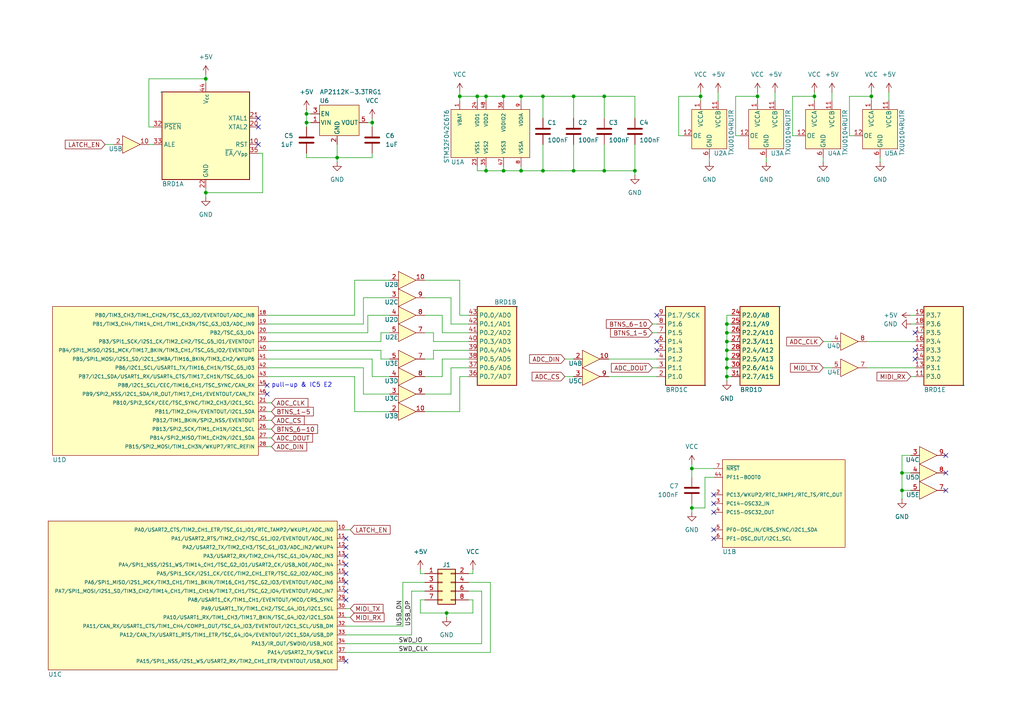
<source format=kicad_sch>
(kicad_sch
	(version 20250114)
	(generator "eeschema")
	(generator_version "9.0")
	(uuid "ffc851c1-466a-4b8e-b934-3710679c7d92")
	(paper "A4")
	
	(text "pull-up & IC5 E2"
		(exclude_from_sim no)
		(at 78.74 111.76 0)
		(effects
			(font
				(size 1.27 1.27)
			)
			(justify left)
		)
		(uuid "5985935c-bc7c-49a9-8497-c38580b571f4")
	)
	(junction
		(at 210.82 99.06)
		(diameter 0)
		(color 0 0 0 0)
		(uuid "03518b0c-aa5c-42e1-b56d-9a94199f5c12")
	)
	(junction
		(at 59.69 55.88)
		(diameter 0)
		(color 0 0 0 0)
		(uuid "094be96b-61c9-4998-a16c-d31d3eaa10df")
	)
	(junction
		(at 200.66 147.32)
		(diameter 0)
		(color 0 0 0 0)
		(uuid "0e744d2e-af80-4f87-a0f4-a465e21d75b2")
	)
	(junction
		(at 107.95 35.56)
		(diameter 0)
		(color 0 0 0 0)
		(uuid "18bfa21a-2bcd-4b9c-837f-223608eab79f")
	)
	(junction
		(at 175.26 27.94)
		(diameter 0)
		(color 0 0 0 0)
		(uuid "2c6618f2-a828-4355-8f2e-f2dbc19a27bf")
	)
	(junction
		(at 157.48 49.53)
		(diameter 0)
		(color 0 0 0 0)
		(uuid "2c91a7d8-96d0-41fe-9a63-83d4d66089e9")
	)
	(junction
		(at 146.05 49.53)
		(diameter 0)
		(color 0 0 0 0)
		(uuid "31f7eb7b-42e1-48c5-812c-b53390374940")
	)
	(junction
		(at 210.82 109.22)
		(diameter 0)
		(color 0 0 0 0)
		(uuid "3a2ec9e3-5334-4161-a627-11299977e8ef")
	)
	(junction
		(at 203.2 27.94)
		(diameter 0)
		(color 0 0 0 0)
		(uuid "3f441e95-c7c0-496d-877c-af3fb9f26500")
	)
	(junction
		(at 219.71 27.94)
		(diameter 0)
		(color 0 0 0 0)
		(uuid "3f63639b-5e70-4bfc-8732-e653c044ebcc")
	)
	(junction
		(at 210.82 93.98)
		(diameter 0)
		(color 0 0 0 0)
		(uuid "4a4eab6c-a9e3-4f1d-9e39-cacd0035f754")
	)
	(junction
		(at 151.13 27.94)
		(diameter 0)
		(color 0 0 0 0)
		(uuid "4b948aa1-5b97-4e01-bb60-e53ecc545ad1")
	)
	(junction
		(at 140.97 27.94)
		(diameter 0)
		(color 0 0 0 0)
		(uuid "5aff4fb1-6625-42f5-809d-3e966bd9ed17")
	)
	(junction
		(at 166.37 27.94)
		(diameter 0)
		(color 0 0 0 0)
		(uuid "5b23b531-2c1d-482d-84a1-aca8ff51ce80")
	)
	(junction
		(at 184.15 49.53)
		(diameter 0)
		(color 0 0 0 0)
		(uuid "62fa1cc6-19d8-4040-93d8-20356cb34ceb")
	)
	(junction
		(at 175.26 49.53)
		(diameter 0)
		(color 0 0 0 0)
		(uuid "6c15ed29-2fe9-435e-9308-96c894325ffb")
	)
	(junction
		(at 210.82 104.14)
		(diameter 0)
		(color 0 0 0 0)
		(uuid "6ced4f36-b7ef-43db-87f8-cdf83049cd32")
	)
	(junction
		(at 88.9 33.02)
		(diameter 0)
		(color 0 0 0 0)
		(uuid "6d0e2ee3-1b93-48f3-a309-e57cb50faa65")
	)
	(junction
		(at 97.79 45.72)
		(diameter 0)
		(color 0 0 0 0)
		(uuid "71a18901-bcfd-4f51-a41b-0a178f6591b2")
	)
	(junction
		(at 210.82 96.52)
		(diameter 0)
		(color 0 0 0 0)
		(uuid "73477bbd-bafe-40f9-8e53-bb4e5f2f6559")
	)
	(junction
		(at 236.22 27.94)
		(diameter 0)
		(color 0 0 0 0)
		(uuid "7be28a05-ea62-4b2c-a85b-e71b6d8a17eb")
	)
	(junction
		(at 59.69 22.86)
		(diameter 0)
		(color 0 0 0 0)
		(uuid "7fb3b1de-32eb-4ce4-a177-0ec7ddc85be1")
	)
	(junction
		(at 88.9 35.56)
		(diameter 0)
		(color 0 0 0 0)
		(uuid "8756c47f-2189-4672-a97c-7505ff2a4734")
	)
	(junction
		(at 146.05 27.94)
		(diameter 0)
		(color 0 0 0 0)
		(uuid "90a90893-999b-485c-be89-e0dd05a134e4")
	)
	(junction
		(at 261.62 137.16)
		(diameter 0)
		(color 0 0 0 0)
		(uuid "924a6227-cf99-414d-95b3-b4075c1150f9")
	)
	(junction
		(at 157.48 27.94)
		(diameter 0)
		(color 0 0 0 0)
		(uuid "ab47c0d1-4706-497a-9e14-5e5df6e8dd8b")
	)
	(junction
		(at 166.37 49.53)
		(diameter 0)
		(color 0 0 0 0)
		(uuid "b090cc99-415e-4e06-94b2-f6b6c85f42c5")
	)
	(junction
		(at 261.62 142.24)
		(diameter 0)
		(color 0 0 0 0)
		(uuid "bac38ab3-06b8-4367-9299-47d2b5678b91")
	)
	(junction
		(at 140.97 49.53)
		(diameter 0)
		(color 0 0 0 0)
		(uuid "c1d76ce8-005d-4438-9a2d-d3956d26a5b3")
	)
	(junction
		(at 252.73 27.94)
		(diameter 0)
		(color 0 0 0 0)
		(uuid "c62a9041-0188-4758-87dd-c7e64f2b4af7")
	)
	(junction
		(at 129.54 177.8)
		(diameter 0)
		(color 0 0 0 0)
		(uuid "cf3eb255-c9fd-4418-8cce-914b3d8d1322")
	)
	(junction
		(at 133.35 27.94)
		(diameter 0)
		(color 0 0 0 0)
		(uuid "d21bf99b-9fe9-424e-b8a4-2cc28f1b55ee")
	)
	(junction
		(at 151.13 49.53)
		(diameter 0)
		(color 0 0 0 0)
		(uuid "d4593a8b-4c06-4844-9c88-1e1f0a3fba1e")
	)
	(junction
		(at 200.66 135.89)
		(diameter 0)
		(color 0 0 0 0)
		(uuid "d77fac16-29ec-45b8-973d-d04a30777fa1")
	)
	(junction
		(at 210.82 106.68)
		(diameter 0)
		(color 0 0 0 0)
		(uuid "dc57477c-50f6-4eb9-ac32-9ab0b4a5c994")
	)
	(junction
		(at 138.43 27.94)
		(diameter 0)
		(color 0 0 0 0)
		(uuid "e62cdd5a-0b8e-4ec4-a948-ba85b35ec334")
	)
	(junction
		(at 210.82 101.6)
		(diameter 0)
		(color 0 0 0 0)
		(uuid "fb4a2b6c-4167-4f6d-a579-ccbdad941759")
	)
	(no_connect
		(at 77.47 114.3)
		(uuid "05e1d649-8a34-472c-98ab-ed5257dddefa")
	)
	(no_connect
		(at 77.47 111.76)
		(uuid "065dee7c-644f-4828-ad25-04143e652586")
	)
	(no_connect
		(at 274.32 132.08)
		(uuid "0c34c682-d8fe-41da-b80e-921e3645fd15")
	)
	(no_connect
		(at 100.33 163.83)
		(uuid "0e69e47d-8b54-4469-b69d-8ee039d5176b")
	)
	(no_connect
		(at 100.33 171.45)
		(uuid "0fc1e6f6-eacc-4608-b1a0-68dcdb949107")
	)
	(no_connect
		(at 100.33 156.21)
		(uuid "10e41b09-8b1a-4d0b-a2f1-23f1deacf615")
	)
	(no_connect
		(at 207.01 156.21)
		(uuid "1f31fa99-67f9-4d66-bf56-566396161f46")
	)
	(no_connect
		(at 274.32 137.16)
		(uuid "363e3c70-6146-4968-8f20-496172303e26")
	)
	(no_connect
		(at 190.5 101.6)
		(uuid "372b804f-bdb4-4eab-ba8d-069401359058")
	)
	(no_connect
		(at 100.33 166.37)
		(uuid "41fe856d-9368-40d2-8420-341a170dda95")
	)
	(no_connect
		(at 207.01 153.67)
		(uuid "4db7ab89-551e-4296-a4e2-1181b8583151")
	)
	(no_connect
		(at 190.5 91.44)
		(uuid "53bc3b5f-9b94-4772-898d-3f3b3d34d2b1")
	)
	(no_connect
		(at 265.43 104.14)
		(uuid "6266d447-c9f4-45c2-8d35-77c5e5944833")
	)
	(no_connect
		(at 74.93 34.29)
		(uuid "773152dd-d259-44ef-8a08-181f035440a0")
	)
	(no_connect
		(at 207.01 146.05)
		(uuid "7e2c01e7-fc29-4d53-aca3-b30c8259996a")
	)
	(no_connect
		(at 100.33 161.29)
		(uuid "8b826cd0-7387-480c-b86b-4d5e124f1ecc")
	)
	(no_connect
		(at 190.5 99.06)
		(uuid "8eace23d-7876-413c-8236-23e09b57bd72")
	)
	(no_connect
		(at 100.33 173.99)
		(uuid "8fc35468-0a7a-46c1-af2d-073ce29776bb")
	)
	(no_connect
		(at 265.43 101.6)
		(uuid "95c5a779-97d4-4864-b0dd-2785390bce02")
	)
	(no_connect
		(at 207.01 148.59)
		(uuid "99d573b0-a7fc-489d-b141-730af57d0f2f")
	)
	(no_connect
		(at 100.33 168.91)
		(uuid "afe868af-f3e5-44e1-9865-3421ea3bae41")
	)
	(no_connect
		(at 274.32 142.24)
		(uuid "b1011600-58b7-4c4c-afab-800a8ac5f15b")
	)
	(no_connect
		(at 100.33 158.75)
		(uuid "bc9a139d-136e-4404-9b35-4ec4fb3e6922")
	)
	(no_connect
		(at 207.01 143.51)
		(uuid "d609b0c7-c76c-4129-a0c5-804999f4030b")
	)
	(no_connect
		(at 265.43 96.52)
		(uuid "dd000131-2c79-4098-87ab-ed37837fcee9")
	)
	(no_connect
		(at 74.93 36.83)
		(uuid "e20ecc3a-120b-48eb-85ea-9659d43c6ac6")
	)
	(no_connect
		(at 74.93 41.91)
		(uuid "e8ff06e9-7c30-4ada-b0f1-698cf06d193a")
	)
	(no_connect
		(at 100.33 191.77)
		(uuid "f581c0dc-f2d2-4858-b79b-1a05951da94c")
	)
	(wire
		(pts
			(xy 210.82 109.22) (xy 210.82 106.68)
		)
		(stroke
			(width 0)
			(type default)
		)
		(uuid "008b3a4e-a491-4787-a937-2188cd08a33a")
	)
	(wire
		(pts
			(xy 261.62 142.24) (xy 264.16 142.24)
		)
		(stroke
			(width 0)
			(type default)
		)
		(uuid "0219e52c-3952-415a-9fa1-095c58d14d2e")
	)
	(wire
		(pts
			(xy 106.68 91.44) (xy 113.03 91.44)
		)
		(stroke
			(width 0)
			(type default)
		)
		(uuid "054dc0b3-5930-46c9-90a7-f1a562c5a5e4")
	)
	(wire
		(pts
			(xy 200.66 147.32) (xy 200.66 148.59)
		)
		(stroke
			(width 0)
			(type default)
		)
		(uuid "05b7e860-4ec5-4590-9bbd-6c55de237a4c")
	)
	(wire
		(pts
			(xy 138.43 27.94) (xy 140.97 27.94)
		)
		(stroke
			(width 0)
			(type default)
		)
		(uuid "09c7476f-3662-4230-b07e-9cffaf234b23")
	)
	(wire
		(pts
			(xy 255.27 46.99) (xy 255.27 45.72)
		)
		(stroke
			(width 0)
			(type default)
		)
		(uuid "0b0750cf-9a2a-4b0b-ad00-ab3518aa2e65")
	)
	(wire
		(pts
			(xy 133.35 119.38) (xy 123.19 119.38)
		)
		(stroke
			(width 0)
			(type default)
		)
		(uuid "0bcbf929-8d11-41fa-97e8-ff92c0d414b6")
	)
	(wire
		(pts
			(xy 175.26 27.94) (xy 184.15 27.94)
		)
		(stroke
			(width 0)
			(type default)
		)
		(uuid "0c29527c-fbbf-490d-a66b-c00a720d68e7")
	)
	(wire
		(pts
			(xy 166.37 41.91) (xy 166.37 49.53)
		)
		(stroke
			(width 0)
			(type default)
		)
		(uuid "0d4f37fa-09c6-4208-a68f-467afe86b6cb")
	)
	(wire
		(pts
			(xy 212.09 99.06) (xy 210.82 99.06)
		)
		(stroke
			(width 0)
			(type default)
		)
		(uuid "0e692373-a88d-4c02-b6cc-e3f71c5e8fb4")
	)
	(wire
		(pts
			(xy 133.35 27.94) (xy 133.35 29.21)
		)
		(stroke
			(width 0)
			(type default)
		)
		(uuid "1022a2c1-5baa-4359-aaf7-1037d024ab67")
	)
	(wire
		(pts
			(xy 121.92 173.99) (xy 121.92 177.8)
		)
		(stroke
			(width 0)
			(type default)
		)
		(uuid "10e7f9bb-15d8-49a6-8c65-45c10179dfae")
	)
	(wire
		(pts
			(xy 77.47 124.46) (xy 78.74 124.46)
		)
		(stroke
			(width 0)
			(type default)
		)
		(uuid "1141f487-2681-471f-aaae-d51e560889d2")
	)
	(wire
		(pts
			(xy 184.15 27.94) (xy 184.15 34.29)
		)
		(stroke
			(width 0)
			(type default)
		)
		(uuid "126ef06a-c582-4cd8-8f8d-8494e0f7fd43")
	)
	(wire
		(pts
			(xy 88.9 35.56) (xy 88.9 36.83)
		)
		(stroke
			(width 0)
			(type default)
		)
		(uuid "14b8b1f0-9417-4764-a161-acc1f2b46d66")
	)
	(wire
		(pts
			(xy 44.45 36.83) (xy 43.18 36.83)
		)
		(stroke
			(width 0)
			(type default)
		)
		(uuid "183eb370-0505-43f0-af88-ddac20edcdd1")
	)
	(wire
		(pts
			(xy 184.15 41.91) (xy 184.15 49.53)
		)
		(stroke
			(width 0)
			(type default)
		)
		(uuid "1e96a7d6-364c-4332-a6d1-a92e6539e222")
	)
	(wire
		(pts
			(xy 78.74 129.54) (xy 77.47 129.54)
		)
		(stroke
			(width 0)
			(type default)
		)
		(uuid "1f918351-2b52-4d86-bc1e-3cca56bb8a36")
	)
	(wire
		(pts
			(xy 123.19 166.37) (xy 121.92 166.37)
		)
		(stroke
			(width 0)
			(type default)
		)
		(uuid "2060387d-e834-4171-a795-6f2513df23d9")
	)
	(wire
		(pts
			(xy 133.35 26.67) (xy 133.35 27.94)
		)
		(stroke
			(width 0)
			(type default)
		)
		(uuid "214bdba9-1f32-4ae8-81e1-131ef40a3122")
	)
	(wire
		(pts
			(xy 133.35 109.22) (xy 133.35 119.38)
		)
		(stroke
			(width 0)
			(type default)
		)
		(uuid "23238e5e-a195-43fa-8d0b-bb02b92b0eb2")
	)
	(wire
		(pts
			(xy 123.19 171.45) (xy 119.38 171.45)
		)
		(stroke
			(width 0)
			(type default)
		)
		(uuid "23e67fbc-b4cd-4d56-9250-f336e04e9125")
	)
	(wire
		(pts
			(xy 59.69 55.88) (xy 59.69 54.61)
		)
		(stroke
			(width 0)
			(type default)
		)
		(uuid "25db06c3-0d7a-4736-a364-7350beb81181")
	)
	(wire
		(pts
			(xy 123.19 96.52) (xy 125.73 96.52)
		)
		(stroke
			(width 0)
			(type default)
		)
		(uuid "25fd786d-f9a0-4c34-803c-d9d22899becc")
	)
	(wire
		(pts
			(xy 210.82 110.49) (xy 210.82 109.22)
		)
		(stroke
			(width 0)
			(type default)
		)
		(uuid "26094fd3-11cf-4937-9ed1-9244465d0d47")
	)
	(wire
		(pts
			(xy 212.09 104.14) (xy 210.82 104.14)
		)
		(stroke
			(width 0)
			(type default)
		)
		(uuid "264ebd18-e6ef-4080-a2b7-d4389b1033ec")
	)
	(wire
		(pts
			(xy 212.09 96.52) (xy 210.82 96.52)
		)
		(stroke
			(width 0)
			(type default)
		)
		(uuid "27fea44b-da1e-4df1-a2bc-c7ba46a6d089")
	)
	(wire
		(pts
			(xy 107.95 104.14) (xy 107.95 109.22)
		)
		(stroke
			(width 0)
			(type default)
		)
		(uuid "29d85b79-3b76-4d23-8891-947b3b2f0613")
	)
	(wire
		(pts
			(xy 116.84 168.91) (xy 116.84 181.61)
		)
		(stroke
			(width 0)
			(type default)
		)
		(uuid "2ae46593-1b7f-4211-8015-8517a63b5f55")
	)
	(wire
		(pts
			(xy 241.3 26.67) (xy 241.3 29.21)
		)
		(stroke
			(width 0)
			(type default)
		)
		(uuid "2c557170-16cd-4d80-8304-f816843c62de")
	)
	(wire
		(pts
			(xy 123.19 168.91) (xy 116.84 168.91)
		)
		(stroke
			(width 0)
			(type default)
		)
		(uuid "2ca4fec4-8d61-4a32-a390-eede38c33637")
	)
	(wire
		(pts
			(xy 166.37 49.53) (xy 175.26 49.53)
		)
		(stroke
			(width 0)
			(type default)
		)
		(uuid "2eee494e-f166-4060-b1c2-18d4cff6bf02")
	)
	(wire
		(pts
			(xy 139.7 171.45) (xy 135.89 171.45)
		)
		(stroke
			(width 0)
			(type default)
		)
		(uuid "2fb142d8-b951-4827-bae0-fc53e041182b")
	)
	(wire
		(pts
			(xy 77.47 121.92) (xy 78.74 121.92)
		)
		(stroke
			(width 0)
			(type default)
		)
		(uuid "309a0bd8-9260-4375-b86e-f3936a9713cf")
	)
	(wire
		(pts
			(xy 130.81 86.36) (xy 130.81 93.98)
		)
		(stroke
			(width 0)
			(type default)
		)
		(uuid "30a6929f-db66-41d2-8302-e11da3f6dae7")
	)
	(wire
		(pts
			(xy 77.47 116.84) (xy 78.74 116.84)
		)
		(stroke
			(width 0)
			(type default)
		)
		(uuid "30fdef6f-c141-4bae-9b5b-280e443d7d93")
	)
	(wire
		(pts
			(xy 203.2 26.67) (xy 203.2 27.94)
		)
		(stroke
			(width 0)
			(type default)
		)
		(uuid "31450c97-d72f-458d-bfb0-9f727272ca8c")
	)
	(wire
		(pts
			(xy 125.73 96.52) (xy 125.73 99.06)
		)
		(stroke
			(width 0)
			(type default)
		)
		(uuid "329fe916-bb46-431e-846f-4d31cbd9c9a1")
	)
	(wire
		(pts
			(xy 142.24 189.23) (xy 142.24 168.91)
		)
		(stroke
			(width 0)
			(type default)
		)
		(uuid "33adcc49-512b-48ea-889c-2669ba38f088")
	)
	(wire
		(pts
			(xy 113.03 109.22) (xy 107.95 109.22)
		)
		(stroke
			(width 0)
			(type default)
		)
		(uuid "35aa69b9-36d8-41de-a3b7-12c4adc0d03f")
	)
	(wire
		(pts
			(xy 238.76 99.06) (xy 241.3 99.06)
		)
		(stroke
			(width 0)
			(type default)
		)
		(uuid "362a7025-7784-49b3-bb80-4b2819773647")
	)
	(wire
		(pts
			(xy 77.47 109.22) (xy 102.87 109.22)
		)
		(stroke
			(width 0)
			(type default)
		)
		(uuid "36997fdb-ec60-4d76-adc2-996f9f09d948")
	)
	(wire
		(pts
			(xy 229.87 39.37) (xy 231.14 39.37)
		)
		(stroke
			(width 0)
			(type default)
		)
		(uuid "36c68729-7f22-4cc6-a9fb-d558b7967c2d")
	)
	(wire
		(pts
			(xy 110.49 96.52) (xy 110.49 99.06)
		)
		(stroke
			(width 0)
			(type default)
		)
		(uuid "37c7f159-8c24-45cb-8c47-213cfa01efc6")
	)
	(wire
		(pts
			(xy 151.13 27.94) (xy 157.48 27.94)
		)
		(stroke
			(width 0)
			(type default)
		)
		(uuid "3c728846-0669-436a-8b9d-dae419d25228")
	)
	(wire
		(pts
			(xy 130.81 106.68) (xy 130.81 114.3)
		)
		(stroke
			(width 0)
			(type default)
		)
		(uuid "3d23a305-e3b5-4a3e-a9db-99bbe0302cb2")
	)
	(wire
		(pts
			(xy 97.79 45.72) (xy 97.79 46.99)
		)
		(stroke
			(width 0)
			(type default)
		)
		(uuid "3e898438-3855-4905-b3d0-6d070598eac9")
	)
	(wire
		(pts
			(xy 128.27 104.14) (xy 135.89 104.14)
		)
		(stroke
			(width 0)
			(type default)
		)
		(uuid "412fb7fa-98dc-4723-9ec1-9b13218228db")
	)
	(wire
		(pts
			(xy 261.62 132.08) (xy 261.62 137.16)
		)
		(stroke
			(width 0)
			(type default)
		)
		(uuid "41c60cb9-4dfb-4e30-82cf-8c833978e7a8")
	)
	(wire
		(pts
			(xy 105.41 86.36) (xy 105.41 93.98)
		)
		(stroke
			(width 0)
			(type default)
		)
		(uuid "4232212d-c2c5-4b63-98df-aa0f02384b5b")
	)
	(wire
		(pts
			(xy 203.2 27.94) (xy 196.85 27.94)
		)
		(stroke
			(width 0)
			(type default)
		)
		(uuid "42359401-3b1f-44a8-96fd-b0ff3838aef2")
	)
	(wire
		(pts
			(xy 166.37 27.94) (xy 166.37 34.29)
		)
		(stroke
			(width 0)
			(type default)
		)
		(uuid "42cd4240-1d47-4d4b-a9a7-02bdb24bebac")
	)
	(wire
		(pts
			(xy 129.54 177.8) (xy 129.54 179.07)
		)
		(stroke
			(width 0)
			(type default)
		)
		(uuid "43b04fe0-aa66-4100-a979-ac9050ff7b75")
	)
	(wire
		(pts
			(xy 200.66 146.05) (xy 200.66 147.32)
		)
		(stroke
			(width 0)
			(type default)
		)
		(uuid "442fd100-6707-4edb-a116-e8be5676d7cd")
	)
	(wire
		(pts
			(xy 189.23 93.98) (xy 190.5 93.98)
		)
		(stroke
			(width 0)
			(type default)
		)
		(uuid "4473df6d-0bbf-4214-b6c3-a361ebf0dec7")
	)
	(wire
		(pts
			(xy 100.33 153.67) (xy 101.6 153.67)
		)
		(stroke
			(width 0)
			(type default)
		)
		(uuid "4566f6d4-6403-4ac6-bfb5-dd2e03bcc850")
	)
	(wire
		(pts
			(xy 210.82 99.06) (xy 210.82 96.52)
		)
		(stroke
			(width 0)
			(type default)
		)
		(uuid "4596bcc9-3413-4373-8c62-eaac860a7074")
	)
	(wire
		(pts
			(xy 113.03 86.36) (xy 105.41 86.36)
		)
		(stroke
			(width 0)
			(type default)
		)
		(uuid "45e9e9c4-ad57-4830-a023-ab13aadfec28")
	)
	(wire
		(pts
			(xy 207.01 138.43) (xy 204.47 138.43)
		)
		(stroke
			(width 0)
			(type default)
		)
		(uuid "47ab0827-d5bf-45f0-b222-d3ce58c31aa2")
	)
	(wire
		(pts
			(xy 128.27 104.14) (xy 128.27 109.22)
		)
		(stroke
			(width 0)
			(type default)
		)
		(uuid "48ac1032-cd6b-4d13-9d67-a7b59fdbf155")
	)
	(wire
		(pts
			(xy 100.33 176.53) (xy 101.6 176.53)
		)
		(stroke
			(width 0)
			(type default)
		)
		(uuid "4a424c33-45a3-4c52-8e6e-6a6dd8ba9f1c")
	)
	(wire
		(pts
			(xy 130.81 106.68) (xy 135.89 106.68)
		)
		(stroke
			(width 0)
			(type default)
		)
		(uuid "4d61caa7-d125-4d23-b879-e0383ba05dff")
	)
	(wire
		(pts
			(xy 140.97 27.94) (xy 140.97 29.21)
		)
		(stroke
			(width 0)
			(type default)
		)
		(uuid "4eddf730-1900-44e7-a91b-35ebe6d9d4a9")
	)
	(wire
		(pts
			(xy 157.48 41.91) (xy 157.48 49.53)
		)
		(stroke
			(width 0)
			(type default)
		)
		(uuid "50a90dfc-b9c8-42ea-9c85-6d987c9f6446")
	)
	(wire
		(pts
			(xy 204.47 138.43) (xy 204.47 147.32)
		)
		(stroke
			(width 0)
			(type default)
		)
		(uuid "50c6c14e-d3f8-4dab-9ca5-c73587cdb6d5")
	)
	(wire
		(pts
			(xy 125.73 104.14) (xy 123.19 104.14)
		)
		(stroke
			(width 0)
			(type default)
		)
		(uuid "52b80ce7-1bb4-4528-8ae5-4f01d3812e1b")
	)
	(wire
		(pts
			(xy 102.87 119.38) (xy 113.03 119.38)
		)
		(stroke
			(width 0)
			(type default)
		)
		(uuid "5414b2d5-b734-4738-a0af-eec7caf9d27a")
	)
	(wire
		(pts
			(xy 140.97 27.94) (xy 146.05 27.94)
		)
		(stroke
			(width 0)
			(type default)
		)
		(uuid "55a0f99e-2072-4c9e-ba32-331e110166b6")
	)
	(wire
		(pts
			(xy 261.62 144.78) (xy 261.62 142.24)
		)
		(stroke
			(width 0)
			(type default)
		)
		(uuid "55e1cc3c-9fa2-4bed-b066-24974417c203")
	)
	(wire
		(pts
			(xy 106.68 35.56) (xy 107.95 35.56)
		)
		(stroke
			(width 0)
			(type default)
		)
		(uuid "56ad5bda-4de2-4055-af42-13827e95c3d1")
	)
	(wire
		(pts
			(xy 128.27 96.52) (xy 135.89 96.52)
		)
		(stroke
			(width 0)
			(type default)
		)
		(uuid "58587f5f-4876-47ff-a591-80a6272de03b")
	)
	(wire
		(pts
			(xy 123.19 81.28) (xy 133.35 81.28)
		)
		(stroke
			(width 0)
			(type default)
		)
		(uuid "59112f8c-aeaa-4d88-91fd-bd5421b8d0e4")
	)
	(wire
		(pts
			(xy 119.38 171.45) (xy 119.38 184.15)
		)
		(stroke
			(width 0)
			(type default)
		)
		(uuid "5945d02b-55af-4db3-bf94-313bf682575a")
	)
	(wire
		(pts
			(xy 107.95 35.56) (xy 107.95 36.83)
		)
		(stroke
			(width 0)
			(type default)
		)
		(uuid "59acf053-2df0-4d85-a65f-9c254d46f117")
	)
	(wire
		(pts
			(xy 210.82 93.98) (xy 210.82 91.44)
		)
		(stroke
			(width 0)
			(type default)
		)
		(uuid "5a79d787-bbba-4287-92d1-3b33b4c54018")
	)
	(wire
		(pts
			(xy 151.13 49.53) (xy 157.48 49.53)
		)
		(stroke
			(width 0)
			(type default)
		)
		(uuid "5a9b2f17-a0d2-419c-b07e-4b9cf4864a6d")
	)
	(wire
		(pts
			(xy 146.05 27.94) (xy 146.05 29.21)
		)
		(stroke
			(width 0)
			(type default)
		)
		(uuid "5b66b3cd-8045-44e4-ba20-7ecc3515559c")
	)
	(wire
		(pts
			(xy 97.79 45.72) (xy 107.95 45.72)
		)
		(stroke
			(width 0)
			(type default)
		)
		(uuid "5c60db30-1a86-40a8-ad75-4c86a4091590")
	)
	(wire
		(pts
			(xy 219.71 27.94) (xy 219.71 29.21)
		)
		(stroke
			(width 0)
			(type default)
		)
		(uuid "5d11024f-ad7c-4cc8-8214-2e20038777a4")
	)
	(wire
		(pts
			(xy 107.95 34.29) (xy 107.95 35.56)
		)
		(stroke
			(width 0)
			(type default)
		)
		(uuid "5d50c27f-8dff-4189-a55a-adff9f22280c")
	)
	(wire
		(pts
			(xy 236.22 26.67) (xy 236.22 27.94)
		)
		(stroke
			(width 0)
			(type default)
		)
		(uuid "5e194f02-fb26-4fc1-94ec-d8e797de4fa1")
	)
	(wire
		(pts
			(xy 200.66 135.89) (xy 200.66 138.43)
		)
		(stroke
			(width 0)
			(type default)
		)
		(uuid "5ebd5703-e81a-4a4e-a971-404968537e9b")
	)
	(wire
		(pts
			(xy 151.13 48.26) (xy 151.13 49.53)
		)
		(stroke
			(width 0)
			(type default)
		)
		(uuid "5f5b5740-2e5d-48ee-9419-024d3198f50f")
	)
	(wire
		(pts
			(xy 264.16 132.08) (xy 261.62 132.08)
		)
		(stroke
			(width 0)
			(type default)
		)
		(uuid "5f929187-b165-49cc-9d8a-1ce074939851")
	)
	(wire
		(pts
			(xy 166.37 27.94) (xy 175.26 27.94)
		)
		(stroke
			(width 0)
			(type default)
		)
		(uuid "6012c740-75fe-4e39-9dec-b72bdcb56f77")
	)
	(wire
		(pts
			(xy 175.26 27.94) (xy 175.26 34.29)
		)
		(stroke
			(width 0)
			(type default)
		)
		(uuid "60e73dce-b0d1-4e82-a873-29186550098e")
	)
	(wire
		(pts
			(xy 88.9 45.72) (xy 97.79 45.72)
		)
		(stroke
			(width 0)
			(type default)
		)
		(uuid "6208c2c3-8d14-433f-b054-b7ee99548a5e")
	)
	(wire
		(pts
			(xy 77.47 119.38) (xy 78.74 119.38)
		)
		(stroke
			(width 0)
			(type default)
		)
		(uuid "6274313a-7120-4f64-aa81-0e44aad0e99c")
	)
	(wire
		(pts
			(xy 43.18 41.91) (xy 44.45 41.91)
		)
		(stroke
			(width 0)
			(type default)
		)
		(uuid "63787bd5-c0a5-42b2-bce5-4c7a067525e4")
	)
	(wire
		(pts
			(xy 196.85 39.37) (xy 198.12 39.37)
		)
		(stroke
			(width 0)
			(type default)
		)
		(uuid "63b26cf5-dab3-42c7-9ff1-a222bc1a6dcd")
	)
	(wire
		(pts
			(xy 30.48 41.91) (xy 33.02 41.91)
		)
		(stroke
			(width 0)
			(type default)
		)
		(uuid "64f7fcce-a480-4aff-a4ca-7ac255f6054b")
	)
	(wire
		(pts
			(xy 123.19 86.36) (xy 130.81 86.36)
		)
		(stroke
			(width 0)
			(type default)
		)
		(uuid "65d923c8-90d8-4c7e-8b31-71d63c7b695e")
	)
	(wire
		(pts
			(xy 175.26 49.53) (xy 184.15 49.53)
		)
		(stroke
			(width 0)
			(type default)
		)
		(uuid "67634801-9a59-4401-9fb6-304adce71e8d")
	)
	(wire
		(pts
			(xy 97.79 41.91) (xy 97.79 45.72)
		)
		(stroke
			(width 0)
			(type default)
		)
		(uuid "67c39705-e4d8-4e37-9ecd-45b534bfeb1b")
	)
	(wire
		(pts
			(xy 264.16 91.44) (xy 265.43 91.44)
		)
		(stroke
			(width 0)
			(type default)
		)
		(uuid "684e1633-b2e2-40a3-95a9-fb59fbdea7cb")
	)
	(wire
		(pts
			(xy 110.49 104.14) (xy 110.49 101.6)
		)
		(stroke
			(width 0)
			(type default)
		)
		(uuid "685420fd-a899-493f-99ca-acceb45aa219")
	)
	(wire
		(pts
			(xy 88.9 33.02) (xy 88.9 35.56)
		)
		(stroke
			(width 0)
			(type default)
		)
		(uuid "69c5e026-dcac-4540-ba19-7a822ed22144")
	)
	(wire
		(pts
			(xy 121.92 165.1) (xy 121.92 166.37)
		)
		(stroke
			(width 0)
			(type default)
		)
		(uuid "6bd58b66-6295-4a89-bb46-eada092508f1")
	)
	(wire
		(pts
			(xy 137.16 165.1) (xy 137.16 166.37)
		)
		(stroke
			(width 0)
			(type default)
		)
		(uuid "6d0a197d-85e2-410c-b359-75e1f0d79bd9")
	)
	(wire
		(pts
			(xy 130.81 93.98) (xy 135.89 93.98)
		)
		(stroke
			(width 0)
			(type default)
		)
		(uuid "6faeb86f-365c-4413-a2af-632e5cc94bea")
	)
	(wire
		(pts
			(xy 140.97 48.26) (xy 140.97 49.53)
		)
		(stroke
			(width 0)
			(type default)
		)
		(uuid "6fc20262-5a01-4a88-8324-c5bd4c168b71")
	)
	(wire
		(pts
			(xy 208.28 26.67) (xy 208.28 29.21)
		)
		(stroke
			(width 0)
			(type default)
		)
		(uuid "70bd92ea-3ae6-46ee-9e76-bf53152bf87e")
	)
	(wire
		(pts
			(xy 59.69 21.59) (xy 59.69 22.86)
		)
		(stroke
			(width 0)
			(type default)
		)
		(uuid "7154dc79-4c56-4813-907e-34ca3d0a38ec")
	)
	(wire
		(pts
			(xy 123.19 173.99) (xy 121.92 173.99)
		)
		(stroke
			(width 0)
			(type default)
		)
		(uuid "71f42482-2d0d-40ae-bb82-2a70027bd92e")
	)
	(wire
		(pts
			(xy 119.38 184.15) (xy 100.33 184.15)
		)
		(stroke
			(width 0)
			(type default)
		)
		(uuid "73d8fffe-76e1-471b-b4ff-5236f048eeee")
	)
	(wire
		(pts
			(xy 125.73 101.6) (xy 125.73 104.14)
		)
		(stroke
			(width 0)
			(type default)
		)
		(uuid "73fe48af-e466-4adc-b6e4-0f1a961a22db")
	)
	(wire
		(pts
			(xy 151.13 27.94) (xy 151.13 29.21)
		)
		(stroke
			(width 0)
			(type default)
		)
		(uuid "74047e62-75b9-45bc-a94e-6e8be08a639a")
	)
	(wire
		(pts
			(xy 102.87 91.44) (xy 102.87 81.28)
		)
		(stroke
			(width 0)
			(type default)
		)
		(uuid "741095ba-1848-4bb7-b1f6-4323153c7884")
	)
	(wire
		(pts
			(xy 113.03 96.52) (xy 110.49 96.52)
		)
		(stroke
			(width 0)
			(type default)
		)
		(uuid "788af3ad-3cd1-4bbc-9aa5-34b9b7f4df24")
	)
	(wire
		(pts
			(xy 212.09 101.6) (xy 210.82 101.6)
		)
		(stroke
			(width 0)
			(type default)
		)
		(uuid "79f5069f-178e-4f87-a7c0-97c03f0d985f")
	)
	(wire
		(pts
			(xy 77.47 127) (xy 78.74 127)
		)
		(stroke
			(width 0)
			(type default)
		)
		(uuid "7a7e4e4c-c646-4b0f-9153-2b551fc8b434")
	)
	(wire
		(pts
			(xy 100.33 186.69) (xy 139.7 186.69)
		)
		(stroke
			(width 0)
			(type default)
		)
		(uuid "7ee80563-6f3a-4e79-aca5-752f6fefc544")
	)
	(wire
		(pts
			(xy 100.33 179.07) (xy 101.6 179.07)
		)
		(stroke
			(width 0)
			(type default)
		)
		(uuid "7f811253-eb15-4ff7-9047-fcb1609a746f")
	)
	(wire
		(pts
			(xy 251.46 106.68) (xy 265.43 106.68)
		)
		(stroke
			(width 0)
			(type default)
		)
		(uuid "8271e8bc-401a-4d4a-b433-918be8b5288b")
	)
	(wire
		(pts
			(xy 133.35 109.22) (xy 135.89 109.22)
		)
		(stroke
			(width 0)
			(type default)
		)
		(uuid "84848c0e-11d5-4f3e-9a5d-bdb2e38f817f")
	)
	(wire
		(pts
			(xy 224.79 26.67) (xy 224.79 29.21)
		)
		(stroke
			(width 0)
			(type default)
		)
		(uuid "86fa8282-3556-4877-aaa6-9713d3eca98f")
	)
	(wire
		(pts
			(xy 106.68 96.52) (xy 77.47 96.52)
		)
		(stroke
			(width 0)
			(type default)
		)
		(uuid "875f2e00-c204-4d49-8037-07f147ee9554")
	)
	(wire
		(pts
			(xy 74.93 44.45) (xy 76.2 44.45)
		)
		(stroke
			(width 0)
			(type default)
		)
		(uuid "87e5950e-11e9-4cf4-8cd8-89f72ea51771")
	)
	(wire
		(pts
			(xy 88.9 35.56) (xy 90.17 35.56)
		)
		(stroke
			(width 0)
			(type default)
		)
		(uuid "890a397e-0c12-41b4-ba44-fba4ae001540")
	)
	(wire
		(pts
			(xy 137.16 173.99) (xy 135.89 173.99)
		)
		(stroke
			(width 0)
			(type default)
		)
		(uuid "89b0ae7d-8bb5-440e-b884-807b52e236f5")
	)
	(wire
		(pts
			(xy 261.62 142.24) (xy 261.62 137.16)
		)
		(stroke
			(width 0)
			(type default)
		)
		(uuid "8a6cf04b-21d7-4362-b180-ef429b410ea6")
	)
	(wire
		(pts
			(xy 238.76 46.99) (xy 238.76 45.72)
		)
		(stroke
			(width 0)
			(type default)
		)
		(uuid "8a7016af-6e3e-4441-9f6f-22ce39fef781")
	)
	(wire
		(pts
			(xy 142.24 168.91) (xy 135.89 168.91)
		)
		(stroke
			(width 0)
			(type default)
		)
		(uuid "8a81bb94-8ade-4e3b-a17b-73645e1d3871")
	)
	(wire
		(pts
			(xy 146.05 27.94) (xy 151.13 27.94)
		)
		(stroke
			(width 0)
			(type default)
		)
		(uuid "8aeac570-55ca-4106-927b-afadf44902b9")
	)
	(wire
		(pts
			(xy 222.25 46.99) (xy 222.25 45.72)
		)
		(stroke
			(width 0)
			(type default)
		)
		(uuid "8b4fec94-c534-49af-a3b5-7460c0af5bbd")
	)
	(wire
		(pts
			(xy 157.48 27.94) (xy 166.37 27.94)
		)
		(stroke
			(width 0)
			(type default)
		)
		(uuid "8ebf3fb8-c38b-46da-bea6-b640d8142ee1")
	)
	(wire
		(pts
			(xy 157.48 27.94) (xy 157.48 34.29)
		)
		(stroke
			(width 0)
			(type default)
		)
		(uuid "8f2964a1-f329-4aef-b759-aab6c7080e7b")
	)
	(wire
		(pts
			(xy 229.87 27.94) (xy 229.87 39.37)
		)
		(stroke
			(width 0)
			(type default)
		)
		(uuid "8f7d4b8b-2125-4800-b94f-86c03dba1dc1")
	)
	(wire
		(pts
			(xy 213.36 39.37) (xy 214.63 39.37)
		)
		(stroke
			(width 0)
			(type default)
		)
		(uuid "92db5472-8979-476f-9003-6766ddd4b7fa")
	)
	(wire
		(pts
			(xy 138.43 27.94) (xy 138.43 29.21)
		)
		(stroke
			(width 0)
			(type default)
		)
		(uuid "93adff5c-2f43-4b66-9435-0c4d8008a0af")
	)
	(wire
		(pts
			(xy 121.92 177.8) (xy 129.54 177.8)
		)
		(stroke
			(width 0)
			(type default)
		)
		(uuid "95152a3a-c207-4b4d-a6b8-9f6198fb1169")
	)
	(wire
		(pts
			(xy 219.71 27.94) (xy 213.36 27.94)
		)
		(stroke
			(width 0)
			(type default)
		)
		(uuid "95fe910f-87c1-4d27-b26a-172d4883ac4b")
	)
	(wire
		(pts
			(xy 210.82 91.44) (xy 212.09 91.44)
		)
		(stroke
			(width 0)
			(type default)
		)
		(uuid "96d71bc6-5a3b-4473-b016-641db58f0a5c")
	)
	(wire
		(pts
			(xy 175.26 41.91) (xy 175.26 49.53)
		)
		(stroke
			(width 0)
			(type default)
		)
		(uuid "9725bedc-51e6-4d0b-9308-ca76f013efd5")
	)
	(wire
		(pts
			(xy 107.95 44.45) (xy 107.95 45.72)
		)
		(stroke
			(width 0)
			(type default)
		)
		(uuid "9f2c1b6e-c238-427b-ba49-2dc2ce0256c5")
	)
	(wire
		(pts
			(xy 146.05 49.53) (xy 151.13 49.53)
		)
		(stroke
			(width 0)
			(type default)
		)
		(uuid "9f55991e-4ba9-4cd5-8aaa-dfd42a76f27d")
	)
	(wire
		(pts
			(xy 264.16 93.98) (xy 265.43 93.98)
		)
		(stroke
			(width 0)
			(type default)
		)
		(uuid "9fc7c224-2260-4a67-9e3c-0a8220e25b9d")
	)
	(wire
		(pts
			(xy 213.36 27.94) (xy 213.36 39.37)
		)
		(stroke
			(width 0)
			(type default)
		)
		(uuid "a046ac06-e594-4aea-ae22-829e56adae06")
	)
	(wire
		(pts
			(xy 125.73 101.6) (xy 135.89 101.6)
		)
		(stroke
			(width 0)
			(type default)
		)
		(uuid "a0b2d494-0e07-4604-b219-6ce0b763451a")
	)
	(wire
		(pts
			(xy 252.73 27.94) (xy 252.73 29.21)
		)
		(stroke
			(width 0)
			(type default)
		)
		(uuid "a10b4167-38c2-463f-9bb9-e8c26a1a9c47")
	)
	(wire
		(pts
			(xy 129.54 177.8) (xy 137.16 177.8)
		)
		(stroke
			(width 0)
			(type default)
		)
		(uuid "a112d147-d58c-4273-9f96-42378f39ab43")
	)
	(wire
		(pts
			(xy 137.16 177.8) (xy 137.16 173.99)
		)
		(stroke
			(width 0)
			(type default)
		)
		(uuid "a16254b2-09e1-402d-bd77-17eb4aca74a3")
	)
	(wire
		(pts
			(xy 189.23 106.68) (xy 190.5 106.68)
		)
		(stroke
			(width 0)
			(type default)
		)
		(uuid "a3011301-61a1-4799-b554-ec6c7d934fd6")
	)
	(wire
		(pts
			(xy 212.09 106.68) (xy 210.82 106.68)
		)
		(stroke
			(width 0)
			(type default)
		)
		(uuid "a4aa532c-3b1b-4118-8106-6b5d6967faf3")
	)
	(wire
		(pts
			(xy 238.76 106.68) (xy 241.3 106.68)
		)
		(stroke
			(width 0)
			(type default)
		)
		(uuid "a9af4c02-751b-400c-9b61-1fcee3475236")
	)
	(wire
		(pts
			(xy 113.03 114.3) (xy 105.41 114.3)
		)
		(stroke
			(width 0)
			(type default)
		)
		(uuid "aa897a2b-805b-479e-bbba-acafe14b21c2")
	)
	(wire
		(pts
			(xy 59.69 57.15) (xy 59.69 55.88)
		)
		(stroke
			(width 0)
			(type default)
		)
		(uuid "aaea2be1-c162-43d1-89fa-f17d20d0a578")
	)
	(wire
		(pts
			(xy 140.97 49.53) (xy 146.05 49.53)
		)
		(stroke
			(width 0)
			(type default)
		)
		(uuid "aaed593a-6979-44ec-a24c-50f6cdfb321c")
	)
	(wire
		(pts
			(xy 128.27 91.44) (xy 128.27 96.52)
		)
		(stroke
			(width 0)
			(type default)
		)
		(uuid "ab3c8e70-e787-432a-950a-71c5e8198d4b")
	)
	(wire
		(pts
			(xy 212.09 109.22) (xy 210.82 109.22)
		)
		(stroke
			(width 0)
			(type default)
		)
		(uuid "ac8119f3-2aea-40fe-ae84-2c28649a2c63")
	)
	(wire
		(pts
			(xy 189.23 96.52) (xy 190.5 96.52)
		)
		(stroke
			(width 0)
			(type default)
		)
		(uuid "ad068c7b-c6ff-4428-bd33-1fe90891f523")
	)
	(wire
		(pts
			(xy 123.19 91.44) (xy 128.27 91.44)
		)
		(stroke
			(width 0)
			(type default)
		)
		(uuid "b040ba9c-1514-4309-8ac1-7537f9890de3")
	)
	(wire
		(pts
			(xy 133.35 91.44) (xy 135.89 91.44)
		)
		(stroke
			(width 0)
			(type default)
		)
		(uuid "b15eac00-ddde-43a0-ad86-7f5d875980b9")
	)
	(wire
		(pts
			(xy 125.73 99.06) (xy 135.89 99.06)
		)
		(stroke
			(width 0)
			(type default)
		)
		(uuid "b228371a-d61f-4ff1-b72a-4f3f50ab2034")
	)
	(wire
		(pts
			(xy 196.85 27.94) (xy 196.85 39.37)
		)
		(stroke
			(width 0)
			(type default)
		)
		(uuid "b25089c3-2932-4369-8ef1-b61a5fc46ee8")
	)
	(wire
		(pts
			(xy 133.35 81.28) (xy 133.35 91.44)
		)
		(stroke
			(width 0)
			(type default)
		)
		(uuid "b8cc8b59-0ac0-4991-894d-cedfaea8bbf2")
	)
	(wire
		(pts
			(xy 88.9 31.75) (xy 88.9 33.02)
		)
		(stroke
			(width 0)
			(type default)
		)
		(uuid "bb4e40d9-5c38-4156-a605-d322fac7d828")
	)
	(wire
		(pts
			(xy 252.73 26.67) (xy 252.73 27.94)
		)
		(stroke
			(width 0)
			(type default)
		)
		(uuid "bbfaa8fa-f855-470b-87ee-baac090ce903")
	)
	(wire
		(pts
			(xy 100.33 189.23) (xy 142.24 189.23)
		)
		(stroke
			(width 0)
			(type default)
		)
		(uuid "bde11ef1-e09e-4615-b063-c5ac8f5a1fcc")
	)
	(wire
		(pts
			(xy 138.43 48.26) (xy 138.43 49.53)
		)
		(stroke
			(width 0)
			(type default)
		)
		(uuid "c0ce6f4a-8f21-42fa-84d5-dc52d488b029")
	)
	(wire
		(pts
			(xy 205.74 46.99) (xy 205.74 45.72)
		)
		(stroke
			(width 0)
			(type default)
		)
		(uuid "c435002a-c0b0-4de0-b601-2ac3d2614b25")
	)
	(wire
		(pts
			(xy 43.18 36.83) (xy 43.18 22.86)
		)
		(stroke
			(width 0)
			(type default)
		)
		(uuid "c4d7ec4d-fe7e-4a9b-a609-c45ae76ec108")
	)
	(wire
		(pts
			(xy 88.9 33.02) (xy 90.17 33.02)
		)
		(stroke
			(width 0)
			(type default)
		)
		(uuid "c6586d86-571c-43f7-ae56-57b0067fb069")
	)
	(wire
		(pts
			(xy 139.7 186.69) (xy 139.7 171.45)
		)
		(stroke
			(width 0)
			(type default)
		)
		(uuid "c7e33f92-72ce-4bca-88fd-8bc5bd1a45ad")
	)
	(wire
		(pts
			(xy 200.66 135.89) (xy 207.01 135.89)
		)
		(stroke
			(width 0)
			(type default)
		)
		(uuid "cab57ccd-7d93-4767-b2a4-ab5dee3975fd")
	)
	(wire
		(pts
			(xy 77.47 93.98) (xy 105.41 93.98)
		)
		(stroke
			(width 0)
			(type default)
		)
		(uuid "cb3d3689-e2dc-4ab3-bae4-1c0322c16690")
	)
	(wire
		(pts
			(xy 102.87 81.28) (xy 113.03 81.28)
		)
		(stroke
			(width 0)
			(type default)
		)
		(uuid "cbb05e91-1ded-42b3-b14e-668fe7a9d2cb")
	)
	(wire
		(pts
			(xy 106.68 91.44) (xy 106.68 96.52)
		)
		(stroke
			(width 0)
			(type default)
		)
		(uuid "cbfd67ba-8154-44b9-ab8f-6360252a9825")
	)
	(wire
		(pts
			(xy 163.83 109.22) (xy 166.37 109.22)
		)
		(stroke
			(width 0)
			(type default)
		)
		(uuid "cd4db6ed-83b9-4fc8-ba29-55bdbc841169")
	)
	(wire
		(pts
			(xy 200.66 134.62) (xy 200.66 135.89)
		)
		(stroke
			(width 0)
			(type default)
		)
		(uuid "cf69818b-09ab-4f99-a370-805c509dd130")
	)
	(wire
		(pts
			(xy 110.49 101.6) (xy 77.47 101.6)
		)
		(stroke
			(width 0)
			(type default)
		)
		(uuid "d0462384-50ea-4345-969a-039c9fae7cb2")
	)
	(wire
		(pts
			(xy 210.82 96.52) (xy 210.82 93.98)
		)
		(stroke
			(width 0)
			(type default)
		)
		(uuid "d05dd7a3-15b7-4cb6-8131-8ffe6112e306")
	)
	(wire
		(pts
			(xy 157.48 49.53) (xy 166.37 49.53)
		)
		(stroke
			(width 0)
			(type default)
		)
		(uuid "d1dd96db-ed7c-439d-9a1e-6016b290bd96")
	)
	(wire
		(pts
			(xy 88.9 44.45) (xy 88.9 45.72)
		)
		(stroke
			(width 0)
			(type default)
		)
		(uuid "d28b8a62-ce43-4bdf-9f16-128faee826ff")
	)
	(wire
		(pts
			(xy 210.82 101.6) (xy 210.82 99.06)
		)
		(stroke
			(width 0)
			(type default)
		)
		(uuid "d3af7bfe-a4cc-4d3e-9e94-2c275e3911fd")
	)
	(wire
		(pts
			(xy 76.2 44.45) (xy 76.2 55.88)
		)
		(stroke
			(width 0)
			(type default)
		)
		(uuid "d437234d-6e62-44a5-a2a3-7503ef9fdc40")
	)
	(wire
		(pts
			(xy 133.35 27.94) (xy 138.43 27.94)
		)
		(stroke
			(width 0)
			(type default)
		)
		(uuid "d5ad0420-50cb-4f93-93e4-953a59d5452f")
	)
	(wire
		(pts
			(xy 176.53 109.22) (xy 190.5 109.22)
		)
		(stroke
			(width 0)
			(type default)
		)
		(uuid "d5eb2bf8-0ddc-42a5-b453-8f37a25b330e")
	)
	(wire
		(pts
			(xy 130.81 114.3) (xy 123.19 114.3)
		)
		(stroke
			(width 0)
			(type default)
		)
		(uuid "d609bb72-15ee-43f7-8cab-bfac367e577e")
	)
	(wire
		(pts
			(xy 116.84 181.61) (xy 100.33 181.61)
		)
		(stroke
			(width 0)
			(type default)
		)
		(uuid "d905d097-1917-4f5b-8b37-5ea84938a166")
	)
	(wire
		(pts
			(xy 264.16 109.22) (xy 265.43 109.22)
		)
		(stroke
			(width 0)
			(type default)
		)
		(uuid "df6bccca-6c6e-40b3-9d95-e3f701cb2184")
	)
	(wire
		(pts
			(xy 246.38 27.94) (xy 246.38 39.37)
		)
		(stroke
			(width 0)
			(type default)
		)
		(uuid "dfbb24c4-478c-4326-a4da-451286cb2328")
	)
	(wire
		(pts
			(xy 210.82 104.14) (xy 210.82 101.6)
		)
		(stroke
			(width 0)
			(type default)
		)
		(uuid "e0b8e914-b4fe-4007-bd5e-75cd9a664169")
	)
	(wire
		(pts
			(xy 212.09 93.98) (xy 210.82 93.98)
		)
		(stroke
			(width 0)
			(type default)
		)
		(uuid "e0c5d512-c58a-433a-84f6-beb863575b9a")
	)
	(wire
		(pts
			(xy 219.71 26.67) (xy 219.71 27.94)
		)
		(stroke
			(width 0)
			(type default)
		)
		(uuid "e13c6c1f-3949-4eb7-a8cc-4a0c3447942a")
	)
	(wire
		(pts
			(xy 184.15 49.53) (xy 184.15 50.8)
		)
		(stroke
			(width 0)
			(type default)
		)
		(uuid "e29b6bef-5cc2-4c51-b890-e0c59e4271ce")
	)
	(wire
		(pts
			(xy 210.82 106.68) (xy 210.82 104.14)
		)
		(stroke
			(width 0)
			(type default)
		)
		(uuid "e3daf870-86e3-4b44-8175-7463edc4565d")
	)
	(wire
		(pts
			(xy 236.22 27.94) (xy 229.87 27.94)
		)
		(stroke
			(width 0)
			(type default)
		)
		(uuid "e424345b-0c07-4b6d-829e-d7d97f03565b")
	)
	(wire
		(pts
			(xy 146.05 48.26) (xy 146.05 49.53)
		)
		(stroke
			(width 0)
			(type default)
		)
		(uuid "e5854d29-5de8-4914-b407-5fb2352b0bee")
	)
	(wire
		(pts
			(xy 246.38 39.37) (xy 247.65 39.37)
		)
		(stroke
			(width 0)
			(type default)
		)
		(uuid "e62f402d-dc09-410e-9224-592e6b937c61")
	)
	(wire
		(pts
			(xy 135.89 166.37) (xy 137.16 166.37)
		)
		(stroke
			(width 0)
			(type default)
		)
		(uuid "e68e39b8-e336-4953-ad1f-2a1a673b9322")
	)
	(wire
		(pts
			(xy 77.47 99.06) (xy 110.49 99.06)
		)
		(stroke
			(width 0)
			(type default)
		)
		(uuid "e6bb15b3-5a6c-44ab-b549-31b39b634a9a")
	)
	(wire
		(pts
			(xy 76.2 55.88) (xy 59.69 55.88)
		)
		(stroke
			(width 0)
			(type default)
		)
		(uuid "e72371eb-cb20-43c3-94de-240aceb35138")
	)
	(wire
		(pts
			(xy 105.41 106.68) (xy 105.41 114.3)
		)
		(stroke
			(width 0)
			(type default)
		)
		(uuid "e73ce5e1-8ce3-4db5-b524-f96364c933be")
	)
	(wire
		(pts
			(xy 77.47 106.68) (xy 105.41 106.68)
		)
		(stroke
			(width 0)
			(type default)
		)
		(uuid "ea7f033f-6894-46cc-8677-00b646c1f1ff")
	)
	(wire
		(pts
			(xy 203.2 27.94) (xy 203.2 29.21)
		)
		(stroke
			(width 0)
			(type default)
		)
		(uuid "eb280d7b-d7c8-4267-ba8e-5256a91748ba")
	)
	(wire
		(pts
			(xy 236.22 27.94) (xy 236.22 29.21)
		)
		(stroke
			(width 0)
			(type default)
		)
		(uuid "eb4666bb-5f5f-4578-8364-b2338472603c")
	)
	(wire
		(pts
			(xy 261.62 137.16) (xy 264.16 137.16)
		)
		(stroke
			(width 0)
			(type default)
		)
		(uuid "ebc0d9e6-64cb-4124-89e8-5f6c4edfba29")
	)
	(wire
		(pts
			(xy 163.83 104.14) (xy 166.37 104.14)
		)
		(stroke
			(width 0)
			(type default)
		)
		(uuid "ec6e765e-107f-488f-8aad-6d715550e652")
	)
	(wire
		(pts
			(xy 43.18 22.86) (xy 59.69 22.86)
		)
		(stroke
			(width 0)
			(type default)
		)
		(uuid "ee9d3004-e83c-40dc-af10-5bafc49a0cc8")
	)
	(wire
		(pts
			(xy 107.95 104.14) (xy 77.47 104.14)
		)
		(stroke
			(width 0)
			(type default)
		)
		(uuid "f00e5790-c09d-4bc0-9a56-cf7fb9333c30")
	)
	(wire
		(pts
			(xy 257.81 26.67) (xy 257.81 29.21)
		)
		(stroke
			(width 0)
			(type default)
		)
		(uuid "f338581b-1a80-4ec8-ab06-1ef025adc87b")
	)
	(wire
		(pts
			(xy 176.53 104.14) (xy 190.5 104.14)
		)
		(stroke
			(width 0)
			(type default)
		)
		(uuid "f4b07a09-75d5-4f68-997a-36efe1f2b39f")
	)
	(wire
		(pts
			(xy 252.73 27.94) (xy 246.38 27.94)
		)
		(stroke
			(width 0)
			(type default)
		)
		(uuid "f4b148e4-38a8-435b-a86f-33917fc31a75")
	)
	(wire
		(pts
			(xy 251.46 99.06) (xy 265.43 99.06)
		)
		(stroke
			(width 0)
			(type default)
		)
		(uuid "f6321a90-40d0-4b53-b9de-c67dae306828")
	)
	(wire
		(pts
			(xy 110.49 104.14) (xy 113.03 104.14)
		)
		(stroke
			(width 0)
			(type default)
		)
		(uuid "f7537ec2-0294-44f0-b9d2-215ede24c252")
	)
	(wire
		(pts
			(xy 102.87 119.38) (xy 102.87 109.22)
		)
		(stroke
			(width 0)
			(type default)
		)
		(uuid "f806dd1b-0a73-445d-9ce2-7087b16c53f7")
	)
	(wire
		(pts
			(xy 77.47 91.44) (xy 102.87 91.44)
		)
		(stroke
			(width 0)
			(type default)
		)
		(uuid "f9060e19-3c38-46e7-ba9b-6bb18b14ac0d")
	)
	(wire
		(pts
			(xy 200.66 147.32) (xy 204.47 147.32)
		)
		(stroke
			(width 0)
			(type default)
		)
		(uuid "f92c9c00-9659-4f5d-a85a-0265608a2d70")
	)
	(wire
		(pts
			(xy 128.27 109.22) (xy 123.19 109.22)
		)
		(stroke
			(width 0)
			(type default)
		)
		(uuid "f9cc2860-03a1-477e-b59f-50724daa4f92")
	)
	(wire
		(pts
			(xy 59.69 22.86) (xy 59.69 24.13)
		)
		(stroke
			(width 0)
			(type default)
		)
		(uuid "f9f12600-050c-4505-87a9-f4d94146baaf")
	)
	(wire
		(pts
			(xy 138.43 49.53) (xy 140.97 49.53)
		)
		(stroke
			(width 0)
			(type default)
		)
		(uuid "fb34349f-2836-4876-86a5-10a8ff6e1c92")
	)
	(label "SWD_IO"
		(at 115.57 186.69 0)
		(effects
			(font
				(size 1.27 1.27)
			)
			(justify left bottom)
		)
		(uuid "69c4a69f-32ab-4a01-9274-3d917b91bb59")
	)
	(label "USB_DP"
		(at 119.38 181.61 90)
		(effects
			(font
				(size 1.27 1.27)
			)
			(justify left bottom)
		)
		(uuid "6ce6da4f-d3e8-4654-b451-54cc4e117fe2")
	)
	(label "SWD_CLK"
		(at 115.57 189.23 0)
		(effects
			(font
				(size 1.27 1.27)
			)
			(justify left bottom)
		)
		(uuid "77fd4a3f-464d-4b6b-ab4e-c0992bf92d84")
	)
	(label "USB_DN"
		(at 116.84 181.61 90)
		(effects
			(font
				(size 1.27 1.27)
			)
			(justify left bottom)
		)
		(uuid "d2e21311-7f1f-40d1-bf8a-d8729218a8ce")
	)
	(global_label "ADC_CS"
		(shape input)
		(at 78.74 121.92 0)
		(fields_autoplaced yes)
		(effects
			(font
				(size 1.27 1.27)
			)
			(justify left)
		)
		(uuid "0af65e19-6100-4fa3-9d6a-9059eee57e41")
		(property "Intersheetrefs" "${INTERSHEET_REFS}"
			(at 88.8009 121.92 0)
			(effects
				(font
					(size 1.27 1.27)
				)
				(justify left)
				(hide yes)
			)
		)
	)
	(global_label "ADC_DIN"
		(shape input)
		(at 163.83 104.14 180)
		(fields_autoplaced yes)
		(effects
			(font
				(size 1.27 1.27)
			)
			(justify right)
		)
		(uuid "28869ac7-952d-4479-ba4f-30490901bcec")
		(property "Intersheetrefs" "${INTERSHEET_REFS}"
			(at 153.0433 104.14 0)
			(effects
				(font
					(size 1.27 1.27)
				)
				(justify right)
				(hide yes)
			)
		)
	)
	(global_label "BTNS_6-10"
		(shape input)
		(at 189.23 93.98 180)
		(fields_autoplaced yes)
		(effects
			(font
				(size 1.27 1.27)
			)
			(justify right)
		)
		(uuid "3389f2d6-93de-4ceb-9fcc-2598de1b88eb")
		(property "Intersheetrefs" "${INTERSHEET_REFS}"
			(at 175.2987 93.98 0)
			(effects
				(font
					(size 1.27 1.27)
				)
				(justify right)
				(hide yes)
			)
		)
	)
	(global_label "MIDI_TX"
		(shape input)
		(at 101.6 176.53 0)
		(fields_autoplaced yes)
		(effects
			(font
				(size 1.27 1.27)
			)
			(justify left)
		)
		(uuid "4b881db0-7673-4cd9-8c7a-8f33b5f42c1d")
		(property "Intersheetrefs" "${INTERSHEET_REFS}"
			(at 111.6609 176.53 0)
			(effects
				(font
					(size 1.27 1.27)
				)
				(justify left)
				(hide yes)
			)
		)
	)
	(global_label "ADC_CS"
		(shape input)
		(at 163.83 109.22 180)
		(fields_autoplaced yes)
		(effects
			(font
				(size 1.27 1.27)
			)
			(justify right)
		)
		(uuid "4b905a01-f578-4992-b6fd-88f9a8281a96")
		(property "Intersheetrefs" "${INTERSHEET_REFS}"
			(at 153.7691 109.22 0)
			(effects
				(font
					(size 1.27 1.27)
				)
				(justify right)
				(hide yes)
			)
		)
	)
	(global_label "BTNS_1-5"
		(shape input)
		(at 189.23 96.52 180)
		(fields_autoplaced yes)
		(effects
			(font
				(size 1.27 1.27)
			)
			(justify right)
		)
		(uuid "72f3db54-13d4-4ff3-b33d-90c18505c6c3")
		(property "Intersheetrefs" "${INTERSHEET_REFS}"
			(at 176.5082 96.52 0)
			(effects
				(font
					(size 1.27 1.27)
				)
				(justify right)
				(hide yes)
			)
		)
	)
	(global_label "ADC_DOUT"
		(shape input)
		(at 78.74 127 0)
		(fields_autoplaced yes)
		(effects
			(font
				(size 1.27 1.27)
			)
			(justify left)
		)
		(uuid "7884f05a-dee2-4838-9848-e6e9dea78427")
		(property "Intersheetrefs" "${INTERSHEET_REFS}"
			(at 91.22 127 0)
			(effects
				(font
					(size 1.27 1.27)
				)
				(justify left)
				(hide yes)
			)
		)
	)
	(global_label "LATCH_EN"
		(shape input)
		(at 30.48 41.91 180)
		(fields_autoplaced yes)
		(effects
			(font
				(size 1.27 1.27)
			)
			(justify right)
		)
		(uuid "7fa34f93-0e15-4a14-bed6-073c4def4e94")
		(property "Intersheetrefs" "${INTERSHEET_REFS}"
			(at 18.3629 41.91 0)
			(effects
				(font
					(size 1.27 1.27)
				)
				(justify right)
				(hide yes)
			)
		)
	)
	(global_label "ADC_CLK"
		(shape input)
		(at 238.76 99.06 180)
		(fields_autoplaced yes)
		(effects
			(font
				(size 1.27 1.27)
			)
			(justify right)
		)
		(uuid "88c8bf08-c53a-4caf-9ec2-2ca709890d5d")
		(property "Intersheetrefs" "${INTERSHEET_REFS}"
			(at 227.6105 99.06 0)
			(effects
				(font
					(size 1.27 1.27)
				)
				(justify right)
				(hide yes)
			)
		)
	)
	(global_label "BTNS_1-5"
		(shape input)
		(at 78.74 119.38 0)
		(fields_autoplaced yes)
		(effects
			(font
				(size 1.27 1.27)
			)
			(justify left)
		)
		(uuid "9b9aac2e-a5a5-431e-bdbc-381c6c4f66d0")
		(property "Intersheetrefs" "${INTERSHEET_REFS}"
			(at 91.4618 119.38 0)
			(effects
				(font
					(size 1.27 1.27)
				)
				(justify left)
				(hide yes)
			)
		)
	)
	(global_label "BTNS_6-10"
		(shape input)
		(at 78.74 124.46 0)
		(fields_autoplaced yes)
		(effects
			(font
				(size 1.27 1.27)
			)
			(justify left)
		)
		(uuid "a571e6fd-fbc4-44ea-aa48-0be39ccd157c")
		(property "Intersheetrefs" "${INTERSHEET_REFS}"
			(at 92.6713 124.46 0)
			(effects
				(font
					(size 1.27 1.27)
				)
				(justify left)
				(hide yes)
			)
		)
	)
	(global_label "MIDI_TX"
		(shape input)
		(at 238.76 106.68 180)
		(fields_autoplaced yes)
		(effects
			(font
				(size 1.27 1.27)
			)
			(justify right)
		)
		(uuid "c3db335a-f497-4e60-97ec-13e0993af054")
		(property "Intersheetrefs" "${INTERSHEET_REFS}"
			(at 228.6991 106.68 0)
			(effects
				(font
					(size 1.27 1.27)
				)
				(justify right)
				(hide yes)
			)
		)
	)
	(global_label "ADC_DOUT"
		(shape input)
		(at 189.23 106.68 180)
		(fields_autoplaced yes)
		(effects
			(font
				(size 1.27 1.27)
			)
			(justify right)
		)
		(uuid "d055a960-0f43-4684-a806-2da6a9c6288b")
		(property "Intersheetrefs" "${INTERSHEET_REFS}"
			(at 176.75 106.68 0)
			(effects
				(font
					(size 1.27 1.27)
				)
				(justify right)
				(hide yes)
			)
		)
	)
	(global_label "LATCH_EN"
		(shape input)
		(at 101.6 153.67 0)
		(fields_autoplaced yes)
		(effects
			(font
				(size 1.27 1.27)
			)
			(justify left)
		)
		(uuid "dc103ccf-9012-4a61-84ca-c8b295b06a09")
		(property "Intersheetrefs" "${INTERSHEET_REFS}"
			(at 113.7171 153.67 0)
			(effects
				(font
					(size 1.27 1.27)
				)
				(justify left)
				(hide yes)
			)
		)
	)
	(global_label "ADC_DIN"
		(shape input)
		(at 78.74 129.54 0)
		(fields_autoplaced yes)
		(effects
			(font
				(size 1.27 1.27)
			)
			(justify left)
		)
		(uuid "de4a18d4-d663-4b43-8363-1f9583a4d24d")
		(property "Intersheetrefs" "${INTERSHEET_REFS}"
			(at 89.5267 129.54 0)
			(effects
				(font
					(size 1.27 1.27)
				)
				(justify left)
				(hide yes)
			)
		)
	)
	(global_label "MIDI_RX"
		(shape input)
		(at 101.6 179.07 0)
		(fields_autoplaced yes)
		(effects
			(font
				(size 1.27 1.27)
			)
			(justify left)
		)
		(uuid "e07ec360-cb14-4bc2-b90b-7d703f91a679")
		(property "Intersheetrefs" "${INTERSHEET_REFS}"
			(at 111.9633 179.07 0)
			(effects
				(font
					(size 1.27 1.27)
				)
				(justify left)
				(hide yes)
			)
		)
	)
	(global_label "ADC_CLK"
		(shape input)
		(at 78.74 116.84 0)
		(fields_autoplaced yes)
		(effects
			(font
				(size 1.27 1.27)
			)
			(justify left)
		)
		(uuid "ea752eb5-6553-46b2-84b2-9a6a6cb0b08e")
		(property "Intersheetrefs" "${INTERSHEET_REFS}"
			(at 89.8895 116.84 0)
			(effects
				(font
					(size 1.27 1.27)
				)
				(justify left)
				(hide yes)
			)
		)
	)
	(global_label "MIDI_RX"
		(shape input)
		(at 264.16 109.22 180)
		(fields_autoplaced yes)
		(effects
			(font
				(size 1.27 1.27)
			)
			(justify right)
		)
		(uuid "fead4868-1c04-41ff-8c98-c60face1c20b")
		(property "Intersheetrefs" "${INTERSHEET_REFS}"
			(at 253.7967 109.22 0)
			(effects
				(font
					(size 1.27 1.27)
				)
				(justify right)
				(hide yes)
			)
		)
	)
	(symbol
		(lib_id "Device:C")
		(at 184.15 38.1 0)
		(unit 1)
		(exclude_from_sim no)
		(in_bom yes)
		(on_board yes)
		(dnp no)
		(uuid "00ac9ade-d5ab-49c7-8ae9-f6d4de5f7bad")
		(property "Reference" "C4"
			(at 185.42 35.56 0)
			(effects
				(font
					(size 1.27 1.27)
				)
				(justify left)
			)
		)
		(property "Value" "100nF"
			(at 185.42 40.64 0)
			(effects
				(font
					(size 1.27 1.27)
				)
				(justify left)
			)
		)
		(property "Footprint" "CL05:C_0402"
			(at 185.1152 41.91 0)
			(effects
				(font
					(size 1.27 1.27)
				)
				(hide yes)
			)
		)
		(property "Datasheet" "~"
			(at 184.15 38.1 0)
			(effects
				(font
					(size 1.27 1.27)
				)
				(hide yes)
			)
		)
		(property "Description" "Unpolarized capacitor"
			(at 184.15 38.1 0)
			(effects
				(font
					(size 1.27 1.27)
				)
				(hide yes)
			)
		)
		(property "Part" "CL05B104KP5NNNC"
			(at 184.15 38.1 0)
			(effects
				(font
					(size 1.27 1.27)
				)
				(hide yes)
			)
		)
		(property "JLC_Part" "C133086"
			(at 184.15 38.1 0)
			(effects
				(font
					(size 1.27 1.27)
				)
				(hide yes)
			)
		)
		(property "Comment" "Cap 0402 100nF 10V"
			(at 184.15 38.1 0)
			(effects
				(font
					(size 1.27 1.27)
				)
				(hide yes)
			)
		)
		(pin "2"
			(uuid "24d3e15f-bc33-4687-b4f2-f789cb25c3a4")
		)
		(pin "1"
			(uuid "3b339077-91b3-461c-a829-0ee005eb439d")
		)
		(instances
			(project "FCB1010_controller"
				(path "/ffc851c1-466a-4b8e-b934-3710679c7d92"
					(reference "C4")
					(unit 1)
				)
			)
		)
	)
	(symbol
		(lib_id "TXU0104RUTR:TXU0104RUTR")
		(at 233.68 31.75 0)
		(unit 1)
		(exclude_from_sim no)
		(in_bom yes)
		(on_board yes)
		(dnp no)
		(uuid "00f6857f-3297-45a4-af3d-067e1f2262d5")
		(property "Reference" "U4"
			(at 240.03 44.45 0)
			(do_not_autoplace yes)
			(effects
				(font
					(size 1.27 1.27)
				)
				(justify left)
			)
		)
		(property "Value" "TXU0104RUTR"
			(at 245.11 31.75 90)
			(do_not_autoplace yes)
			(effects
				(font
					(size 1.27 1.27)
				)
				(justify right)
			)
		)
		(property "Footprint" "TXU0104RUTR:PQFP12_RUT_TEX"
			(at 233.68 25.4 0)
			(do_not_autoplace yes)
			(effects
				(font
					(size 1.27 1.27)
				)
				(justify right)
				(hide yes)
			)
		)
		(property "Datasheet" ""
			(at 234.95 33.02 0)
			(effects
				(font
					(size 1.27 1.27)
					(italic yes)
				)
				(justify left top)
				(hide yes)
			)
		)
		(property "Description" ""
			(at 233.68 31.75 0)
			(effects
				(font
					(size 1.27 1.27)
				)
				(hide yes)
			)
		)
		(property "JLC_Part" "C5187176"
			(at 233.68 31.75 0)
			(effects
				(font
					(size 1.27 1.27)
				)
				(hide yes)
			)
		)
		(property "Comment" "TXU0104RUTR"
			(at 233.68 31.75 0)
			(effects
				(font
					(size 1.27 1.27)
				)
				(hide yes)
			)
		)
		(pin "2"
			(uuid "e8571b87-6af9-4125-886e-7e3a2e3bc2d8")
		)
		(pin "10"
			(uuid "5b31965e-bfff-47ff-80ed-c641340f8533")
		)
		(pin "3"
			(uuid "3ca0ebe1-7992-4400-99c9-495c07a5b9e2")
		)
		(pin "9"
			(uuid "c57c75d2-6693-43e0-b009-d99de2079ec1")
		)
		(pin "11"
			(uuid "c3142a81-ac1c-445f-839d-da97f9d7f04f")
		)
		(pin "1"
			(uuid "e3ab6c61-5d1b-4d91-8a96-2473d6bf67b1")
		)
		(pin "5"
			(uuid "87d6a406-5429-40b6-b8d9-3c96c4ca9cbe")
		)
		(pin "6"
			(uuid "42f7f3ce-6f2a-46ae-9c56-47f0ba8d74eb")
		)
		(pin "4"
			(uuid "c0746d9b-7764-4eda-8d1a-1d97c6a56e0b")
		)
		(pin "12"
			(uuid "5993ecfa-c5cd-47d3-90bc-33dac7fb49f4")
		)
		(pin "8"
			(uuid "70b7ffbe-f616-411e-9191-d33c9d947633")
		)
		(pin "7"
			(uuid "81a3e163-9cdc-4212-a73d-85e604630068")
		)
		(instances
			(project "FCB1010_controller"
				(path "/ffc851c1-466a-4b8e-b934-3710679c7d92"
					(reference "U4")
					(unit 1)
				)
			)
		)
	)
	(symbol
		(lib_id "TXU0104RUTR:TXU0104RUTR")
		(at 266.7 129.54 0)
		(unit 3)
		(exclude_from_sim no)
		(in_bom yes)
		(on_board yes)
		(dnp no)
		(uuid "00f6857f-3297-45a4-af3d-067e1f2262d6")
		(property "Reference" "U4"
			(at 266.7 133.35 0)
			(do_not_autoplace yes)
			(effects
				(font
					(size 1.27 1.27)
				)
				(justify right)
			)
		)
		(property "Value" "TXU0104RUTR"
			(at 278.13 129.54 90)
			(do_not_autoplace yes)
			(effects
				(font
					(size 1.27 1.27)
				)
				(justify right)
				(hide yes)
			)
		)
		(property "Footprint" "TXU0104RUTR:PQFP12_RUT_TEX"
			(at 266.7 123.19 0)
			(do_not_autoplace yes)
			(effects
				(font
					(size 1.27 1.27)
				)
				(justify right)
				(hide yes)
			)
		)
		(property "Datasheet" ""
			(at 267.97 130.81 0)
			(effects
				(font
					(size 1.27 1.27)
					(italic yes)
				)
				(justify left top)
				(hide yes)
			)
		)
		(property "Description" ""
			(at 266.7 129.54 0)
			(effects
				(font
					(size 1.27 1.27)
				)
				(hide yes)
			)
		)
		(property "JLC_Part" "C5187176"
			(at 266.7 129.54 0)
			(effects
				(font
					(size 1.27 1.27)
				)
				(hide yes)
			)
		)
		(property "Comment" "TXU0104RUTR"
			(at 266.7 129.54 0)
			(effects
				(font
					(size 1.27 1.27)
				)
				(hide yes)
			)
		)
		(pin "2"
			(uuid "e8571b87-6af9-4125-886e-7e3a2e3bc2d9")
		)
		(pin "10"
			(uuid "5b31965e-bfff-47ff-80ed-c641340f8534")
		)
		(pin "3"
			(uuid "3ca0ebe1-7992-4400-99c9-495c07a5b9e3")
		)
		(pin "9"
			(uuid "c57c75d2-6693-43e0-b009-d99de2079ec2")
		)
		(pin "11"
			(uuid "c3142a81-ac1c-445f-839d-da97f9d7f050")
		)
		(pin "1"
			(uuid "e3ab6c61-5d1b-4d91-8a96-2473d6bf67b2")
		)
		(pin "5"
			(uuid "87d6a406-5429-40b6-b8d9-3c96c4ca9cbf")
		)
		(pin "6"
			(uuid "42f7f3ce-6f2a-46ae-9c56-47f0ba8d74ec")
		)
		(pin "4"
			(uuid "c0746d9b-7764-4eda-8d1a-1d97c6a56e0c")
		)
		(pin "12"
			(uuid "5993ecfa-c5cd-47d3-90bc-33dac7fb49f5")
		)
		(pin "8"
			(uuid "70b7ffbe-f616-411e-9191-d33c9d947634")
		)
		(pin "7"
			(uuid "81a3e163-9cdc-4212-a73d-85e604630069")
		)
		(instances
			(project "FCB1010_controller"
				(path "/ffc851c1-466a-4b8e-b934-3710679c7d92"
					(reference "U4")
					(unit 3)
				)
			)
		)
	)
	(symbol
		(lib_id "Connector_Generic:Conn_02x04_Odd_Even")
		(at 128.27 168.91 0)
		(unit 1)
		(exclude_from_sim no)
		(in_bom yes)
		(on_board yes)
		(dnp no)
		(uuid "099ad687-f902-4d50-b5f8-11ebb6315c24")
		(property "Reference" "J1"
			(at 129.54 163.83 0)
			(effects
				(font
					(size 1.27 1.27)
				)
			)
		)
		(property "Value" "Conn_02x04_Odd_Even"
			(at 129.54 162.56 0)
			(effects
				(font
					(size 1.27 1.27)
				)
				(hide yes)
			)
		)
		(property "Footprint" "XKB:X1321WVS-2x04J-C40D53"
			(at 128.27 168.91 0)
			(effects
				(font
					(size 1.27 1.27)
				)
				(hide yes)
			)
		)
		(property "Datasheet" "~"
			(at 128.27 168.91 0)
			(effects
				(font
					(size 1.27 1.27)
				)
				(hide yes)
			)
		)
		(property "Description" "Generic connector, double row, 02x04, odd/even pin numbering scheme (row 1 odd numbers, row 2 even numbers), script generated (kicad-library-utils/schlib/autogen/connector/)"
			(at 128.27 168.91 0)
			(effects
				(font
					(size 1.27 1.27)
				)
				(hide yes)
			)
		)
		(property "JLC_Part" "C2881909"
			(at 128.27 168.91 0)
			(effects
				(font
					(size 1.27 1.27)
				)
				(hide yes)
			)
		)
		(property "Comment" "Pin Header 2X4 1.27mm SMD"
			(at 128.27 168.91 0)
			(effects
				(font
					(size 1.27 1.27)
				)
				(hide yes)
			)
		)
		(pin "5"
			(uuid "a98d3d2b-115b-4508-942c-d6663c51fe01")
		)
		(pin "8"
			(uuid "9d905244-f040-4b8e-a699-38276922e57b")
		)
		(pin "2"
			(uuid "9e78a9b4-672e-4c01-a6d6-5353ee6e08bc")
		)
		(pin "3"
			(uuid "6d1f95f2-4295-46af-b3d3-d498e673d17c")
		)
		(pin "1"
			(uuid "c7783287-94a5-4181-a2bc-2c00403abeb2")
		)
		(pin "7"
			(uuid "557cd755-7f75-446e-a8f5-fcb860660cec")
		)
		(pin "6"
			(uuid "2ba02f86-2024-4be5-89e3-4169cda99bd7")
		)
		(pin "4"
			(uuid "10217990-149c-46e0-a2a9-5ecf19c2c80a")
		)
		(instances
			(project ""
				(path "/ffc851c1-466a-4b8e-b934-3710679c7d92"
					(reference "J1")
					(unit 1)
				)
			)
		)
	)
	(symbol
		(lib_id "power:VCC")
		(at 107.95 34.29 0)
		(unit 1)
		(exclude_from_sim no)
		(in_bom yes)
		(on_board yes)
		(dnp no)
		(fields_autoplaced yes)
		(uuid "0d054165-22bd-4191-bcad-7deff18eb3ec")
		(property "Reference" "#PWR012"
			(at 107.95 38.1 0)
			(effects
				(font
					(size 1.27 1.27)
				)
				(hide yes)
			)
		)
		(property "Value" "VCC"
			(at 107.95 29.21 0)
			(effects
				(font
					(size 1.27 1.27)
				)
			)
		)
		(property "Footprint" ""
			(at 107.95 34.29 0)
			(effects
				(font
					(size 1.27 1.27)
				)
				(hide yes)
			)
		)
		(property "Datasheet" ""
			(at 107.95 34.29 0)
			(effects
				(font
					(size 1.27 1.27)
				)
				(hide yes)
			)
		)
		(property "Description" "Power symbol creates a global label with name \"VCC\""
			(at 107.95 34.29 0)
			(effects
				(font
					(size 1.27 1.27)
				)
				(hide yes)
			)
		)
		(pin "1"
			(uuid "38384424-f0ce-4da9-b837-ace7881d1b23")
		)
		(instances
			(project "FCB1010_controller"
				(path "/ffc851c1-466a-4b8e-b934-3710679c7d92"
					(reference "#PWR012")
					(unit 1)
				)
			)
		)
	)
	(symbol
		(lib_id "TXU0104RUTR:TXU0104RUTR")
		(at 115.57 106.68 0)
		(unit 4)
		(exclude_from_sim no)
		(in_bom yes)
		(on_board yes)
		(dnp no)
		(uuid "0f39047e-ca86-44e5-b6f6-736e8020b179")
		(property "Reference" "U3"
			(at 115.57 110.49 0)
			(do_not_autoplace yes)
			(effects
				(font
					(size 1.27 1.27)
				)
				(justify right)
			)
		)
		(property "Value" "TXU0104RUTR"
			(at 115.57 102.87 0)
			(do_not_autoplace yes)
			(effects
				(font
					(size 1.27 1.27)
				)
				(justify right)
				(hide yes)
			)
		)
		(property "Footprint" "TXU0104RUTR:PQFP12_RUT_TEX"
			(at 115.57 100.33 0)
			(do_not_autoplace yes)
			(effects
				(font
					(size 1.27 1.27)
				)
				(justify right)
				(hide yes)
			)
		)
		(property "Datasheet" ""
			(at 116.84 107.95 0)
			(effects
				(font
					(size 1.27 1.27)
					(italic yes)
				)
				(justify left top)
				(hide yes)
			)
		)
		(property "Description" ""
			(at 115.57 106.68 0)
			(effects
				(font
					(size 1.27 1.27)
				)
				(hide yes)
			)
		)
		(property "JLC_Part" "C5187176"
			(at 115.57 106.68 0)
			(effects
				(font
					(size 1.27 1.27)
				)
				(hide yes)
			)
		)
		(property "Comment" "TXU0104RUTR"
			(at 115.57 106.68 0)
			(effects
				(font
					(size 1.27 1.27)
				)
				(hide yes)
			)
		)
		(pin "11"
			(uuid "5dba584d-44d1-4d2f-9634-9f6fede0b478")
		)
		(pin "10"
			(uuid "f52158d8-fe66-4750-9289-94f435bda2d6")
		)
		(pin "5"
			(uuid "59064700-1134-4026-a597-a63073c007ad")
		)
		(pin "6"
			(uuid "8fce48de-8c39-4e2a-9f08-f6e610cbcdaf")
		)
		(pin "2"
			(uuid "493caa91-b2bb-49b4-bae5-619f6eeb9982")
		)
		(pin "12"
			(uuid "fc6e0383-2564-45f3-ad80-0facc593e525")
		)
		(pin "1"
			(uuid "89eb607c-c8d3-4442-9d26-86a9a7add890")
		)
		(pin "9"
			(uuid "fe91f79d-6e01-4211-8cd3-b975c1f888e7")
		)
		(pin "3"
			(uuid "5843aaae-efd9-4748-9454-172a5db7e647")
		)
		(pin "4"
			(uuid "d722a006-3042-4b18-8cdf-4a7c92c42d12")
		)
		(pin "8"
			(uuid "6370618f-a956-4b39-a924-492a5a322dda")
		)
		(pin "7"
			(uuid "adb3b0e0-c617-401f-b2b1-9a5fd36448e3")
		)
		(instances
			(project "FCB1010_controller"
				(path "/ffc851c1-466a-4b8e-b934-3710679c7d92"
					(reference "U3")
					(unit 4)
				)
			)
		)
	)
	(symbol
		(lib_id "Device:C")
		(at 157.48 38.1 0)
		(unit 1)
		(exclude_from_sim no)
		(in_bom yes)
		(on_board yes)
		(dnp no)
		(uuid "0fd8d489-915d-4e7e-a994-5496e7c2f7d8")
		(property "Reference" "C1"
			(at 158.75 35.56 0)
			(effects
				(font
					(size 1.27 1.27)
				)
				(justify left)
			)
		)
		(property "Value" "100nF"
			(at 158.75 40.64 0)
			(effects
				(font
					(size 1.27 1.27)
				)
				(justify left)
			)
		)
		(property "Footprint" "CL05:C_0402"
			(at 158.4452 41.91 0)
			(effects
				(font
					(size 1.27 1.27)
				)
				(hide yes)
			)
		)
		(property "Datasheet" "~"
			(at 157.48 38.1 0)
			(effects
				(font
					(size 1.27 1.27)
				)
				(hide yes)
			)
		)
		(property "Description" "Unpolarized capacitor"
			(at 157.48 38.1 0)
			(effects
				(font
					(size 1.27 1.27)
				)
				(hide yes)
			)
		)
		(property "Part" "CL05B104KP5NNNC"
			(at 157.48 38.1 0)
			(effects
				(font
					(size 1.27 1.27)
				)
				(hide yes)
			)
		)
		(property "JLC_Part" "C133086"
			(at 157.48 38.1 0)
			(effects
				(font
					(size 1.27 1.27)
				)
				(hide yes)
			)
		)
		(property "Comment" "Cap 0402 100nF 10V"
			(at 157.48 38.1 0)
			(effects
				(font
					(size 1.27 1.27)
				)
				(hide yes)
			)
		)
		(pin "2"
			(uuid "87505467-2ff3-4b4e-bf82-34ad49f2a136")
		)
		(pin "1"
			(uuid "959c9e9a-7e7f-4239-9474-cdac17c98162")
		)
		(instances
			(project ""
				(path "/ffc851c1-466a-4b8e-b934-3710679c7d92"
					(reference "C1")
					(unit 1)
				)
			)
		)
	)
	(symbol
		(lib_id "power:GND")
		(at 222.25 46.99 0)
		(unit 1)
		(exclude_from_sim no)
		(in_bom yes)
		(on_board yes)
		(dnp no)
		(fields_autoplaced yes)
		(uuid "15946d33-217d-4ca2-87db-3926c9646865")
		(property "Reference" "#PWR015"
			(at 222.25 53.34 0)
			(effects
				(font
					(size 1.27 1.27)
				)
				(hide yes)
			)
		)
		(property "Value" "GND"
			(at 222.25 52.07 0)
			(effects
				(font
					(size 1.27 1.27)
				)
			)
		)
		(property "Footprint" ""
			(at 222.25 46.99 0)
			(effects
				(font
					(size 1.27 1.27)
				)
				(hide yes)
			)
		)
		(property "Datasheet" ""
			(at 222.25 46.99 0)
			(effects
				(font
					(size 1.27 1.27)
				)
				(hide yes)
			)
		)
		(property "Description" "Power symbol creates a global label with name \"GND\" , ground"
			(at 222.25 46.99 0)
			(effects
				(font
					(size 1.27 1.27)
				)
				(hide yes)
			)
		)
		(pin "1"
			(uuid "5525b029-ff29-4f05-8cb5-df7860a85190")
		)
		(instances
			(project "FCB1010_controller"
				(path "/ffc851c1-466a-4b8e-b934-3710679c7d92"
					(reference "#PWR015")
					(unit 1)
				)
			)
		)
	)
	(symbol
		(lib_id "power:GND")
		(at 184.15 50.8 0)
		(unit 1)
		(exclude_from_sim no)
		(in_bom yes)
		(on_board yes)
		(dnp no)
		(fields_autoplaced yes)
		(uuid "17b8c445-4e1d-47f8-9ed9-387a06d49dec")
		(property "Reference" "#PWR018"
			(at 184.15 57.15 0)
			(effects
				(font
					(size 1.27 1.27)
				)
				(hide yes)
			)
		)
		(property "Value" "GND"
			(at 184.15 55.88 0)
			(effects
				(font
					(size 1.27 1.27)
				)
			)
		)
		(property "Footprint" ""
			(at 184.15 50.8 0)
			(effects
				(font
					(size 1.27 1.27)
				)
				(hide yes)
			)
		)
		(property "Datasheet" ""
			(at 184.15 50.8 0)
			(effects
				(font
					(size 1.27 1.27)
				)
				(hide yes)
			)
		)
		(property "Description" "Power symbol creates a global label with name \"GND\" , ground"
			(at 184.15 50.8 0)
			(effects
				(font
					(size 1.27 1.27)
				)
				(hide yes)
			)
		)
		(pin "1"
			(uuid "28ab6d0f-9eca-484b-88fd-2bc4567f40b1")
		)
		(instances
			(project "FCB1010_controller"
				(path "/ffc851c1-466a-4b8e-b934-3710679c7d92"
					(reference "#PWR018")
					(unit 1)
				)
			)
		)
	)
	(symbol
		(lib_id "power:GND")
		(at 210.82 110.49 0)
		(mirror y)
		(unit 1)
		(exclude_from_sim no)
		(in_bom yes)
		(on_board yes)
		(dnp no)
		(fields_autoplaced yes)
		(uuid "24deb309-7450-4dfa-bcf1-bb4b8eea6d04")
		(property "Reference" "#PWR022"
			(at 210.82 116.84 0)
			(effects
				(font
					(size 1.27 1.27)
				)
				(hide yes)
			)
		)
		(property "Value" "GND"
			(at 210.82 115.57 0)
			(effects
				(font
					(size 1.27 1.27)
				)
			)
		)
		(property "Footprint" ""
			(at 210.82 110.49 0)
			(effects
				(font
					(size 1.27 1.27)
				)
				(hide yes)
			)
		)
		(property "Datasheet" ""
			(at 210.82 110.49 0)
			(effects
				(font
					(size 1.27 1.27)
				)
				(hide yes)
			)
		)
		(property "Description" "Power symbol creates a global label with name \"GND\" , ground"
			(at 210.82 110.49 0)
			(effects
				(font
					(size 1.27 1.27)
				)
				(hide yes)
			)
		)
		(pin "1"
			(uuid "05886d13-caf0-41fd-bff0-9c8f72a23e4c")
		)
		(instances
			(project "FCB1010_controller"
				(path "/ffc851c1-466a-4b8e-b934-3710679c7d92"
					(reference "#PWR022")
					(unit 1)
				)
			)
		)
	)
	(symbol
		(lib_id "power:GND")
		(at 238.76 46.99 0)
		(unit 1)
		(exclude_from_sim no)
		(in_bom yes)
		(on_board yes)
		(dnp no)
		(fields_autoplaced yes)
		(uuid "2d230a92-910e-41f8-acbc-44c93982a845")
		(property "Reference" "#PWR016"
			(at 238.76 53.34 0)
			(effects
				(font
					(size 1.27 1.27)
				)
				(hide yes)
			)
		)
		(property "Value" "GND"
			(at 238.76 52.07 0)
			(effects
				(font
					(size 1.27 1.27)
				)
			)
		)
		(property "Footprint" ""
			(at 238.76 46.99 0)
			(effects
				(font
					(size 1.27 1.27)
				)
				(hide yes)
			)
		)
		(property "Datasheet" ""
			(at 238.76 46.99 0)
			(effects
				(font
					(size 1.27 1.27)
				)
				(hide yes)
			)
		)
		(property "Description" "Power symbol creates a global label with name \"GND\" , ground"
			(at 238.76 46.99 0)
			(effects
				(font
					(size 1.27 1.27)
				)
				(hide yes)
			)
		)
		(pin "1"
			(uuid "657e5b21-c766-466e-bfd2-a865c59d461d")
		)
		(instances
			(project "FCB1010_controller"
				(path "/ffc851c1-466a-4b8e-b934-3710679c7d92"
					(reference "#PWR016")
					(unit 1)
				)
			)
		)
	)
	(symbol
		(lib_id "W78C32C:W78C32C")
		(at 46.99 26.67 0)
		(unit 1)
		(exclude_from_sim no)
		(in_bom no)
		(on_board yes)
		(dnp no)
		(uuid "34abed75-cf98-4808-9122-4578e7d73015")
		(property "Reference" "BRD1"
			(at 46.99 53.34 0)
			(do_not_autoplace yes)
			(effects
				(font
					(size 1.27 1.27)
				)
				(justify left)
			)
		)
		(property "Value" "~"
			(at 46.99 26.67 0)
			(effects
				(font
					(size 1.27 1.27)
				)
			)
		)
		(property "Footprint" "W78C32C:W78C32C"
			(at 46.99 22.86 0)
			(do_not_autoplace yes)
			(effects
				(font
					(size 1.27 1.27)
				)
				(justify left)
				(hide yes)
			)
		)
		(property "Datasheet" ""
			(at 46.99 26.67 0)
			(effects
				(font
					(size 1.27 1.27)
				)
				(hide yes)
			)
		)
		(property "Description" ""
			(at 46.99 26.67 0)
			(effects
				(font
					(size 1.27 1.27)
				)
				(hide yes)
			)
		)
		(property "Comment" ""
			(at 46.99 26.67 0)
			(effects
				(font
					(size 1.27 1.27)
				)
				(hide yes)
			)
		)
		(pin "12"
			(uuid "57fbee7d-4d5c-4836-b135-23ccd129b8fb")
		)
		(pin "22"
			(uuid "d1520bd3-2ef9-492a-a183-ec6214143187")
		)
		(pin "23"
			(uuid "17889edd-a615-4d85-989e-a3bd0f017f13")
		)
		(pin "21"
			(uuid "75b638bb-cc1a-4bd2-854c-6f8870c8d2e1")
		)
		(pin "20"
			(uuid "757c1428-a05b-4c85-b49d-a3a28a2f9d05")
		)
		(pin "33"
			(uuid "8e9fc8c6-1cb9-47eb-9810-4e56bc926922")
		)
		(pin "1"
			(uuid "9d824e28-3cf4-4b22-a8ca-bad77391dbdf")
		)
		(pin "32"
			(uuid "e3d0969b-177d-4e26-acba-c65c14336116")
		)
		(pin "44"
			(uuid "46742b8b-fa7e-432b-b6f7-871e59b90b4b")
		)
		(pin "10"
			(uuid "9dc13b44-cb7f-4d4a-9101-5ffe2fd55bdd")
		)
		(pin "35"
			(uuid "e353a485-e981-46ef-b092-cb2de0a529ee")
		)
		(pin "34"
			(uuid "a998e2ce-a8e9-43d6-8c94-e43cb1d8929e")
		)
		(pin "43"
			(uuid "826b3df5-ee8d-45f6-8502-cd11eed263fd")
		)
		(pin "42"
			(uuid "9d0109a1-e156-49ed-9283-2f83a8810650")
		)
		(pin "41"
			(uuid "17b3553f-b2dc-4918-8b29-c3c31b15f4ff")
		)
		(pin "37"
			(uuid "f1c96977-a744-41ec-a2c9-c54618af83a4")
		)
		(pin "39"
			(uuid "0f846c16-85cd-4589-a2a5-4af08ccb2fbc")
		)
		(pin "26"
			(uuid "08f781ce-fcb6-4438-9d99-dc730d50a82d")
		)
		(pin "27"
			(uuid "0b4e23b9-834a-44b3-b50b-b0c6989df10d")
		)
		(pin "36"
			(uuid "ea5da288-de28-4bb0-918b-3e41f839fe87")
		)
		(pin "40"
			(uuid "8ceae88e-7ffd-49ba-85a2-fe8863757d5e")
		)
		(pin "5"
			(uuid "c8ac921f-465a-4a53-b2e0-be9bbffef789")
		)
		(pin "25"
			(uuid "29c05247-b001-4e7b-80dd-002625e532a3")
		)
		(pin "29"
			(uuid "b00de89a-8dc5-4065-953f-1bed45e9b770")
		)
		(pin "30"
			(uuid "69fb65ab-3a63-4046-9434-9ca5cdaf1511")
		)
		(pin "17"
			(uuid "05b7914d-e8da-49e5-9586-adb3c3895702")
		)
		(pin "19"
			(uuid "24b9901c-f4f8-498e-9219-36b15e7591b4")
		)
		(pin "4"
			(uuid "5e4a021a-b0f8-4fe3-8f34-861fdf8a4adf")
		)
		(pin "38"
			(uuid "2b6140f4-7bbd-4cbe-a035-1e0b83ae7590")
		)
		(pin "16"
			(uuid "0e65ba7c-2b87-4fb8-b193-8208f3a92a7e")
		)
		(pin "6"
			(uuid "4ce8febb-07d8-4f8d-8e84-c1c0cc3836bb")
		)
		(pin "3"
			(uuid "37c10f2b-415f-4138-9318-8c57d7fc325c")
		)
		(pin "31"
			(uuid "740645c0-5bbc-4731-a0ea-b6a695d1e750")
		)
		(pin "28"
			(uuid "c6fb0722-766f-46ee-bf53-7e2874ab273f")
		)
		(pin "11"
			(uuid "4c5a0ce2-ae71-48b0-bee5-acffb8d88959")
		)
		(pin "2"
			(uuid "e7f57d36-ac93-484b-95a8-909d7fae09a1")
		)
		(pin "24"
			(uuid "b7b0142b-df24-4def-94db-ef61bf736951")
		)
		(pin "13"
			(uuid "9471cfd0-1930-4680-9ff2-76accafafe08")
		)
		(pin "8"
			(uuid "909dac5a-d23c-4de8-9214-8e2f92c13a37")
		)
		(pin "15"
			(uuid "2cb276ef-1dbc-4c69-a1d2-a40f22bb5df5")
		)
		(pin "7"
			(uuid "324dd9b7-ebc6-4a59-aba9-58f91cdefc1e")
		)
		(pin "9"
			(uuid "83da6e11-9a82-4e5a-924a-6facadb632dc")
		)
		(pin "18"
			(uuid "e4d2f446-b0ab-4e9c-851e-7db7eaa59939")
		)
		(pin "14"
			(uuid "744af168-f660-48bb-ba4c-ef8a2650ad1c")
		)
		(instances
			(project ""
				(path "/ffc851c1-466a-4b8e-b934-3710679c7d92"
					(reference "BRD1")
					(unit 1)
				)
			)
		)
	)
	(symbol
		(lib_id "power:GND")
		(at 97.79 46.99 0)
		(unit 1)
		(exclude_from_sim no)
		(in_bom yes)
		(on_board yes)
		(dnp no)
		(fields_autoplaced yes)
		(uuid "397bb4b5-4be2-4727-b5a9-7a07cb3e9b4a")
		(property "Reference" "#PWR013"
			(at 97.79 53.34 0)
			(effects
				(font
					(size 1.27 1.27)
				)
				(hide yes)
			)
		)
		(property "Value" "GND"
			(at 97.79 52.07 0)
			(effects
				(font
					(size 1.27 1.27)
				)
			)
		)
		(property "Footprint" ""
			(at 97.79 46.99 0)
			(effects
				(font
					(size 1.27 1.27)
				)
				(hide yes)
			)
		)
		(property "Datasheet" ""
			(at 97.79 46.99 0)
			(effects
				(font
					(size 1.27 1.27)
				)
				(hide yes)
			)
		)
		(property "Description" "Power symbol creates a global label with name \"GND\" , ground"
			(at 97.79 46.99 0)
			(effects
				(font
					(size 1.27 1.27)
				)
				(hide yes)
			)
		)
		(pin "1"
			(uuid "2bf42ba1-bc81-48d0-bc07-93c18beb2666")
		)
		(instances
			(project "FCB1010_controller"
				(path "/ffc851c1-466a-4b8e-b934-3710679c7d92"
					(reference "#PWR013")
					(unit 1)
				)
			)
		)
	)
	(symbol
		(lib_id "W78C32C:W78C32C")
		(at 279.4 111.76 180)
		(unit 5)
		(exclude_from_sim no)
		(in_bom no)
		(on_board yes)
		(dnp no)
		(uuid "404ad6cd-f871-4b42-9847-28758545d24f")
		(property "Reference" "BRD1"
			(at 267.97 113.03 0)
			(do_not_autoplace yes)
			(effects
				(font
					(size 1.27 1.27)
				)
				(justify right)
			)
		)
		(property "Value" "~"
			(at 279.4 111.76 0)
			(effects
				(font
					(size 1.27 1.27)
				)
			)
		)
		(property "Footprint" "W78C32C:W78C32C"
			(at 279.4 115.57 0)
			(do_not_autoplace yes)
			(effects
				(font
					(size 1.27 1.27)
				)
				(justify left)
				(hide yes)
			)
		)
		(property "Datasheet" ""
			(at 279.4 111.76 0)
			(effects
				(font
					(size 1.27 1.27)
				)
				(hide yes)
			)
		)
		(property "Description" ""
			(at 279.4 111.76 0)
			(effects
				(font
					(size 1.27 1.27)
				)
				(hide yes)
			)
		)
		(property "Comment" ""
			(at 279.4 111.76 0)
			(effects
				(font
					(size 1.27 1.27)
				)
				(hide yes)
			)
		)
		(pin "12"
			(uuid "57fbee7d-4d5c-4836-b135-23ccd129b8fc")
		)
		(pin "22"
			(uuid "d1520bd3-2ef9-492a-a183-ec6214143188")
		)
		(pin "23"
			(uuid "17889edd-a615-4d85-989e-a3bd0f017f14")
		)
		(pin "21"
			(uuid "75b638bb-cc1a-4bd2-854c-6f8870c8d2e2")
		)
		(pin "20"
			(uuid "757c1428-a05b-4c85-b49d-a3a28a2f9d06")
		)
		(pin "33"
			(uuid "8e9fc8c6-1cb9-47eb-9810-4e56bc926923")
		)
		(pin "1"
			(uuid "9d824e28-3cf4-4b22-a8ca-bad77391dbe0")
		)
		(pin "32"
			(uuid "e3d0969b-177d-4e26-acba-c65c14336117")
		)
		(pin "44"
			(uuid "46742b8b-fa7e-432b-b6f7-871e59b90b4c")
		)
		(pin "10"
			(uuid "9dc13b44-cb7f-4d4a-9101-5ffe2fd55bde")
		)
		(pin "35"
			(uuid "e353a485-e981-46ef-b092-cb2de0a529ef")
		)
		(pin "34"
			(uuid "a998e2ce-a8e9-43d6-8c94-e43cb1d8929f")
		)
		(pin "43"
			(uuid "826b3df5-ee8d-45f6-8502-cd11eed263fe")
		)
		(pin "42"
			(uuid "9d0109a1-e156-49ed-9283-2f83a8810651")
		)
		(pin "41"
			(uuid "17b3553f-b2dc-4918-8b29-c3c31b15f500")
		)
		(pin "37"
			(uuid "f1c96977-a744-41ec-a2c9-c54618af83a5")
		)
		(pin "39"
			(uuid "0f846c16-85cd-4589-a2a5-4af08ccb2fbd")
		)
		(pin "26"
			(uuid "08f781ce-fcb6-4438-9d99-dc730d50a82e")
		)
		(pin "27"
			(uuid "0b4e23b9-834a-44b3-b50b-b0c6989df10e")
		)
		(pin "36"
			(uuid "ea5da288-de28-4bb0-918b-3e41f839fe88")
		)
		(pin "40"
			(uuid "8ceae88e-7ffd-49ba-85a2-fe8863757d5f")
		)
		(pin "5"
			(uuid "c8ac921f-465a-4a53-b2e0-be9bbffef78a")
		)
		(pin "25"
			(uuid "29c05247-b001-4e7b-80dd-002625e532a4")
		)
		(pin "29"
			(uuid "b00de89a-8dc5-4065-953f-1bed45e9b771")
		)
		(pin "30"
			(uuid "69fb65ab-3a63-4046-9434-9ca5cdaf1512")
		)
		(pin "17"
			(uuid "05b7914d-e8da-49e5-9586-adb3c3895703")
		)
		(pin "19"
			(uuid "24b9901c-f4f8-498e-9219-36b15e7591b5")
		)
		(pin "4"
			(uuid "5e4a021a-b0f8-4fe3-8f34-861fdf8a4ae0")
		)
		(pin "38"
			(uuid "2b6140f4-7bbd-4cbe-a035-1e0b83ae7591")
		)
		(pin "16"
			(uuid "0e65ba7c-2b87-4fb8-b193-8208f3a92a7f")
		)
		(pin "6"
			(uuid "4ce8febb-07d8-4f8d-8e84-c1c0cc3836bc")
		)
		(pin "3"
			(uuid "37c10f2b-415f-4138-9318-8c57d7fc325d")
		)
		(pin "31"
			(uuid "740645c0-5bbc-4731-a0ea-b6a695d1e751")
		)
		(pin "28"
			(uuid "c6fb0722-766f-46ee-bf53-7e2874ab2740")
		)
		(pin "11"
			(uuid "4c5a0ce2-ae71-48b0-bee5-acffb8d8895a")
		)
		(pin "2"
			(uuid "e7f57d36-ac93-484b-95a8-909d7fae09a2")
		)
		(pin "24"
			(uuid "b7b0142b-df24-4def-94db-ef61bf736952")
		)
		(pin "13"
			(uuid "9471cfd0-1930-4680-9ff2-76accafafe09")
		)
		(pin "8"
			(uuid "909dac5a-d23c-4de8-9214-8e2f92c13a38")
		)
		(pin "15"
			(uuid "2cb276ef-1dbc-4c69-a1d2-a40f22bb5df6")
		)
		(pin "7"
			(uuid "324dd9b7-ebc6-4a59-aba9-58f91cdefc1f")
		)
		(pin "9"
			(uuid "83da6e11-9a82-4e5a-924a-6facadb632dd")
		)
		(pin "18"
			(uuid "e4d2f446-b0ab-4e9c-851e-7db7eaa5993a")
		)
		(pin "14"
			(uuid "744af168-f660-48bb-ba4c-ef8a2650ad1d")
		)
		(instances
			(project ""
				(path "/ffc851c1-466a-4b8e-b934-3710679c7d92"
					(reference "BRD1")
					(unit 5)
				)
			)
		)
	)
	(symbol
		(lib_id "TXU0104RUTR:TXU0104RUTR")
		(at 200.66 31.75 0)
		(unit 1)
		(exclude_from_sim no)
		(in_bom yes)
		(on_board yes)
		(dnp no)
		(uuid "48384984-92f4-4bca-95a7-9d7fa7c9b1ed")
		(property "Reference" "U2"
			(at 207.01 44.45 0)
			(do_not_autoplace yes)
			(effects
				(font
					(size 1.27 1.27)
				)
				(justify left)
			)
		)
		(property "Value" "TXU0104RUTR"
			(at 212.09 31.75 90)
			(do_not_autoplace yes)
			(effects
				(font
					(size 1.27 1.27)
				)
				(justify right)
			)
		)
		(property "Footprint" "TXU0104RUTR:PQFP12_RUT_TEX"
			(at 200.66 25.4 0)
			(do_not_autoplace yes)
			(effects
				(font
					(size 1.27 1.27)
				)
				(justify right)
				(hide yes)
			)
		)
		(property "Datasheet" ""
			(at 201.93 33.02 0)
			(effects
				(font
					(size 1.27 1.27)
					(italic yes)
				)
				(justify left top)
				(hide yes)
			)
		)
		(property "Description" ""
			(at 200.66 31.75 0)
			(effects
				(font
					(size 1.27 1.27)
				)
				(hide yes)
			)
		)
		(property "JLC_Part" "C5187176"
			(at 200.66 31.75 0)
			(effects
				(font
					(size 1.27 1.27)
				)
				(hide yes)
			)
		)
		(property "Comment" "TXU0104RUTR"
			(at 200.66 31.75 0)
			(effects
				(font
					(size 1.27 1.27)
				)
				(hide yes)
			)
		)
		(pin "10"
			(uuid "679d7992-73df-4718-8dba-38a9bd900dc7")
		)
		(pin "6"
			(uuid "9849159c-e49b-46df-83ef-06e8ed166030")
		)
		(pin "3"
			(uuid "1113a340-5d36-410b-b1df-764f4bac14b4")
		)
		(pin "4"
			(uuid "8c099e42-3968-4932-a305-1b9f22413da2")
		)
		(pin "5"
			(uuid "ed5e615d-9d96-4e6a-a2fc-eb0ea8b84485")
		)
		(pin "11"
			(uuid "ad7d2443-c54b-420a-be91-ba7596c7f205")
		)
		(pin "9"
			(uuid "d5f5eaf8-46fc-4150-b3d2-0c15c512467b")
		)
		(pin "8"
			(uuid "3862e1a3-4a2c-46c2-8810-0f4bf55f5aec")
		)
		(pin "1"
			(uuid "ea0022a1-7b6a-4e59-98bd-4e922ef39044")
		)
		(pin "7"
			(uuid "cb955a5b-fb76-4a7c-8297-4499fe486926")
		)
		(pin "12"
			(uuid "728e6d94-886d-4a68-aa36-17aaf60ff47e")
		)
		(pin "2"
			(uuid "e1ae40ca-9b5a-40d3-8523-59b7d3eb8996")
		)
		(instances
			(project "FCB1010_controller"
				(path "/ffc851c1-466a-4b8e-b934-3710679c7d92"
					(reference "U2")
					(unit 1)
				)
			)
		)
	)
	(symbol
		(lib_id "power:VCC")
		(at 236.22 26.67 0)
		(unit 1)
		(exclude_from_sim no)
		(in_bom yes)
		(on_board yes)
		(dnp no)
		(fields_autoplaced yes)
		(uuid "4cdeb0e6-088b-4c1d-bb44-3c1ef81cf971")
		(property "Reference" "#PWR07"
			(at 236.22 30.48 0)
			(effects
				(font
					(size 1.27 1.27)
				)
				(hide yes)
			)
		)
		(property "Value" "VCC"
			(at 236.22 21.59 0)
			(effects
				(font
					(size 1.27 1.27)
				)
			)
		)
		(property "Footprint" ""
			(at 236.22 26.67 0)
			(effects
				(font
					(size 1.27 1.27)
				)
				(hide yes)
			)
		)
		(property "Datasheet" ""
			(at 236.22 26.67 0)
			(effects
				(font
					(size 1.27 1.27)
				)
				(hide yes)
			)
		)
		(property "Description" "Power symbol creates a global label with name \"VCC\""
			(at 236.22 26.67 0)
			(effects
				(font
					(size 1.27 1.27)
				)
				(hide yes)
			)
		)
		(pin "1"
			(uuid "69c2bf01-24f0-433f-b82f-28409ff2718f")
		)
		(instances
			(project "FCB1010_controller"
				(path "/ffc851c1-466a-4b8e-b934-3710679c7d92"
					(reference "#PWR07")
					(unit 1)
				)
			)
		)
	)
	(symbol
		(lib_id "W78C32C:W78C32C")
		(at 149.86 88.9 0)
		(mirror y)
		(unit 2)
		(exclude_from_sim no)
		(in_bom no)
		(on_board yes)
		(dnp no)
		(uuid "4dfe7e3d-7a42-47a7-9dcf-22f6331948b1")
		(property "Reference" "BRD1"
			(at 149.86 87.63 0)
			(do_not_autoplace yes)
			(effects
				(font
					(size 1.27 1.27)
				)
				(justify left)
			)
		)
		(property "Value" "~"
			(at 149.86 88.9 0)
			(effects
				(font
					(size 1.27 1.27)
				)
			)
		)
		(property "Footprint" "W78C32C:W78C32C"
			(at 149.86 85.09 0)
			(do_not_autoplace yes)
			(effects
				(font
					(size 1.27 1.27)
				)
				(justify left)
				(hide yes)
			)
		)
		(property "Datasheet" ""
			(at 149.86 88.9 0)
			(effects
				(font
					(size 1.27 1.27)
				)
				(hide yes)
			)
		)
		(property "Description" ""
			(at 149.86 88.9 0)
			(effects
				(font
					(size 1.27 1.27)
				)
				(hide yes)
			)
		)
		(property "Comment" ""
			(at 149.86 88.9 0)
			(effects
				(font
					(size 1.27 1.27)
				)
				(hide yes)
			)
		)
		(pin "12"
			(uuid "57fbee7d-4d5c-4836-b135-23ccd129b8fd")
		)
		(pin "22"
			(uuid "d1520bd3-2ef9-492a-a183-ec6214143189")
		)
		(pin "23"
			(uuid "17889edd-a615-4d85-989e-a3bd0f017f15")
		)
		(pin "21"
			(uuid "75b638bb-cc1a-4bd2-854c-6f8870c8d2e3")
		)
		(pin "20"
			(uuid "757c1428-a05b-4c85-b49d-a3a28a2f9d07")
		)
		(pin "33"
			(uuid "8e9fc8c6-1cb9-47eb-9810-4e56bc926924")
		)
		(pin "1"
			(uuid "9d824e28-3cf4-4b22-a8ca-bad77391dbe1")
		)
		(pin "32"
			(uuid "e3d0969b-177d-4e26-acba-c65c14336118")
		)
		(pin "44"
			(uuid "46742b8b-fa7e-432b-b6f7-871e59b90b4d")
		)
		(pin "10"
			(uuid "9dc13b44-cb7f-4d4a-9101-5ffe2fd55bdf")
		)
		(pin "35"
			(uuid "e353a485-e981-46ef-b092-cb2de0a529f0")
		)
		(pin "34"
			(uuid "a998e2ce-a8e9-43d6-8c94-e43cb1d892a0")
		)
		(pin "43"
			(uuid "826b3df5-ee8d-45f6-8502-cd11eed263ff")
		)
		(pin "42"
			(uuid "9d0109a1-e156-49ed-9283-2f83a8810652")
		)
		(pin "41"
			(uuid "17b3553f-b2dc-4918-8b29-c3c31b15f501")
		)
		(pin "37"
			(uuid "f1c96977-a744-41ec-a2c9-c54618af83a6")
		)
		(pin "39"
			(uuid "0f846c16-85cd-4589-a2a5-4af08ccb2fbe")
		)
		(pin "26"
			(uuid "08f781ce-fcb6-4438-9d99-dc730d50a82f")
		)
		(pin "27"
			(uuid "0b4e23b9-834a-44b3-b50b-b0c6989df10f")
		)
		(pin "36"
			(uuid "ea5da288-de28-4bb0-918b-3e41f839fe89")
		)
		(pin "40"
			(uuid "8ceae88e-7ffd-49ba-85a2-fe8863757d60")
		)
		(pin "5"
			(uuid "c8ac921f-465a-4a53-b2e0-be9bbffef78b")
		)
		(pin "25"
			(uuid "29c05247-b001-4e7b-80dd-002625e532a5")
		)
		(pin "29"
			(uuid "b00de89a-8dc5-4065-953f-1bed45e9b772")
		)
		(pin "30"
			(uuid "69fb65ab-3a63-4046-9434-9ca5cdaf1513")
		)
		(pin "17"
			(uuid "05b7914d-e8da-49e5-9586-adb3c3895704")
		)
		(pin "19"
			(uuid "24b9901c-f4f8-498e-9219-36b15e7591b6")
		)
		(pin "4"
			(uuid "5e4a021a-b0f8-4fe3-8f34-861fdf8a4ae1")
		)
		(pin "38"
			(uuid "2b6140f4-7bbd-4cbe-a035-1e0b83ae7592")
		)
		(pin "16"
			(uuid "0e65ba7c-2b87-4fb8-b193-8208f3a92a80")
		)
		(pin "6"
			(uuid "4ce8febb-07d8-4f8d-8e84-c1c0cc3836bd")
		)
		(pin "3"
			(uuid "37c10f2b-415f-4138-9318-8c57d7fc325e")
		)
		(pin "31"
			(uuid "740645c0-5bbc-4731-a0ea-b6a695d1e752")
		)
		(pin "28"
			(uuid "c6fb0722-766f-46ee-bf53-7e2874ab2741")
		)
		(pin "11"
			(uuid "4c5a0ce2-ae71-48b0-bee5-acffb8d8895b")
		)
		(pin "2"
			(uuid "e7f57d36-ac93-484b-95a8-909d7fae09a3")
		)
		(pin "24"
			(uuid "b7b0142b-df24-4def-94db-ef61bf736953")
		)
		(pin "13"
			(uuid "9471cfd0-1930-4680-9ff2-76accafafe0a")
		)
		(pin "8"
			(uuid "909dac5a-d23c-4de8-9214-8e2f92c13a39")
		)
		(pin "15"
			(uuid "2cb276ef-1dbc-4c69-a1d2-a40f22bb5df7")
		)
		(pin "7"
			(uuid "324dd9b7-ebc6-4a59-aba9-58f91cdefc20")
		)
		(pin "9"
			(uuid "83da6e11-9a82-4e5a-924a-6facadb632de")
		)
		(pin "18"
			(uuid "e4d2f446-b0ab-4e9c-851e-7db7eaa5993b")
		)
		(pin "14"
			(uuid "744af168-f660-48bb-ba4c-ef8a2650ad1e")
		)
		(instances
			(project ""
				(path "/ffc851c1-466a-4b8e-b934-3710679c7d92"
					(reference "BRD1")
					(unit 2)
				)
			)
		)
	)
	(symbol
		(lib_id "power:GND")
		(at 200.66 148.59 0)
		(unit 1)
		(exclude_from_sim no)
		(in_bom yes)
		(on_board yes)
		(dnp no)
		(fields_autoplaced yes)
		(uuid "559ea0a9-278e-49c9-9853-36f4c28f8a25")
		(property "Reference" "#PWR024"
			(at 200.66 154.94 0)
			(effects
				(font
					(size 1.27 1.27)
				)
				(hide yes)
			)
		)
		(property "Value" "GND"
			(at 200.66 153.67 0)
			(effects
				(font
					(size 1.27 1.27)
				)
			)
		)
		(property "Footprint" ""
			(at 200.66 148.59 0)
			(effects
				(font
					(size 1.27 1.27)
				)
				(hide yes)
			)
		)
		(property "Datasheet" ""
			(at 200.66 148.59 0)
			(effects
				(font
					(size 1.27 1.27)
				)
				(hide yes)
			)
		)
		(property "Description" "Power symbol creates a global label with name \"GND\" , ground"
			(at 200.66 148.59 0)
			(effects
				(font
					(size 1.27 1.27)
				)
				(hide yes)
			)
		)
		(pin "1"
			(uuid "eef0599c-c83c-4e7a-b198-f4375c1d3d3e")
		)
		(instances
			(project "FCB1010_controller"
				(path "/ffc851c1-466a-4b8e-b934-3710679c7d92"
					(reference "#PWR024")
					(unit 1)
				)
			)
		)
	)
	(symbol
		(lib_id "power:VCC")
		(at 252.73 26.67 0)
		(unit 1)
		(exclude_from_sim no)
		(in_bom yes)
		(on_board yes)
		(dnp no)
		(fields_autoplaced yes)
		(uuid "5ea148f9-0c1b-4530-88dc-a83f0ca8639d")
		(property "Reference" "#PWR09"
			(at 252.73 30.48 0)
			(effects
				(font
					(size 1.27 1.27)
				)
				(hide yes)
			)
		)
		(property "Value" "VCC"
			(at 252.73 21.59 0)
			(effects
				(font
					(size 1.27 1.27)
				)
			)
		)
		(property "Footprint" ""
			(at 252.73 26.67 0)
			(effects
				(font
					(size 1.27 1.27)
				)
				(hide yes)
			)
		)
		(property "Datasheet" ""
			(at 252.73 26.67 0)
			(effects
				(font
					(size 1.27 1.27)
				)
				(hide yes)
			)
		)
		(property "Description" "Power symbol creates a global label with name \"VCC\""
			(at 252.73 26.67 0)
			(effects
				(font
					(size 1.27 1.27)
				)
				(hide yes)
			)
		)
		(pin "1"
			(uuid "9d7c99fc-8a68-489e-9a0b-a943bd050dc3")
		)
		(instances
			(project "FCB1010_controller"
				(path "/ffc851c1-466a-4b8e-b934-3710679c7d92"
					(reference "#PWR09")
					(unit 1)
				)
			)
		)
	)
	(symbol
		(lib_id "power:+5V")
		(at 264.16 91.44 90)
		(unit 1)
		(exclude_from_sim no)
		(in_bom yes)
		(on_board yes)
		(dnp no)
		(fields_autoplaced yes)
		(uuid "630720ed-ec5d-4e63-98ce-bc9a135ce305")
		(property "Reference" "#PWR020"
			(at 267.97 91.44 0)
			(effects
				(font
					(size 1.27 1.27)
				)
				(hide yes)
			)
		)
		(property "Value" "+5V"
			(at 260.35 91.4399 90)
			(effects
				(font
					(size 1.27 1.27)
				)
				(justify left)
			)
		)
		(property "Footprint" ""
			(at 264.16 91.44 0)
			(effects
				(font
					(size 1.27 1.27)
				)
				(hide yes)
			)
		)
		(property "Datasheet" ""
			(at 264.16 91.44 0)
			(effects
				(font
					(size 1.27 1.27)
				)
				(hide yes)
			)
		)
		(property "Description" "Power symbol creates a global label with name \"+5V\""
			(at 264.16 91.44 0)
			(effects
				(font
					(size 1.27 1.27)
				)
				(hide yes)
			)
		)
		(pin "1"
			(uuid "eede2004-95bc-4908-951a-3b2f2c0359f3")
		)
		(instances
			(project "FCB1010_controller"
				(path "/ffc851c1-466a-4b8e-b934-3710679c7d92"
					(reference "#PWR020")
					(unit 1)
				)
			)
		)
	)
	(symbol
		(lib_id "power:+5V")
		(at 241.3 26.67 0)
		(unit 1)
		(exclude_from_sim no)
		(in_bom yes)
		(on_board yes)
		(dnp no)
		(fields_autoplaced yes)
		(uuid "6381e7d4-cbb7-483f-8c61-f25bfedb305d")
		(property "Reference" "#PWR08"
			(at 241.3 30.48 0)
			(effects
				(font
					(size 1.27 1.27)
				)
				(hide yes)
			)
		)
		(property "Value" "+5V"
			(at 241.3 21.59 0)
			(effects
				(font
					(size 1.27 1.27)
				)
			)
		)
		(property "Footprint" ""
			(at 241.3 26.67 0)
			(effects
				(font
					(size 1.27 1.27)
				)
				(hide yes)
			)
		)
		(property "Datasheet" ""
			(at 241.3 26.67 0)
			(effects
				(font
					(size 1.27 1.27)
				)
				(hide yes)
			)
		)
		(property "Description" "Power symbol creates a global label with name \"+5V\""
			(at 241.3 26.67 0)
			(effects
				(font
					(size 1.27 1.27)
				)
				(hide yes)
			)
		)
		(pin "1"
			(uuid "8f851953-7b4f-4e92-b1da-34fed5f59059")
		)
		(instances
			(project "FCB1010_controller"
				(path "/ffc851c1-466a-4b8e-b934-3710679c7d92"
					(reference "#PWR08")
					(unit 1)
				)
			)
		)
	)
	(symbol
		(lib_id "TXU0104RUTR:TXU0104RUTR")
		(at 168.91 106.68 0)
		(unit 3)
		(exclude_from_sim no)
		(in_bom yes)
		(on_board yes)
		(dnp no)
		(fields_autoplaced yes)
		(uuid "671a9e66-b03d-43a0-b8e0-89ba26a28241")
		(property "Reference" "U5"
			(at 168.91 110.49 0)
			(do_not_autoplace yes)
			(effects
				(font
					(size 1.27 1.27)
				)
				(justify right)
			)
		)
		(property "Value" "TXU0104RUTR"
			(at 180.34 106.68 90)
			(do_not_autoplace yes)
			(effects
				(font
					(size 1.27 1.27)
				)
				(justify right)
				(hide yes)
			)
		)
		(property "Footprint" "TXU0104RUTR:PQFP12_RUT_TEX"
			(at 168.91 100.33 0)
			(do_not_autoplace yes)
			(effects
				(font
					(size 1.27 1.27)
				)
				(justify right)
				(hide yes)
			)
		)
		(property "Datasheet" ""
			(at 170.18 107.95 0)
			(effects
				(font
					(size 1.27 1.27)
					(italic yes)
				)
				(justify left top)
				(hide yes)
			)
		)
		(property "Description" ""
			(at 168.91 106.68 0)
			(effects
				(font
					(size 1.27 1.27)
				)
				(hide yes)
			)
		)
		(property "JLC_Part" "C5187176"
			(at 168.91 106.68 0)
			(effects
				(font
					(size 1.27 1.27)
				)
				(hide yes)
			)
		)
		(property "Comment" "TXU0104RUTR"
			(at 168.91 106.68 0)
			(effects
				(font
					(size 1.27 1.27)
				)
				(hide yes)
			)
		)
		(pin "2"
			(uuid "364dbbe3-8edc-4e45-8112-449a71ea2a25")
		)
		(pin "10"
			(uuid "a79f95a5-53fc-4da1-a140-d3c6c620847c")
		)
		(pin "3"
			(uuid "ec77776f-3286-4ebc-8dbf-be4a05a4a204")
		)
		(pin "9"
			(uuid "199e5305-e860-420f-a6c4-2b45550acd7d")
		)
		(pin "11"
			(uuid "4d1d6219-52fc-4b4f-8889-b5d72f2f3aa7")
		)
		(pin "1"
			(uuid "52a066f2-4110-4fa6-812c-f4a620513adf")
		)
		(pin "5"
			(uuid "da812571-2529-4072-984f-3b153236f4e7")
		)
		(pin "6"
			(uuid "24c5ba84-126f-4c8b-9da7-b3e311e90f0d")
		)
		(pin "4"
			(uuid "80a27a29-5bbf-43b9-b752-7a84a2e1aa89")
		)
		(pin "12"
			(uuid "0ca6525b-b471-4bbe-9900-ca104a6a0088")
		)
		(pin "8"
			(uuid "0d4580b5-cfc4-4875-a018-3318e218039e")
		)
		(pin "7"
			(uuid "2b3bf6e5-e71b-4ffa-a253-19e25276e534")
		)
		(instances
			(project "FCB1010_controller"
				(path "/ffc851c1-466a-4b8e-b934-3710679c7d92"
					(reference "U5")
					(unit 3)
				)
			)
		)
	)
	(symbol
		(lib_id "TXU0104RUTR:TXU0104RUTR")
		(at 35.56 39.37 0)
		(unit 2)
		(exclude_from_sim no)
		(in_bom yes)
		(on_board yes)
		(dnp no)
		(uuid "671a9e66-b03d-43a0-b8e0-89ba26a28242")
		(property "Reference" "U5"
			(at 35.56 43.18 0)
			(do_not_autoplace yes)
			(effects
				(font
					(size 1.27 1.27)
				)
				(justify right)
			)
		)
		(property "Value" "TXU0104RUTR"
			(at 46.99 39.37 90)
			(do_not_autoplace yes)
			(effects
				(font
					(size 1.27 1.27)
				)
				(justify right)
				(hide yes)
			)
		)
		(property "Footprint" "TXU0104RUTR:PQFP12_RUT_TEX"
			(at 35.56 33.02 0)
			(do_not_autoplace yes)
			(effects
				(font
					(size 1.27 1.27)
				)
				(justify right)
				(hide yes)
			)
		)
		(property "Datasheet" ""
			(at 36.83 40.64 0)
			(effects
				(font
					(size 1.27 1.27)
					(italic yes)
				)
				(justify left top)
				(hide yes)
			)
		)
		(property "Description" ""
			(at 35.56 39.37 0)
			(effects
				(font
					(size 1.27 1.27)
				)
				(hide yes)
			)
		)
		(property "JLC_Part" "C5187176"
			(at 35.56 39.37 0)
			(effects
				(font
					(size 1.27 1.27)
				)
				(hide yes)
			)
		)
		(property "Comment" "TXU0104RUTR"
			(at 35.56 39.37 0)
			(effects
				(font
					(size 1.27 1.27)
				)
				(hide yes)
			)
		)
		(pin "2"
			(uuid "364dbbe3-8edc-4e45-8112-449a71ea2a26")
		)
		(pin "10"
			(uuid "a79f95a5-53fc-4da1-a140-d3c6c620847d")
		)
		(pin "3"
			(uuid "ec77776f-3286-4ebc-8dbf-be4a05a4a205")
		)
		(pin "9"
			(uuid "199e5305-e860-420f-a6c4-2b45550acd7e")
		)
		(pin "11"
			(uuid "4d1d6219-52fc-4b4f-8889-b5d72f2f3aa8")
		)
		(pin "1"
			(uuid "52a066f2-4110-4fa6-812c-f4a620513ae0")
		)
		(pin "5"
			(uuid "da812571-2529-4072-984f-3b153236f4e8")
		)
		(pin "6"
			(uuid "24c5ba84-126f-4c8b-9da7-b3e311e90f0e")
		)
		(pin "4"
			(uuid "80a27a29-5bbf-43b9-b752-7a84a2e1aa8a")
		)
		(pin "12"
			(uuid "0ca6525b-b471-4bbe-9900-ca104a6a0089")
		)
		(pin "8"
			(uuid "0d4580b5-cfc4-4875-a018-3318e218039f")
		)
		(pin "7"
			(uuid "2b3bf6e5-e71b-4ffa-a253-19e25276e535")
		)
		(instances
			(project "FCB1010_controller"
				(path "/ffc851c1-466a-4b8e-b934-3710679c7d92"
					(reference "U5")
					(unit 2)
				)
			)
		)
	)
	(symbol
		(lib_id "TXU0104RUTR:TXU0104RUTR")
		(at 266.7 134.62 0)
		(unit 4)
		(exclude_from_sim no)
		(in_bom yes)
		(on_board yes)
		(dnp no)
		(fields_autoplaced yes)
		(uuid "671a9e66-b03d-43a0-b8e0-89ba26a28243")
		(property "Reference" "U5"
			(at 266.7 138.43 0)
			(do_not_autoplace yes)
			(effects
				(font
					(size 1.27 1.27)
				)
				(justify right)
			)
		)
		(property "Value" "TXU0104RUTR"
			(at 278.13 134.62 90)
			(do_not_autoplace yes)
			(effects
				(font
					(size 1.27 1.27)
				)
				(justify right)
				(hide yes)
			)
		)
		(property "Footprint" "TXU0104RUTR:PQFP12_RUT_TEX"
			(at 266.7 128.27 0)
			(do_not_autoplace yes)
			(effects
				(font
					(size 1.27 1.27)
				)
				(justify right)
				(hide yes)
			)
		)
		(property "Datasheet" ""
			(at 267.97 135.89 0)
			(effects
				(font
					(size 1.27 1.27)
					(italic yes)
				)
				(justify left top)
				(hide yes)
			)
		)
		(property "Description" ""
			(at 266.7 134.62 0)
			(effects
				(font
					(size 1.27 1.27)
				)
				(hide yes)
			)
		)
		(property "JLC_Part" "C5187176"
			(at 266.7 134.62 0)
			(effects
				(font
					(size 1.27 1.27)
				)
				(hide yes)
			)
		)
		(property "Comment" "TXU0104RUTR"
			(at 266.7 134.62 0)
			(effects
				(font
					(size 1.27 1.27)
				)
				(hide yes)
			)
		)
		(pin "2"
			(uuid "364dbbe3-8edc-4e45-8112-449a71ea2a27")
		)
		(pin "10"
			(uuid "a79f95a5-53fc-4da1-a140-d3c6c620847e")
		)
		(pin "3"
			(uuid "ec77776f-3286-4ebc-8dbf-be4a05a4a206")
		)
		(pin "9"
			(uuid "199e5305-e860-420f-a6c4-2b45550acd7f")
		)
		(pin "11"
			(uuid "4d1d6219-52fc-4b4f-8889-b5d72f2f3aa9")
		)
		(pin "1"
			(uuid "52a066f2-4110-4fa6-812c-f4a620513ae1")
		)
		(pin "5"
			(uuid "da812571-2529-4072-984f-3b153236f4e9")
		)
		(pin "6"
			(uuid "24c5ba84-126f-4c8b-9da7-b3e311e90f0f")
		)
		(pin "4"
			(uuid "80a27a29-5bbf-43b9-b752-7a84a2e1aa8b")
		)
		(pin "12"
			(uuid "0ca6525b-b471-4bbe-9900-ca104a6a008a")
		)
		(pin "8"
			(uuid "0d4580b5-cfc4-4875-a018-3318e21803a0")
		)
		(pin "7"
			(uuid "2b3bf6e5-e71b-4ffa-a253-19e25276e536")
		)
		(instances
			(project "FCB1010_controller"
				(path "/ffc851c1-466a-4b8e-b934-3710679c7d92"
					(reference "U5")
					(unit 4)
				)
			)
		)
	)
	(symbol
		(lib_id "TXU0104RUTR:TXU0104RUTR")
		(at 266.7 139.7 0)
		(unit 5)
		(exclude_from_sim no)
		(in_bom yes)
		(on_board yes)
		(dnp no)
		(fields_autoplaced yes)
		(uuid "671a9e66-b03d-43a0-b8e0-89ba26a28244")
		(property "Reference" "U5"
			(at 266.7 143.51 0)
			(do_not_autoplace yes)
			(effects
				(font
					(size 1.27 1.27)
				)
				(justify right)
			)
		)
		(property "Value" "TXU0104RUTR"
			(at 278.13 139.7 90)
			(do_not_autoplace yes)
			(effects
				(font
					(size 1.27 1.27)
				)
				(justify right)
				(hide yes)
			)
		)
		(property "Footprint" "TXU0104RUTR:PQFP12_RUT_TEX"
			(at 266.7 133.35 0)
			(do_not_autoplace yes)
			(effects
				(font
					(size 1.27 1.27)
				)
				(justify right)
				(hide yes)
			)
		)
		(property "Datasheet" ""
			(at 267.97 140.97 0)
			(effects
				(font
					(size 1.27 1.27)
					(italic yes)
				)
				(justify left top)
				(hide yes)
			)
		)
		(property "Description" ""
			(at 266.7 139.7 0)
			(effects
				(font
					(size 1.27 1.27)
				)
				(hide yes)
			)
		)
		(property "JLC_Part" "C5187176"
			(at 266.7 139.7 0)
			(effects
				(font
					(size 1.27 1.27)
				)
				(hide yes)
			)
		)
		(property "Comment" "TXU0104RUTR"
			(at 266.7 139.7 0)
			(effects
				(font
					(size 1.27 1.27)
				)
				(hide yes)
			)
		)
		(pin "2"
			(uuid "364dbbe3-8edc-4e45-8112-449a71ea2a28")
		)
		(pin "10"
			(uuid "a79f95a5-53fc-4da1-a140-d3c6c620847f")
		)
		(pin "3"
			(uuid "ec77776f-3286-4ebc-8dbf-be4a05a4a207")
		)
		(pin "9"
			(uuid "199e5305-e860-420f-a6c4-2b45550acd80")
		)
		(pin "11"
			(uuid "4d1d6219-52fc-4b4f-8889-b5d72f2f3aaa")
		)
		(pin "1"
			(uuid "52a066f2-4110-4fa6-812c-f4a620513ae2")
		)
		(pin "5"
			(uuid "da812571-2529-4072-984f-3b153236f4ea")
		)
		(pin "6"
			(uuid "24c5ba84-126f-4c8b-9da7-b3e311e90f10")
		)
		(pin "4"
			(uuid "80a27a29-5bbf-43b9-b752-7a84a2e1aa8c")
		)
		(pin "12"
			(uuid "0ca6525b-b471-4bbe-9900-ca104a6a008b")
		)
		(pin "8"
			(uuid "0d4580b5-cfc4-4875-a018-3318e21803a1")
		)
		(pin "7"
			(uuid "2b3bf6e5-e71b-4ffa-a253-19e25276e537")
		)
		(instances
			(project "FCB1010_controller"
				(path "/ffc851c1-466a-4b8e-b934-3710679c7d92"
					(reference "U5")
					(unit 5)
				)
			)
		)
	)
	(symbol
		(lib_id "power:GND")
		(at 59.69 57.15 0)
		(unit 1)
		(exclude_from_sim no)
		(in_bom yes)
		(on_board yes)
		(dnp no)
		(fields_autoplaced yes)
		(uuid "6f7f5978-a49c-45e8-9b02-713d312d972b")
		(property "Reference" "#PWR019"
			(at 59.69 63.5 0)
			(effects
				(font
					(size 1.27 1.27)
				)
				(hide yes)
			)
		)
		(property "Value" "GND"
			(at 59.69 62.23 0)
			(effects
				(font
					(size 1.27 1.27)
				)
			)
		)
		(property "Footprint" ""
			(at 59.69 57.15 0)
			(effects
				(font
					(size 1.27 1.27)
				)
				(hide yes)
			)
		)
		(property "Datasheet" ""
			(at 59.69 57.15 0)
			(effects
				(font
					(size 1.27 1.27)
				)
				(hide yes)
			)
		)
		(property "Description" "Power symbol creates a global label with name \"GND\" , ground"
			(at 59.69 57.15 0)
			(effects
				(font
					(size 1.27 1.27)
				)
				(hide yes)
			)
		)
		(pin "1"
			(uuid "a4adfb49-b88a-4beb-b94b-84b872edb7b2")
		)
		(instances
			(project ""
				(path "/ffc851c1-466a-4b8e-b934-3710679c7d92"
					(reference "#PWR019")
					(unit 1)
				)
			)
		)
	)
	(symbol
		(lib_id "TXU0104RUTR:TXU0104RUTR")
		(at 115.57 93.98 0)
		(unit 5)
		(exclude_from_sim no)
		(in_bom yes)
		(on_board yes)
		(dnp no)
		(uuid "7224616d-3f45-4d79-9b84-990be0bcbeb9")
		(property "Reference" "U2"
			(at 115.57 97.79 0)
			(do_not_autoplace yes)
			(effects
				(font
					(size 1.27 1.27)
				)
				(justify right)
			)
		)
		(property "Value" "TXU0104RUTR"
			(at 115.57 90.17 0)
			(do_not_autoplace yes)
			(effects
				(font
					(size 1.27 1.27)
				)
				(justify right)
				(hide yes)
			)
		)
		(property "Footprint" "TXU0104RUTR:PQFP12_RUT_TEX"
			(at 115.57 87.63 0)
			(do_not_autoplace yes)
			(effects
				(font
					(size 1.27 1.27)
				)
				(justify right)
				(hide yes)
			)
		)
		(property "Datasheet" ""
			(at 116.84 95.25 0)
			(effects
				(font
					(size 1.27 1.27)
					(italic yes)
				)
				(justify left top)
				(hide yes)
			)
		)
		(property "Description" ""
			(at 115.57 93.98 0)
			(effects
				(font
					(size 1.27 1.27)
				)
				(hide yes)
			)
		)
		(property "JLC_Part" "C5187176"
			(at 115.57 93.98 0)
			(effects
				(font
					(size 1.27 1.27)
				)
				(hide yes)
			)
		)
		(property "Comment" "TXU0104RUTR"
			(at 115.57 93.98 0)
			(effects
				(font
					(size 1.27 1.27)
				)
				(hide yes)
			)
		)
		(pin "10"
			(uuid "679d7992-73df-4718-8dba-38a9bd900dc8")
		)
		(pin "6"
			(uuid "7a567664-ece8-4af0-a5e2-c5aa719b9e45")
		)
		(pin "3"
			(uuid "1113a340-5d36-410b-b1df-764f4bac14b5")
		)
		(pin "4"
			(uuid "8c099e42-3968-4932-a305-1b9f22413da3")
		)
		(pin "5"
			(uuid "ed5e615d-9d96-4e6a-a2fc-eb0ea8b84486")
		)
		(pin "11"
			(uuid "1fa8b6ff-a3ab-419a-90a0-4a4ebbdb5c8a")
		)
		(pin "9"
			(uuid "d5f5eaf8-46fc-4150-b3d2-0c15c512467c")
		)
		(pin "8"
			(uuid "3862e1a3-4a2c-46c2-8810-0f4bf55f5aed")
		)
		(pin "1"
			(uuid "c1d87717-a222-4255-ac42-ab5bb342aeae")
		)
		(pin "7"
			(uuid "cb955a5b-fb76-4a7c-8297-4499fe486927")
		)
		(pin "12"
			(uuid "62ecb47e-e8e4-4127-a900-585e02b4ce55")
		)
		(pin "2"
			(uuid "e1ae40ca-9b5a-40d3-8523-59b7d3eb8997")
		)
		(instances
			(project ""
				(path "/ffc851c1-466a-4b8e-b934-3710679c7d92"
					(reference "U2")
					(unit 5)
				)
			)
		)
	)
	(symbol
		(lib_id "Device:C")
		(at 200.66 142.24 0)
		(mirror y)
		(unit 1)
		(exclude_from_sim no)
		(in_bom yes)
		(on_board yes)
		(dnp no)
		(uuid "7393011d-9c73-4ab9-a95c-88db099587e5")
		(property "Reference" "C7"
			(at 196.85 140.9699 0)
			(effects
				(font
					(size 1.27 1.27)
				)
				(justify left)
			)
		)
		(property "Value" "100nF"
			(at 196.85 143.5099 0)
			(effects
				(font
					(size 1.27 1.27)
				)
				(justify left)
			)
		)
		(property "Footprint" "CL05:C_0402"
			(at 199.6948 146.05 0)
			(effects
				(font
					(size 1.27 1.27)
				)
				(hide yes)
			)
		)
		(property "Datasheet" "~"
			(at 200.66 142.24 0)
			(effects
				(font
					(size 1.27 1.27)
				)
				(hide yes)
			)
		)
		(property "Description" "Unpolarized capacitor"
			(at 200.66 142.24 0)
			(effects
				(font
					(size 1.27 1.27)
				)
				(hide yes)
			)
		)
		(property "Part" "CL05B104KP5NNNC"
			(at 200.66 142.24 0)
			(effects
				(font
					(size 1.27 1.27)
				)
				(hide yes)
			)
		)
		(property "JLC_Part" "C133086"
			(at 200.66 142.24 0)
			(effects
				(font
					(size 1.27 1.27)
				)
				(hide yes)
			)
		)
		(property "Comment" "Cap 0402 100nF 10V"
			(at 200.66 142.24 0)
			(effects
				(font
					(size 1.27 1.27)
				)
				(hide yes)
			)
		)
		(pin "2"
			(uuid "29656453-f5b6-450c-acf6-069f2897c031")
		)
		(pin "1"
			(uuid "79bdda15-d729-46fa-9caa-cea1b0dd1f35")
		)
		(instances
			(project "FCB1010_controller"
				(path "/ffc851c1-466a-4b8e-b934-3710679c7d92"
					(reference "C7")
					(unit 1)
				)
			)
		)
	)
	(symbol
		(lib_id "TXU0104RUTR:TXU0104RUTR")
		(at 115.57 101.6 0)
		(unit 5)
		(exclude_from_sim no)
		(in_bom yes)
		(on_board yes)
		(dnp no)
		(uuid "925acc1e-73c3-44a3-aacf-cd6c0d7db339")
		(property "Reference" "U3"
			(at 115.57 105.41 0)
			(do_not_autoplace yes)
			(effects
				(font
					(size 1.27 1.27)
				)
				(justify right)
			)
		)
		(property "Value" "TXU0104RUTR"
			(at 115.57 97.79 0)
			(do_not_autoplace yes)
			(effects
				(font
					(size 1.27 1.27)
				)
				(justify right)
				(hide yes)
			)
		)
		(property "Footprint" "TXU0104RUTR:PQFP12_RUT_TEX"
			(at 115.57 95.25 0)
			(do_not_autoplace yes)
			(effects
				(font
					(size 1.27 1.27)
				)
				(justify right)
				(hide yes)
			)
		)
		(property "Datasheet" ""
			(at 116.84 102.87 0)
			(effects
				(font
					(size 1.27 1.27)
					(italic yes)
				)
				(justify left top)
				(hide yes)
			)
		)
		(property "Description" ""
			(at 115.57 101.6 0)
			(effects
				(font
					(size 1.27 1.27)
				)
				(hide yes)
			)
		)
		(property "JLC_Part" "C5187176"
			(at 115.57 101.6 0)
			(effects
				(font
					(size 1.27 1.27)
				)
				(hide yes)
			)
		)
		(property "Comment" "TXU0104RUTR"
			(at 115.57 101.6 0)
			(effects
				(font
					(size 1.27 1.27)
				)
				(hide yes)
			)
		)
		(pin "11"
			(uuid "5dba584d-44d1-4d2f-9634-9f6fede0b477")
		)
		(pin "10"
			(uuid "f52158d8-fe66-4750-9289-94f435bda2d5")
		)
		(pin "5"
			(uuid "291c65b3-2bb2-410e-87e4-16e17cd41fbf")
		)
		(pin "6"
			(uuid "8fce48de-8c39-4e2a-9f08-f6e610cbcdae")
		)
		(pin "2"
			(uuid "493caa91-b2bb-49b4-bae5-619f6eeb9981")
		)
		(pin "12"
			(uuid "fc6e0383-2564-45f3-ad80-0facc593e524")
		)
		(pin "1"
			(uuid "89eb607c-c8d3-4442-9d26-86a9a7add88f")
		)
		(pin "9"
			(uuid "fe91f79d-6e01-4211-8cd3-b975c1f888e6")
		)
		(pin "3"
			(uuid "5843aaae-efd9-4748-9454-172a5db7e646")
		)
		(pin "4"
			(uuid "bd51ba4f-ec89-443a-874b-c90276502c6a")
		)
		(pin "8"
			(uuid "bc92816f-d732-40db-b30a-f07bfa8734cc")
		)
		(pin "7"
			(uuid "536dcc74-8598-4c50-bb8b-9b9aea15a94b")
		)
		(instances
			(project "FCB1010_controller"
				(path "/ffc851c1-466a-4b8e-b934-3710679c7d92"
					(reference "U3")
					(unit 5)
				)
			)
		)
	)
	(symbol
		(lib_id "TXU0104RUTR:TXU0104RUTR")
		(at 243.84 96.52 0)
		(unit 4)
		(exclude_from_sim no)
		(in_bom yes)
		(on_board yes)
		(dnp no)
		(uuid "96e5acff-9e6c-4bf2-9735-ec8a7a7c8ce4")
		(property "Reference" "U4"
			(at 243.84 100.33 0)
			(do_not_autoplace yes)
			(effects
				(font
					(size 1.27 1.27)
				)
				(justify right)
			)
		)
		(property "Value" "TXU0104RUTR"
			(at 243.84 92.71 0)
			(do_not_autoplace yes)
			(effects
				(font
					(size 1.27 1.27)
				)
				(justify right)
				(hide yes)
			)
		)
		(property "Footprint" "TXU0104RUTR:PQFP12_RUT_TEX"
			(at 243.84 90.17 0)
			(do_not_autoplace yes)
			(effects
				(font
					(size 1.27 1.27)
				)
				(justify right)
				(hide yes)
			)
		)
		(property "Datasheet" ""
			(at 245.11 97.79 0)
			(effects
				(font
					(size 1.27 1.27)
					(italic yes)
				)
				(justify left top)
				(hide yes)
			)
		)
		(property "Description" ""
			(at 243.84 96.52 0)
			(effects
				(font
					(size 1.27 1.27)
				)
				(hide yes)
			)
		)
		(property "JLC_Part" "C5187176"
			(at 243.84 96.52 0)
			(effects
				(font
					(size 1.27 1.27)
				)
				(hide yes)
			)
		)
		(property "Comment" "TXU0104RUTR"
			(at 243.84 96.52 0)
			(effects
				(font
					(size 1.27 1.27)
				)
				(hide yes)
			)
		)
		(pin "2"
			(uuid "e8571b87-6af9-4125-886e-7e3a2e3bc2da")
		)
		(pin "10"
			(uuid "5b31965e-bfff-47ff-80ed-c641340f8535")
		)
		(pin "3"
			(uuid "3ca0ebe1-7992-4400-99c9-495c07a5b9e4")
		)
		(pin "9"
			(uuid "c57c75d2-6693-43e0-b009-d99de2079ec3")
		)
		(pin "11"
			(uuid "14870ff4-7358-481e-946d-8159a9219fc9")
		)
		(pin "1"
			(uuid "d4f029c8-cf44-4480-b65a-7a52168c9fd7")
		)
		(pin "5"
			(uuid "87d6a406-5429-40b6-b8d9-3c96c4ca9cc0")
		)
		(pin "6"
			(uuid "3535401f-3608-4e7d-ad61-1a26f195891e")
		)
		(pin "4"
			(uuid "c0746d9b-7764-4eda-8d1a-1d97c6a56e0d")
		)
		(pin "12"
			(uuid "fe6ae119-a983-4136-abf2-f74c9b4f7f3f")
		)
		(pin "8"
			(uuid "70b7ffbe-f616-411e-9191-d33c9d947635")
		)
		(pin "7"
			(uuid "81a3e163-9cdc-4212-a73d-85e60463006a")
		)
		(instances
			(project "FCB1010_controller"
				(path "/ffc851c1-466a-4b8e-b934-3710679c7d92"
					(reference "U4")
					(unit 4)
				)
			)
		)
	)
	(symbol
		(lib_id "power:GND")
		(at 261.62 144.78 0)
		(unit 1)
		(exclude_from_sim no)
		(in_bom yes)
		(on_board yes)
		(dnp no)
		(fields_autoplaced yes)
		(uuid "987b61c7-5923-45d9-9f36-9575ab70d776")
		(property "Reference" "#PWR028"
			(at 261.62 151.13 0)
			(effects
				(font
					(size 1.27 1.27)
				)
				(hide yes)
			)
		)
		(property "Value" "GND"
			(at 261.62 149.86 0)
			(effects
				(font
					(size 1.27 1.27)
				)
			)
		)
		(property "Footprint" ""
			(at 261.62 144.78 0)
			(effects
				(font
					(size 1.27 1.27)
				)
				(hide yes)
			)
		)
		(property "Datasheet" ""
			(at 261.62 144.78 0)
			(effects
				(font
					(size 1.27 1.27)
				)
				(hide yes)
			)
		)
		(property "Description" "Power symbol creates a global label with name \"GND\" , ground"
			(at 261.62 144.78 0)
			(effects
				(font
					(size 1.27 1.27)
				)
				(hide yes)
			)
		)
		(pin "1"
			(uuid "7c947fd2-ada1-4293-9872-f1b8aeaef4bb")
		)
		(instances
			(project "FCB1010_controller"
				(path "/ffc851c1-466a-4b8e-b934-3710679c7d92"
					(reference "#PWR028")
					(unit 1)
				)
			)
		)
	)
	(symbol
		(lib_id "Device:C")
		(at 166.37 38.1 0)
		(unit 1)
		(exclude_from_sim no)
		(in_bom yes)
		(on_board yes)
		(dnp no)
		(uuid "a31df6b1-caac-499d-ac6a-443117f3b7f7")
		(property "Reference" "C2"
			(at 167.64 35.56 0)
			(effects
				(font
					(size 1.27 1.27)
				)
				(justify left)
			)
		)
		(property "Value" "100nF"
			(at 167.64 40.64 0)
			(effects
				(font
					(size 1.27 1.27)
				)
				(justify left)
			)
		)
		(property "Footprint" "CL05:C_0402"
			(at 167.3352 41.91 0)
			(effects
				(font
					(size 1.27 1.27)
				)
				(hide yes)
			)
		)
		(property "Datasheet" "~"
			(at 166.37 38.1 0)
			(effects
				(font
					(size 1.27 1.27)
				)
				(hide yes)
			)
		)
		(property "Description" "Unpolarized capacitor"
			(at 166.37 38.1 0)
			(effects
				(font
					(size 1.27 1.27)
				)
				(hide yes)
			)
		)
		(property "Part" "CL05B104KP5NNNC"
			(at 166.37 38.1 0)
			(effects
				(font
					(size 1.27 1.27)
				)
				(hide yes)
			)
		)
		(property "JLC_Part" "C133086"
			(at 166.37 38.1 0)
			(effects
				(font
					(size 1.27 1.27)
				)
				(hide yes)
			)
		)
		(property "Comment" "Cap 0402 100nF 10V"
			(at 166.37 38.1 0)
			(effects
				(font
					(size 1.27 1.27)
				)
				(hide yes)
			)
		)
		(pin "2"
			(uuid "959e2685-29f2-4738-b749-c147127d0ddb")
		)
		(pin "1"
			(uuid "be9069ec-e40c-4b02-9ef2-a65668b7b4aa")
		)
		(instances
			(project "FCB1010_controller"
				(path "/ffc851c1-466a-4b8e-b934-3710679c7d92"
					(reference "C2")
					(unit 1)
				)
			)
		)
	)
	(symbol
		(lib_id "power:+5V")
		(at 88.9 31.75 0)
		(unit 1)
		(exclude_from_sim no)
		(in_bom yes)
		(on_board yes)
		(dnp no)
		(fields_autoplaced yes)
		(uuid "a6d486e9-6aa4-45d3-8c83-3ace411afefc")
		(property "Reference" "#PWR011"
			(at 88.9 35.56 0)
			(effects
				(font
					(size 1.27 1.27)
				)
				(hide yes)
			)
		)
		(property "Value" "+5V"
			(at 88.9 26.67 0)
			(effects
				(font
					(size 1.27 1.27)
				)
			)
		)
		(property "Footprint" ""
			(at 88.9 31.75 0)
			(effects
				(font
					(size 1.27 1.27)
				)
				(hide yes)
			)
		)
		(property "Datasheet" ""
			(at 88.9 31.75 0)
			(effects
				(font
					(size 1.27 1.27)
				)
				(hide yes)
			)
		)
		(property "Description" "Power symbol creates a global label with name \"+5V\""
			(at 88.9 31.75 0)
			(effects
				(font
					(size 1.27 1.27)
				)
				(hide yes)
			)
		)
		(pin "1"
			(uuid "e7104466-2355-4cde-a47c-aa8359a0d468")
		)
		(instances
			(project "FCB1010_controller"
				(path "/ffc851c1-466a-4b8e-b934-3710679c7d92"
					(reference "#PWR011")
					(unit 1)
				)
			)
		)
	)
	(symbol
		(lib_id "W78C32C:W78C32C")
		(at 226.06 88.9 0)
		(mirror y)
		(unit 4)
		(exclude_from_sim no)
		(in_bom no)
		(on_board yes)
		(dnp no)
		(uuid "a72ffdcf-b534-4f57-852d-d1bcc1b519f1")
		(property "Reference" "BRD1"
			(at 214.63 113.03 0)
			(do_not_autoplace yes)
			(effects
				(font
					(size 1.27 1.27)
				)
				(justify right)
			)
		)
		(property "Value" "~"
			(at 226.06 88.9 0)
			(effects
				(font
					(size 1.27 1.27)
				)
			)
		)
		(property "Footprint" "W78C32C:W78C32C"
			(at 226.06 85.09 0)
			(do_not_autoplace yes)
			(effects
				(font
					(size 1.27 1.27)
				)
				(justify left)
				(hide yes)
			)
		)
		(property "Datasheet" ""
			(at 226.06 88.9 0)
			(effects
				(font
					(size 1.27 1.27)
				)
				(hide yes)
			)
		)
		(property "Description" ""
			(at 226.06 88.9 0)
			(effects
				(font
					(size 1.27 1.27)
				)
				(hide yes)
			)
		)
		(property "Comment" ""
			(at 226.06 88.9 0)
			(effects
				(font
					(size 1.27 1.27)
				)
				(hide yes)
			)
		)
		(pin "12"
			(uuid "57fbee7d-4d5c-4836-b135-23ccd129b8fe")
		)
		(pin "22"
			(uuid "d1520bd3-2ef9-492a-a183-ec621414318a")
		)
		(pin "23"
			(uuid "17889edd-a615-4d85-989e-a3bd0f017f16")
		)
		(pin "21"
			(uuid "75b638bb-cc1a-4bd2-854c-6f8870c8d2e4")
		)
		(pin "20"
			(uuid "757c1428-a05b-4c85-b49d-a3a28a2f9d08")
		)
		(pin "33"
			(uuid "8e9fc8c6-1cb9-47eb-9810-4e56bc926925")
		)
		(pin "1"
			(uuid "9d824e28-3cf4-4b22-a8ca-bad77391dbe2")
		)
		(pin "32"
			(uuid "e3d0969b-177d-4e26-acba-c65c14336119")
		)
		(pin "44"
			(uuid "46742b8b-fa7e-432b-b6f7-871e59b90b4e")
		)
		(pin "10"
			(uuid "9dc13b44-cb7f-4d4a-9101-5ffe2fd55be0")
		)
		(pin "35"
			(uuid "e353a485-e981-46ef-b092-cb2de0a529f1")
		)
		(pin "34"
			(uuid "a998e2ce-a8e9-43d6-8c94-e43cb1d892a1")
		)
		(pin "43"
			(uuid "826b3df5-ee8d-45f6-8502-cd11eed26400")
		)
		(pin "42"
			(uuid "9d0109a1-e156-49ed-9283-2f83a8810653")
		)
		(pin "41"
			(uuid "17b3553f-b2dc-4918-8b29-c3c31b15f502")
		)
		(pin "37"
			(uuid "f1c96977-a744-41ec-a2c9-c54618af83a7")
		)
		(pin "39"
			(uuid "0f846c16-85cd-4589-a2a5-4af08ccb2fbf")
		)
		(pin "26"
			(uuid "08f781ce-fcb6-4438-9d99-dc730d50a830")
		)
		(pin "27"
			(uuid "0b4e23b9-834a-44b3-b50b-b0c6989df110")
		)
		(pin "36"
			(uuid "ea5da288-de28-4bb0-918b-3e41f839fe8a")
		)
		(pin "40"
			(uuid "8ceae88e-7ffd-49ba-85a2-fe8863757d61")
		)
		(pin "5"
			(uuid "c8ac921f-465a-4a53-b2e0-be9bbffef78c")
		)
		(pin "25"
			(uuid "29c05247-b001-4e7b-80dd-002625e532a6")
		)
		(pin "29"
			(uuid "b00de89a-8dc5-4065-953f-1bed45e9b773")
		)
		(pin "30"
			(uuid "69fb65ab-3a63-4046-9434-9ca5cdaf1514")
		)
		(pin "17"
			(uuid "05b7914d-e8da-49e5-9586-adb3c3895705")
		)
		(pin "19"
			(uuid "24b9901c-f4f8-498e-9219-36b15e7591b7")
		)
		(pin "4"
			(uuid "5e4a021a-b0f8-4fe3-8f34-861fdf8a4ae2")
		)
		(pin "38"
			(uuid "2b6140f4-7bbd-4cbe-a035-1e0b83ae7593")
		)
		(pin "16"
			(uuid "0e65ba7c-2b87-4fb8-b193-8208f3a92a81")
		)
		(pin "6"
			(uuid "4ce8febb-07d8-4f8d-8e84-c1c0cc3836be")
		)
		(pin "3"
			(uuid "37c10f2b-415f-4138-9318-8c57d7fc325f")
		)
		(pin "31"
			(uuid "740645c0-5bbc-4731-a0ea-b6a695d1e753")
		)
		(pin "28"
			(uuid "c6fb0722-766f-46ee-bf53-7e2874ab2742")
		)
		(pin "11"
			(uuid "4c5a0ce2-ae71-48b0-bee5-acffb8d8895c")
		)
		(pin "2"
			(uuid "e7f57d36-ac93-484b-95a8-909d7fae09a4")
		)
		(pin "24"
			(uuid "b7b0142b-df24-4def-94db-ef61bf736954")
		)
		(pin "13"
			(uuid "9471cfd0-1930-4680-9ff2-76accafafe0b")
		)
		(pin "8"
			(uuid "909dac5a-d23c-4de8-9214-8e2f92c13a3a")
		)
		(pin "15"
			(uuid "2cb276ef-1dbc-4c69-a1d2-a40f22bb5df8")
		)
		(pin "7"
			(uuid "324dd9b7-ebc6-4a59-aba9-58f91cdefc21")
		)
		(pin "9"
			(uuid "83da6e11-9a82-4e5a-924a-6facadb632df")
		)
		(pin "18"
			(uuid "e4d2f446-b0ab-4e9c-851e-7db7eaa5993c")
		)
		(pin "14"
			(uuid "744af168-f660-48bb-ba4c-ef8a2650ad1f")
		)
		(instances
			(project ""
				(path "/ffc851c1-466a-4b8e-b934-3710679c7d92"
					(reference "BRD1")
					(unit 4)
				)
			)
		)
	)
	(symbol
		(lib_id "TXU0104RUTR:TXU0104RUTR")
		(at 250.19 31.75 0)
		(unit 1)
		(exclude_from_sim no)
		(in_bom yes)
		(on_board yes)
		(dnp no)
		(uuid "a8648961-dad4-4f08-a565-8bdd58b03cd9")
		(property "Reference" "U5"
			(at 256.54 44.45 0)
			(do_not_autoplace yes)
			(effects
				(font
					(size 1.27 1.27)
				)
				(justify left)
			)
		)
		(property "Value" "TXU0104RUTR"
			(at 261.62 31.75 90)
			(do_not_autoplace yes)
			(effects
				(font
					(size 1.27 1.27)
				)
				(justify right)
			)
		)
		(property "Footprint" "TXU0104RUTR:PQFP12_RUT_TEX"
			(at 250.19 25.4 0)
			(do_not_autoplace yes)
			(effects
				(font
					(size 1.27 1.27)
				)
				(justify right)
				(hide yes)
			)
		)
		(property "Datasheet" ""
			(at 251.46 33.02 0)
			(effects
				(font
					(size 1.27 1.27)
					(italic yes)
				)
				(justify left top)
				(hide yes)
			)
		)
		(property "Description" ""
			(at 250.19 31.75 0)
			(effects
				(font
					(size 1.27 1.27)
				)
				(hide yes)
			)
		)
		(property "JLC_Part" "C5187176"
			(at 250.19 31.75 0)
			(effects
				(font
					(size 1.27 1.27)
				)
				(hide yes)
			)
		)
		(property "Comment" "TXU0104RUTR"
			(at 250.19 31.75 0)
			(effects
				(font
					(size 1.27 1.27)
				)
				(hide yes)
			)
		)
		(pin "2"
			(uuid "364dbbe3-8edc-4e45-8112-449a71ea2a29")
		)
		(pin "10"
			(uuid "a79f95a5-53fc-4da1-a140-d3c6c6208480")
		)
		(pin "3"
			(uuid "ec77776f-3286-4ebc-8dbf-be4a05a4a208")
		)
		(pin "9"
			(uuid "199e5305-e860-420f-a6c4-2b45550acd81")
		)
		(pin "11"
			(uuid "4d1d6219-52fc-4b4f-8889-b5d72f2f3aab")
		)
		(pin "1"
			(uuid "52a066f2-4110-4fa6-812c-f4a620513ae3")
		)
		(pin "5"
			(uuid "da812571-2529-4072-984f-3b153236f4eb")
		)
		(pin "6"
			(uuid "24c5ba84-126f-4c8b-9da7-b3e311e90f11")
		)
		(pin "4"
			(uuid "80a27a29-5bbf-43b9-b752-7a84a2e1aa8d")
		)
		(pin "12"
			(uuid "0ca6525b-b471-4bbe-9900-ca104a6a008c")
		)
		(pin "8"
			(uuid "0d4580b5-cfc4-4875-a018-3318e21803a2")
		)
		(pin "7"
			(uuid "2b3bf6e5-e71b-4ffa-a253-19e25276e538")
		)
		(instances
			(project "FCB1010_controller"
				(path "/ffc851c1-466a-4b8e-b934-3710679c7d92"
					(reference "U5")
					(unit 1)
				)
			)
		)
	)
	(symbol
		(lib_id "power:VCC")
		(at 203.2 26.67 0)
		(unit 1)
		(exclude_from_sim no)
		(in_bom yes)
		(on_board yes)
		(dnp no)
		(fields_autoplaced yes)
		(uuid "aa9618f5-35e7-4f11-93e9-3e7cc5711ced")
		(property "Reference" "#PWR03"
			(at 203.2 30.48 0)
			(effects
				(font
					(size 1.27 1.27)
				)
				(hide yes)
			)
		)
		(property "Value" "VCC"
			(at 203.2 21.59 0)
			(effects
				(font
					(size 1.27 1.27)
				)
			)
		)
		(property "Footprint" ""
			(at 203.2 26.67 0)
			(effects
				(font
					(size 1.27 1.27)
				)
				(hide yes)
			)
		)
		(property "Datasheet" ""
			(at 203.2 26.67 0)
			(effects
				(font
					(size 1.27 1.27)
				)
				(hide yes)
			)
		)
		(property "Description" "Power symbol creates a global label with name \"VCC\""
			(at 203.2 26.67 0)
			(effects
				(font
					(size 1.27 1.27)
				)
				(hide yes)
			)
		)
		(pin "1"
			(uuid "5077a8db-0646-4633-adf9-59f7342fb99b")
		)
		(instances
			(project "FCB1010_controller"
				(path "/ffc851c1-466a-4b8e-b934-3710679c7d92"
					(reference "#PWR03")
					(unit 1)
				)
			)
		)
	)
	(symbol
		(lib_id "TXU0104RUTR:TXU0104RUTR")
		(at 243.84 104.14 0)
		(unit 5)
		(exclude_from_sim no)
		(in_bom yes)
		(on_board yes)
		(dnp no)
		(uuid "aef6b58f-4407-4fae-85fa-0c781d272f7f")
		(property "Reference" "U4"
			(at 243.84 107.95 0)
			(do_not_autoplace yes)
			(effects
				(font
					(size 1.27 1.27)
				)
				(justify right)
			)
		)
		(property "Value" "TXU0104RUTR"
			(at 243.84 100.33 0)
			(do_not_autoplace yes)
			(effects
				(font
					(size 1.27 1.27)
				)
				(justify right)
				(hide yes)
			)
		)
		(property "Footprint" "TXU0104RUTR:PQFP12_RUT_TEX"
			(at 243.84 97.79 0)
			(do_not_autoplace yes)
			(effects
				(font
					(size 1.27 1.27)
				)
				(justify right)
				(hide yes)
			)
		)
		(property "Datasheet" ""
			(at 245.11 105.41 0)
			(effects
				(font
					(size 1.27 1.27)
					(italic yes)
				)
				(justify left top)
				(hide yes)
			)
		)
		(property "Description" ""
			(at 243.84 104.14 0)
			(effects
				(font
					(size 1.27 1.27)
				)
				(hide yes)
			)
		)
		(property "JLC_Part" "C5187176"
			(at 243.84 104.14 0)
			(effects
				(font
					(size 1.27 1.27)
				)
				(hide yes)
			)
		)
		(property "Comment" "TXU0104RUTR"
			(at 243.84 104.14 0)
			(effects
				(font
					(size 1.27 1.27)
				)
				(hide yes)
			)
		)
		(pin "2"
			(uuid "e8571b87-6af9-4125-886e-7e3a2e3bc2db")
		)
		(pin "10"
			(uuid "5b31965e-bfff-47ff-80ed-c641340f8536")
		)
		(pin "3"
			(uuid "3ca0ebe1-7992-4400-99c9-495c07a5b9e5")
		)
		(pin "9"
			(uuid "c57c75d2-6693-43e0-b009-d99de2079ec4")
		)
		(pin "11"
			(uuid "14870ff4-7358-481e-946d-8159a9219fca")
		)
		(pin "1"
			(uuid "d4f029c8-cf44-4480-b65a-7a52168c9fd8")
		)
		(pin "5"
			(uuid "87d6a406-5429-40b6-b8d9-3c96c4ca9cc1")
		)
		(pin "6"
			(uuid "3535401f-3608-4e7d-ad61-1a26f195891f")
		)
		(pin "4"
			(uuid "c0746d9b-7764-4eda-8d1a-1d97c6a56e0e")
		)
		(pin "12"
			(uuid "fe6ae119-a983-4136-abf2-f74c9b4f7f40")
		)
		(pin "8"
			(uuid "70b7ffbe-f616-411e-9191-d33c9d947636")
		)
		(pin "7"
			(uuid "81a3e163-9cdc-4212-a73d-85e60463006b")
		)
		(instances
			(project "FCB1010_controller"
				(path "/ffc851c1-466a-4b8e-b934-3710679c7d92"
					(reference "U4")
					(unit 5)
				)
			)
		)
	)
	(symbol
		(lib_id "Device:C")
		(at 88.9 40.64 0)
		(mirror y)
		(unit 1)
		(exclude_from_sim no)
		(in_bom yes)
		(on_board yes)
		(dnp no)
		(uuid "af073fb5-6aff-4c3c-a60c-ca55937d863b")
		(property "Reference" "C5"
			(at 85.09 39.3699 0)
			(effects
				(font
					(size 1.27 1.27)
				)
				(justify left)
			)
		)
		(property "Value" "1uF"
			(at 85.09 41.9099 0)
			(effects
				(font
					(size 1.27 1.27)
				)
				(justify left)
			)
		)
		(property "Footprint" "CL05:C_0402"
			(at 87.9348 44.45 0)
			(effects
				(font
					(size 1.27 1.27)
				)
				(hide yes)
			)
		)
		(property "Datasheet" "~"
			(at 88.9 40.64 0)
			(effects
				(font
					(size 1.27 1.27)
				)
				(hide yes)
			)
		)
		(property "Description" "Unpolarized capacitor"
			(at 88.9 40.64 0)
			(effects
				(font
					(size 1.27 1.27)
				)
				(hide yes)
			)
		)
		(property "Part" "CL05A105KP5NNNC"
			(at 88.9 40.64 0)
			(effects
				(font
					(size 1.27 1.27)
				)
				(hide yes)
			)
		)
		(property "JLC_Part" "C14445"
			(at 88.9 40.64 0)
			(effects
				(font
					(size 1.27 1.27)
				)
				(hide yes)
			)
		)
		(property "Comment" "Cap 0402 1uF 10V"
			(at 88.9 40.64 0)
			(effects
				(font
					(size 1.27 1.27)
				)
				(hide yes)
			)
		)
		(pin "2"
			(uuid "87f3a85c-08d6-4b29-8d6d-5714d7a1049c")
		)
		(pin "1"
			(uuid "1b728da0-8386-4582-a5b3-39b6a218496d")
		)
		(instances
			(project "FCB1010_controller"
				(path "/ffc851c1-466a-4b8e-b934-3710679c7d92"
					(reference "C5")
					(unit 1)
				)
			)
		)
	)
	(symbol
		(lib_id "power:+5V")
		(at 257.81 26.67 0)
		(unit 1)
		(exclude_from_sim no)
		(in_bom yes)
		(on_board yes)
		(dnp no)
		(fields_autoplaced yes)
		(uuid "b15e8be8-1156-4a48-a49a-0d116e2f4402")
		(property "Reference" "#PWR010"
			(at 257.81 30.48 0)
			(effects
				(font
					(size 1.27 1.27)
				)
				(hide yes)
			)
		)
		(property "Value" "+5V"
			(at 257.81 21.59 0)
			(effects
				(font
					(size 1.27 1.27)
				)
			)
		)
		(property "Footprint" ""
			(at 257.81 26.67 0)
			(effects
				(font
					(size 1.27 1.27)
				)
				(hide yes)
			)
		)
		(property "Datasheet" ""
			(at 257.81 26.67 0)
			(effects
				(font
					(size 1.27 1.27)
				)
				(hide yes)
			)
		)
		(property "Description" "Power symbol creates a global label with name \"+5V\""
			(at 257.81 26.67 0)
			(effects
				(font
					(size 1.27 1.27)
				)
				(hide yes)
			)
		)
		(pin "1"
			(uuid "980ac798-3145-4c45-bd07-b71f1388e972")
		)
		(instances
			(project "FCB1010_controller"
				(path "/ffc851c1-466a-4b8e-b934-3710679c7d92"
					(reference "#PWR010")
					(unit 1)
				)
			)
		)
	)
	(symbol
		(lib_id "TXU0104RUTR:TXU0104RUTR")
		(at 115.57 111.76 0)
		(unit 3)
		(exclude_from_sim no)
		(in_bom yes)
		(on_board yes)
		(dnp no)
		(uuid "b1976a03-3d7d-4c4f-af55-d4f0899cddc6")
		(property "Reference" "U3"
			(at 115.57 115.57 0)
			(do_not_autoplace yes)
			(effects
				(font
					(size 1.27 1.27)
				)
				(justify right)
			)
		)
		(property "Value" "TXU0104RUTR"
			(at 115.57 107.95 0)
			(do_not_autoplace yes)
			(effects
				(font
					(size 1.27 1.27)
				)
				(justify right)
				(hide yes)
			)
		)
		(property "Footprint" "TXU0104RUTR:PQFP12_RUT_TEX"
			(at 115.57 105.41 0)
			(do_not_autoplace yes)
			(effects
				(font
					(size 1.27 1.27)
				)
				(justify right)
				(hide yes)
			)
		)
		(property "Datasheet" ""
			(at 116.84 113.03 0)
			(effects
				(font
					(size 1.27 1.27)
					(italic yes)
				)
				(justify left top)
				(hide yes)
			)
		)
		(property "Description" ""
			(at 115.57 111.76 0)
			(effects
				(font
					(size 1.27 1.27)
				)
				(hide yes)
			)
		)
		(property "JLC_Part" "C5187176"
			(at 115.57 111.76 0)
			(effects
				(font
					(size 1.27 1.27)
				)
				(hide yes)
			)
		)
		(property "Comment" "TXU0104RUTR"
			(at 115.57 111.76 0)
			(effects
				(font
					(size 1.27 1.27)
				)
				(hide yes)
			)
		)
		(pin "11"
			(uuid "5dba584d-44d1-4d2f-9634-9f6fede0b475")
		)
		(pin "10"
			(uuid "f52158d8-fe66-4750-9289-94f435bda2d3")
		)
		(pin "5"
			(uuid "59064700-1134-4026-a597-a63073c007aa")
		)
		(pin "6"
			(uuid "8fce48de-8c39-4e2a-9f08-f6e610cbcdac")
		)
		(pin "2"
			(uuid "493caa91-b2bb-49b4-bae5-619f6eeb997f")
		)
		(pin "12"
			(uuid "fc6e0383-2564-45f3-ad80-0facc593e522")
		)
		(pin "1"
			(uuid "89eb607c-c8d3-4442-9d26-86a9a7add88d")
		)
		(pin "9"
			(uuid "87e6ce12-0fc8-4ecd-9b6a-0f455a224615")
		)
		(pin "3"
			(uuid "7d9488ce-f36a-4a1c-a5cc-41af1a3193bb")
		)
		(pin "4"
			(uuid "bd51ba4f-ec89-443a-874b-c90276502c68")
		)
		(pin "8"
			(uuid "bc92816f-d732-40db-b30a-f07bfa8734ca")
		)
		(pin "7"
			(uuid "adb3b0e0-c617-401f-b2b1-9a5fd36448e0")
		)
		(instances
			(project "FCB1010_controller"
				(path "/ffc851c1-466a-4b8e-b934-3710679c7d92"
					(reference "U3")
					(unit 3)
				)
			)
		)
	)
	(symbol
		(lib_id "power:GND")
		(at 129.54 179.07 0)
		(mirror y)
		(unit 1)
		(exclude_from_sim no)
		(in_bom yes)
		(on_board yes)
		(dnp no)
		(fields_autoplaced yes)
		(uuid "b3d4ba2e-0ba3-472e-bc2e-437d27fe0a3a")
		(property "Reference" "#PWR027"
			(at 129.54 185.42 0)
			(effects
				(font
					(size 1.27 1.27)
				)
				(hide yes)
			)
		)
		(property "Value" "GND"
			(at 129.54 184.15 0)
			(effects
				(font
					(size 1.27 1.27)
				)
			)
		)
		(property "Footprint" ""
			(at 129.54 179.07 0)
			(effects
				(font
					(size 1.27 1.27)
				)
				(hide yes)
			)
		)
		(property "Datasheet" ""
			(at 129.54 179.07 0)
			(effects
				(font
					(size 1.27 1.27)
				)
				(hide yes)
			)
		)
		(property "Description" "Power symbol creates a global label with name \"GND\" , ground"
			(at 129.54 179.07 0)
			(effects
				(font
					(size 1.27 1.27)
				)
				(hide yes)
			)
		)
		(pin "1"
			(uuid "7ba0f027-9e7d-42be-9116-75812e304456")
		)
		(instances
			(project "FCB1010_controller"
				(path "/ffc851c1-466a-4b8e-b934-3710679c7d92"
					(reference "#PWR027")
					(unit 1)
				)
			)
		)
	)
	(symbol
		(lib_id "TXU0104RUTR:TXU0104RUTR")
		(at 217.17 31.75 0)
		(unit 1)
		(exclude_from_sim no)
		(in_bom yes)
		(on_board yes)
		(dnp no)
		(uuid "b4fd7864-b3c7-4569-a7cd-0ee2beaa6d39")
		(property "Reference" "U3"
			(at 223.52 44.45 0)
			(do_not_autoplace yes)
			(effects
				(font
					(size 1.27 1.27)
				)
				(justify left)
			)
		)
		(property "Value" "TXU0104RUTR"
			(at 228.6 31.75 90)
			(do_not_autoplace yes)
			(effects
				(font
					(size 1.27 1.27)
				)
				(justify right)
			)
		)
		(property "Footprint" "TXU0104RUTR:PQFP12_RUT_TEX"
			(at 217.17 25.4 0)
			(do_not_autoplace yes)
			(effects
				(font
					(size 1.27 1.27)
				)
				(justify right)
				(hide yes)
			)
		)
		(property "Datasheet" ""
			(at 218.44 33.02 0)
			(effects
				(font
					(size 1.27 1.27)
					(italic yes)
				)
				(justify left top)
				(hide yes)
			)
		)
		(property "Description" ""
			(at 217.17 31.75 0)
			(effects
				(font
					(size 1.27 1.27)
				)
				(hide yes)
			)
		)
		(property "JLC_Part" "C5187176"
			(at 217.17 31.75 0)
			(effects
				(font
					(size 1.27 1.27)
				)
				(hide yes)
			)
		)
		(property "Comment" "TXU0104RUTR"
			(at 217.17 31.75 0)
			(effects
				(font
					(size 1.27 1.27)
				)
				(hide yes)
			)
		)
		(pin "11"
			(uuid "a8d63913-3a1e-4b44-bb1a-0fc6bca06277")
		)
		(pin "10"
			(uuid "f52158d8-fe66-4750-9289-94f435bda2d7")
		)
		(pin "5"
			(uuid "59064700-1134-4026-a597-a63073c007ae")
		)
		(pin "6"
			(uuid "ffcff1bd-d48c-4abb-989a-3858d22f7bd2")
		)
		(pin "2"
			(uuid "493caa91-b2bb-49b4-bae5-619f6eeb9983")
		)
		(pin "12"
			(uuid "82b760ae-5eb7-4da7-898d-8892c67fc88c")
		)
		(pin "1"
			(uuid "38448cbf-cd02-4b6f-a466-9d2a12eb5617")
		)
		(pin "9"
			(uuid "fe91f79d-6e01-4211-8cd3-b975c1f888e8")
		)
		(pin "3"
			(uuid "5843aaae-efd9-4748-9454-172a5db7e648")
		)
		(pin "4"
			(uuid "bd51ba4f-ec89-443a-874b-c90276502c6c")
		)
		(pin "8"
			(uuid "bc92816f-d732-40db-b30a-f07bfa8734ce")
		)
		(pin "7"
			(uuid "adb3b0e0-c617-401f-b2b1-9a5fd36448e4")
		)
		(instances
			(project "FCB1010_controller"
				(path "/ffc851c1-466a-4b8e-b934-3710679c7d92"
					(reference "U3")
					(unit 1)
				)
			)
		)
	)
	(symbol
		(lib_id "power:VCC")
		(at 219.71 26.67 0)
		(unit 1)
		(exclude_from_sim no)
		(in_bom yes)
		(on_board yes)
		(dnp no)
		(fields_autoplaced yes)
		(uuid "b6139823-f2a2-4a04-8e37-a5be28f8f5ab")
		(property "Reference" "#PWR05"
			(at 219.71 30.48 0)
			(effects
				(font
					(size 1.27 1.27)
				)
				(hide yes)
			)
		)
		(property "Value" "VCC"
			(at 219.71 21.59 0)
			(effects
				(font
					(size 1.27 1.27)
				)
			)
		)
		(property "Footprint" ""
			(at 219.71 26.67 0)
			(effects
				(font
					(size 1.27 1.27)
				)
				(hide yes)
			)
		)
		(property "Datasheet" ""
			(at 219.71 26.67 0)
			(effects
				(font
					(size 1.27 1.27)
				)
				(hide yes)
			)
		)
		(property "Description" "Power symbol creates a global label with name \"VCC\""
			(at 219.71 26.67 0)
			(effects
				(font
					(size 1.27 1.27)
				)
				(hide yes)
			)
		)
		(pin "1"
			(uuid "f345e789-e681-4c7a-8bc2-331fd773cc4d")
		)
		(instances
			(project "FCB1010_controller"
				(path "/ffc851c1-466a-4b8e-b934-3710679c7d92"
					(reference "#PWR05")
					(unit 1)
				)
			)
		)
	)
	(symbol
		(lib_id "TXU0104RUTR:TXU0104RUTR")
		(at 115.57 116.84 0)
		(unit 2)
		(exclude_from_sim no)
		(in_bom yes)
		(on_board yes)
		(dnp no)
		(uuid "b6c6a58d-ae73-4c3f-89ba-a65fab7dea4b")
		(property "Reference" "U3"
			(at 115.57 120.65 0)
			(do_not_autoplace yes)
			(effects
				(font
					(size 1.27 1.27)
				)
				(justify right)
			)
		)
		(property "Value" "TXU0104RUTR"
			(at 115.57 113.03 0)
			(do_not_autoplace yes)
			(effects
				(font
					(size 1.27 1.27)
				)
				(justify right)
				(hide yes)
			)
		)
		(property "Footprint" "TXU0104RUTR:PQFP12_RUT_TEX"
			(at 115.57 110.49 0)
			(do_not_autoplace yes)
			(effects
				(font
					(size 1.27 1.27)
				)
				(justify right)
				(hide yes)
			)
		)
		(property "Datasheet" ""
			(at 116.84 118.11 0)
			(effects
				(font
					(size 1.27 1.27)
					(italic yes)
				)
				(justify left top)
				(hide yes)
			)
		)
		(property "Description" ""
			(at 115.57 116.84 0)
			(effects
				(font
					(size 1.27 1.27)
				)
				(hide yes)
			)
		)
		(property "JLC_Part" "C5187176"
			(at 115.57 116.84 0)
			(effects
				(font
					(size 1.27 1.27)
				)
				(hide yes)
			)
		)
		(property "Comment" "TXU0104RUTR"
			(at 115.57 116.84 0)
			(effects
				(font
					(size 1.27 1.27)
				)
				(hide yes)
			)
		)
		(pin "11"
			(uuid "5dba584d-44d1-4d2f-9634-9f6fede0b476")
		)
		(pin "10"
			(uuid "75df88ed-89bc-4413-b34b-a1922eb68ce0")
		)
		(pin "5"
			(uuid "59064700-1134-4026-a597-a63073c007ab")
		)
		(pin "6"
			(uuid "8fce48de-8c39-4e2a-9f08-f6e610cbcdad")
		)
		(pin "2"
			(uuid "b1c766ee-bda1-4b40-8e3c-db6146b96e97")
		)
		(pin "12"
			(uuid "fc6e0383-2564-45f3-ad80-0facc593e523")
		)
		(pin "1"
			(uuid "89eb607c-c8d3-4442-9d26-86a9a7add88e")
		)
		(pin "9"
			(uuid "fe91f79d-6e01-4211-8cd3-b975c1f888e5")
		)
		(pin "3"
			(uuid "5843aaae-efd9-4748-9454-172a5db7e645")
		)
		(pin "4"
			(uuid "bd51ba4f-ec89-443a-874b-c90276502c69")
		)
		(pin "8"
			(uuid "bc92816f-d732-40db-b30a-f07bfa8734cb")
		)
		(pin "7"
			(uuid "adb3b0e0-c617-401f-b2b1-9a5fd36448e1")
		)
		(instances
			(project "FCB1010_controller"
				(path "/ffc851c1-466a-4b8e-b934-3710679c7d92"
					(reference "U3")
					(unit 2)
				)
			)
		)
	)
	(symbol
		(lib_id "Device:C")
		(at 175.26 38.1 0)
		(unit 1)
		(exclude_from_sim no)
		(in_bom yes)
		(on_board yes)
		(dnp no)
		(uuid "b855b54d-2a65-4285-975e-a2c10a852d15")
		(property "Reference" "C3"
			(at 176.53 35.56 0)
			(effects
				(font
					(size 1.27 1.27)
				)
				(justify left)
			)
		)
		(property "Value" "100nF"
			(at 176.53 40.64 0)
			(effects
				(font
					(size 1.27 1.27)
				)
				(justify left)
			)
		)
		(property "Footprint" "CL05:C_0402"
			(at 176.2252 41.91 0)
			(effects
				(font
					(size 1.27 1.27)
				)
				(hide yes)
			)
		)
		(property "Datasheet" "~"
			(at 175.26 38.1 0)
			(effects
				(font
					(size 1.27 1.27)
				)
				(hide yes)
			)
		)
		(property "Description" "Unpolarized capacitor"
			(at 175.26 38.1 0)
			(effects
				(font
					(size 1.27 1.27)
				)
				(hide yes)
			)
		)
		(property "Part" "CL05B104KP5NNNC"
			(at 175.26 38.1 0)
			(effects
				(font
					(size 1.27 1.27)
				)
				(hide yes)
			)
		)
		(property "JLC_Part" "C133086"
			(at 175.26 38.1 0)
			(effects
				(font
					(size 1.27 1.27)
				)
				(hide yes)
			)
		)
		(property "Comment" "Cap 0402 100nF 10V"
			(at 175.26 38.1 0)
			(effects
				(font
					(size 1.27 1.27)
				)
				(hide yes)
			)
		)
		(pin "2"
			(uuid "012a4356-d100-4001-be97-344ef61118c1")
		)
		(pin "1"
			(uuid "78083d85-008a-4a43-a298-91155f5a3062")
		)
		(instances
			(project "FCB1010_controller"
				(path "/ffc851c1-466a-4b8e-b934-3710679c7d92"
					(reference "C3")
					(unit 1)
				)
			)
		)
	)
	(symbol
		(lib_id "AP2112K-3.3TRG1:AP2112K-3.3TRG1")
		(at 92.71 39.37 0)
		(unit 1)
		(exclude_from_sim no)
		(in_bom yes)
		(on_board yes)
		(dnp no)
		(uuid "ba463cb8-80aa-4bc7-a003-1c56c67be7b6")
		(property "Reference" "U6"
			(at 92.71 29.21 0)
			(do_not_autoplace yes)
			(effects
				(font
					(size 1.27 1.27)
				)
				(justify left)
			)
		)
		(property "Value" "AP2112K-3.3TRG1"
			(at 92.71 26.67 0)
			(do_not_autoplace yes)
			(effects
				(font
					(size 1.27 1.27)
				)
				(justify left)
			)
		)
		(property "Footprint" "AP2112K-3.3TRG1:SOT_RG1_DIO"
			(at 92.71 24.13 0)
			(do_not_autoplace yes)
			(effects
				(font
					(size 1.27 1.27)
				)
				(justify left)
				(hide yes)
			)
		)
		(property "Datasheet" ""
			(at 93.726 42.672 0)
			(do_not_autoplace yes)
			(effects
				(font
					(size 1.27 1.27)
					(italic yes)
				)
				(hide yes)
			)
		)
		(property "Description" ""
			(at 92.71 39.37 0)
			(effects
				(font
					(size 1.27 1.27)
				)
				(hide yes)
			)
		)
		(property "JLC_Part" "C51118"
			(at 92.71 39.37 0)
			(effects
				(font
					(size 1.27 1.27)
				)
				(hide yes)
			)
		)
		(property "Comment" "LDO 3V3  600mA"
			(at 92.71 39.37 0)
			(effects
				(font
					(size 1.27 1.27)
				)
				(hide yes)
			)
		)
		(pin "2"
			(uuid "7f7f8deb-2836-4f15-b169-155b39640e1b")
		)
		(pin "5"
			(uuid "10712262-2c83-4b40-98ff-84d2db40befa")
		)
		(pin "1"
			(uuid "a4050f73-a0e5-4be2-b730-a076f07c814f")
		)
		(pin "4"
			(uuid "1fa7b948-9bc4-44f2-9ba4-7c2e5722b0e6")
		)
		(pin "3"
			(uuid "3c9c43dc-c873-4a0a-b59f-4de9d5f7525b")
		)
		(instances
			(project ""
				(path "/ffc851c1-466a-4b8e-b934-3710679c7d92"
					(reference "U6")
					(unit 1)
				)
			)
		)
	)
	(symbol
		(lib_id "power:VCC")
		(at 200.66 134.62 0)
		(unit 1)
		(exclude_from_sim no)
		(in_bom yes)
		(on_board yes)
		(dnp no)
		(fields_autoplaced yes)
		(uuid "bd26e476-f5a6-4bd4-b7c2-4417312e169b")
		(property "Reference" "#PWR023"
			(at 200.66 138.43 0)
			(effects
				(font
					(size 1.27 1.27)
				)
				(hide yes)
			)
		)
		(property "Value" "VCC"
			(at 200.66 129.54 0)
			(effects
				(font
					(size 1.27 1.27)
				)
			)
		)
		(property "Footprint" ""
			(at 200.66 134.62 0)
			(effects
				(font
					(size 1.27 1.27)
				)
				(hide yes)
			)
		)
		(property "Datasheet" ""
			(at 200.66 134.62 0)
			(effects
				(font
					(size 1.27 1.27)
				)
				(hide yes)
			)
		)
		(property "Description" "Power symbol creates a global label with name \"VCC\""
			(at 200.66 134.62 0)
			(effects
				(font
					(size 1.27 1.27)
				)
				(hide yes)
			)
		)
		(pin "1"
			(uuid "17b98bf1-48df-4a84-ba3a-3495561c2d9b")
		)
		(instances
			(project "FCB1010_controller"
				(path "/ffc851c1-466a-4b8e-b934-3710679c7d92"
					(reference "#PWR023")
					(unit 1)
				)
			)
		)
	)
	(symbol
		(lib_id "power:+5V")
		(at 224.79 26.67 0)
		(unit 1)
		(exclude_from_sim no)
		(in_bom yes)
		(on_board yes)
		(dnp no)
		(fields_autoplaced yes)
		(uuid "c06c6708-6fa8-45ab-aa74-ecfca1bc94a1")
		(property "Reference" "#PWR06"
			(at 224.79 30.48 0)
			(effects
				(font
					(size 1.27 1.27)
				)
				(hide yes)
			)
		)
		(property "Value" "+5V"
			(at 224.79 21.59 0)
			(effects
				(font
					(size 1.27 1.27)
				)
			)
		)
		(property "Footprint" ""
			(at 224.79 26.67 0)
			(effects
				(font
					(size 1.27 1.27)
				)
				(hide yes)
			)
		)
		(property "Datasheet" ""
			(at 224.79 26.67 0)
			(effects
				(font
					(size 1.27 1.27)
				)
				(hide yes)
			)
		)
		(property "Description" "Power symbol creates a global label with name \"+5V\""
			(at 224.79 26.67 0)
			(effects
				(font
					(size 1.27 1.27)
				)
				(hide yes)
			)
		)
		(pin "1"
			(uuid "fc6d0a96-fb5f-4bb8-85e5-23ca16de17cb")
		)
		(instances
			(project "FCB1010_controller"
				(path "/ffc851c1-466a-4b8e-b934-3710679c7d92"
					(reference "#PWR06")
					(unit 1)
				)
			)
		)
	)
	(symbol
		(lib_id "TXU0104RUTR:TXU0104RUTR")
		(at 115.57 83.82 0)
		(unit 3)
		(exclude_from_sim no)
		(in_bom yes)
		(on_board yes)
		(dnp no)
		(uuid "c2a79547-ebf9-4665-99aa-14c42053448b")
		(property "Reference" "U2"
			(at 115.57 87.63 0)
			(do_not_autoplace yes)
			(effects
				(font
					(size 1.27 1.27)
				)
				(justify right)
			)
		)
		(property "Value" "TXU0104RUTR"
			(at 115.57 80.01 0)
			(do_not_autoplace yes)
			(effects
				(font
					(size 1.27 1.27)
				)
				(justify right)
				(hide yes)
			)
		)
		(property "Footprint" "TXU0104RUTR:PQFP12_RUT_TEX"
			(at 115.57 77.47 0)
			(do_not_autoplace yes)
			(effects
				(font
					(size 1.27 1.27)
				)
				(justify right)
				(hide yes)
			)
		)
		(property "Datasheet" ""
			(at 116.84 85.09 0)
			(effects
				(font
					(size 1.27 1.27)
					(italic yes)
				)
				(justify left top)
				(hide yes)
			)
		)
		(property "Description" ""
			(at 115.57 83.82 0)
			(effects
				(font
					(size 1.27 1.27)
				)
				(hide yes)
			)
		)
		(property "JLC_Part" "C5187176"
			(at 115.57 83.82 0)
			(effects
				(font
					(size 1.27 1.27)
				)
				(hide yes)
			)
		)
		(property "Comment" "TXU0104RUTR"
			(at 115.57 83.82 0)
			(effects
				(font
					(size 1.27 1.27)
				)
				(hide yes)
			)
		)
		(pin "10"
			(uuid "679d7992-73df-4718-8dba-38a9bd900dc9")
		)
		(pin "6"
			(uuid "7a567664-ece8-4af0-a5e2-c5aa719b9e46")
		)
		(pin "3"
			(uuid "1113a340-5d36-410b-b1df-764f4bac14b6")
		)
		(pin "4"
			(uuid "8c099e42-3968-4932-a305-1b9f22413da4")
		)
		(pin "5"
			(uuid "ed5e615d-9d96-4e6a-a2fc-eb0ea8b84487")
		)
		(pin "11"
			(uuid "1fa8b6ff-a3ab-419a-90a0-4a4ebbdb5c8b")
		)
		(pin "9"
			(uuid "d5f5eaf8-46fc-4150-b3d2-0c15c512467d")
		)
		(pin "8"
			(uuid "3862e1a3-4a2c-46c2-8810-0f4bf55f5aee")
		)
		(pin "1"
			(uuid "c1d87717-a222-4255-ac42-ab5bb342aeaf")
		)
		(pin "7"
			(uuid "cb955a5b-fb76-4a7c-8297-4499fe486928")
		)
		(pin "12"
			(uuid "62ecb47e-e8e4-4127-a900-585e02b4ce56")
		)
		(pin "2"
			(uuid "e1ae40ca-9b5a-40d3-8523-59b7d3eb8998")
		)
		(instances
			(project ""
				(path "/ffc851c1-466a-4b8e-b934-3710679c7d92"
					(reference "U2")
					(unit 3)
				)
			)
		)
	)
	(symbol
		(lib_id "power:GND")
		(at 205.74 46.99 0)
		(unit 1)
		(exclude_from_sim no)
		(in_bom yes)
		(on_board yes)
		(dnp no)
		(fields_autoplaced yes)
		(uuid "c5aa837c-daed-4141-b7a4-1b103b814841")
		(property "Reference" "#PWR014"
			(at 205.74 53.34 0)
			(effects
				(font
					(size 1.27 1.27)
				)
				(hide yes)
			)
		)
		(property "Value" "GND"
			(at 205.74 52.07 0)
			(effects
				(font
					(size 1.27 1.27)
				)
			)
		)
		(property "Footprint" ""
			(at 205.74 46.99 0)
			(effects
				(font
					(size 1.27 1.27)
				)
				(hide yes)
			)
		)
		(property "Datasheet" ""
			(at 205.74 46.99 0)
			(effects
				(font
					(size 1.27 1.27)
				)
				(hide yes)
			)
		)
		(property "Description" "Power symbol creates a global label with name \"GND\" , ground"
			(at 205.74 46.99 0)
			(effects
				(font
					(size 1.27 1.27)
				)
				(hide yes)
			)
		)
		(pin "1"
			(uuid "b1e4934f-b13f-41d0-a542-ccdf2e9abcb8")
		)
		(instances
			(project "FCB1010_controller"
				(path "/ffc851c1-466a-4b8e-b934-3710679c7d92"
					(reference "#PWR014")
					(unit 1)
				)
			)
		)
	)
	(symbol
		(lib_id "power:+5V")
		(at 59.69 21.59 0)
		(unit 1)
		(exclude_from_sim no)
		(in_bom yes)
		(on_board yes)
		(dnp no)
		(fields_autoplaced yes)
		(uuid "c8d9503f-8c35-405f-9b11-f49ddc814fd1")
		(property "Reference" "#PWR01"
			(at 59.69 25.4 0)
			(effects
				(font
					(size 1.27 1.27)
				)
				(hide yes)
			)
		)
		(property "Value" "+5V"
			(at 59.69 16.51 0)
			(effects
				(font
					(size 1.27 1.27)
				)
			)
		)
		(property "Footprint" ""
			(at 59.69 21.59 0)
			(effects
				(font
					(size 1.27 1.27)
				)
				(hide yes)
			)
		)
		(property "Datasheet" ""
			(at 59.69 21.59 0)
			(effects
				(font
					(size 1.27 1.27)
				)
				(hide yes)
			)
		)
		(property "Description" "Power symbol creates a global label with name \"+5V\""
			(at 59.69 21.59 0)
			(effects
				(font
					(size 1.27 1.27)
				)
				(hide yes)
			)
		)
		(pin "1"
			(uuid "2c1f1c8c-cc3b-4810-9220-87ff64813a64")
		)
		(instances
			(project ""
				(path "/ffc851c1-466a-4b8e-b934-3710679c7d92"
					(reference "#PWR01")
					(unit 1)
				)
			)
		)
	)
	(symbol
		(lib_id "power:GND")
		(at 264.16 93.98 270)
		(unit 1)
		(exclude_from_sim no)
		(in_bom yes)
		(on_board yes)
		(dnp no)
		(fields_autoplaced yes)
		(uuid "cc26f420-479c-4c63-b2f9-fe568945b388")
		(property "Reference" "#PWR021"
			(at 257.81 93.98 0)
			(effects
				(font
					(size 1.27 1.27)
				)
				(hide yes)
			)
		)
		(property "Value" "GND"
			(at 260.35 93.9799 90)
			(effects
				(font
					(size 1.27 1.27)
				)
				(justify right)
			)
		)
		(property "Footprint" ""
			(at 264.16 93.98 0)
			(effects
				(font
					(size 1.27 1.27)
				)
				(hide yes)
			)
		)
		(property "Datasheet" ""
			(at 264.16 93.98 0)
			(effects
				(font
					(size 1.27 1.27)
				)
				(hide yes)
			)
		)
		(property "Description" "Power symbol creates a global label with name \"GND\" , ground"
			(at 264.16 93.98 0)
			(effects
				(font
					(size 1.27 1.27)
				)
				(hide yes)
			)
		)
		(pin "1"
			(uuid "d6b2521a-11a1-4c71-91ec-58793cb9474f")
		)
		(instances
			(project "FCB1010_controller"
				(path "/ffc851c1-466a-4b8e-b934-3710679c7d92"
					(reference "#PWR021")
					(unit 1)
				)
			)
		)
	)
	(symbol
		(lib_id "TXU0104RUTR:TXU0104RUTR")
		(at 168.91 101.6 0)
		(unit 2)
		(exclude_from_sim no)
		(in_bom yes)
		(on_board yes)
		(dnp no)
		(uuid "d0854b17-d47c-46f8-ba60-f13e9a7ebadf")
		(property "Reference" "U4"
			(at 168.91 105.41 0)
			(do_not_autoplace yes)
			(effects
				(font
					(size 1.27 1.27)
				)
				(justify right)
			)
		)
		(property "Value" "TXU0104RUTR"
			(at 168.91 97.79 0)
			(do_not_autoplace yes)
			(effects
				(font
					(size 1.27 1.27)
				)
				(justify right)
				(hide yes)
			)
		)
		(property "Footprint" "TXU0104RUTR:PQFP12_RUT_TEX"
			(at 168.91 95.25 0)
			(do_not_autoplace yes)
			(effects
				(font
					(size 1.27 1.27)
				)
				(justify right)
				(hide yes)
			)
		)
		(property "Datasheet" ""
			(at 170.18 102.87 0)
			(effects
				(font
					(size 1.27 1.27)
					(italic yes)
				)
				(justify left top)
				(hide yes)
			)
		)
		(property "Description" ""
			(at 168.91 101.6 0)
			(effects
				(font
					(size 1.27 1.27)
				)
				(hide yes)
			)
		)
		(property "JLC_Part" "C5187176"
			(at 168.91 101.6 0)
			(effects
				(font
					(size 1.27 1.27)
				)
				(hide yes)
			)
		)
		(property "Comment" "TXU0104RUTR"
			(at 168.91 101.6 0)
			(effects
				(font
					(size 1.27 1.27)
				)
				(hide yes)
			)
		)
		(pin "2"
			(uuid "e8571b87-6af9-4125-886e-7e3a2e3bc2dc")
		)
		(pin "10"
			(uuid "5b31965e-bfff-47ff-80ed-c641340f8537")
		)
		(pin "3"
			(uuid "3ca0ebe1-7992-4400-99c9-495c07a5b9e6")
		)
		(pin "9"
			(uuid "c57c75d2-6693-43e0-b009-d99de2079ec5")
		)
		(pin "11"
			(uuid "14870ff4-7358-481e-946d-8159a9219fcc")
		)
		(pin "1"
			(uuid "d4f029c8-cf44-4480-b65a-7a52168c9fda")
		)
		(pin "5"
			(uuid "87d6a406-5429-40b6-b8d9-3c96c4ca9cc2")
		)
		(pin "6"
			(uuid "3535401f-3608-4e7d-ad61-1a26f1958921")
		)
		(pin "4"
			(uuid "c0746d9b-7764-4eda-8d1a-1d97c6a56e0f")
		)
		(pin "12"
			(uuid "fe6ae119-a983-4136-abf2-f74c9b4f7f42")
		)
		(pin "8"
			(uuid "70b7ffbe-f616-411e-9191-d33c9d947637")
		)
		(pin "7"
			(uuid "81a3e163-9cdc-4212-a73d-85e60463006c")
		)
		(instances
			(project "FCB1010_controller"
				(path "/ffc851c1-466a-4b8e-b934-3710679c7d92"
					(reference "U4")
					(unit 2)
				)
			)
		)
	)
	(symbol
		(lib_id "TXU0104RUTR:TXU0104RUTR")
		(at 115.57 88.9 0)
		(unit 4)
		(exclude_from_sim no)
		(in_bom yes)
		(on_board yes)
		(dnp no)
		(uuid "d50bc684-cd7b-4e34-84db-864332f108ec")
		(property "Reference" "U2"
			(at 115.57 92.71 0)
			(do_not_autoplace yes)
			(effects
				(font
					(size 1.27 1.27)
				)
				(justify right)
			)
		)
		(property "Value" "TXU0104RUTR"
			(at 115.57 85.09 0)
			(do_not_autoplace yes)
			(effects
				(font
					(size 1.27 1.27)
				)
				(justify right)
				(hide yes)
			)
		)
		(property "Footprint" "TXU0104RUTR:PQFP12_RUT_TEX"
			(at 115.57 82.55 0)
			(do_not_autoplace yes)
			(effects
				(font
					(size 1.27 1.27)
				)
				(justify right)
				(hide yes)
			)
		)
		(property "Datasheet" ""
			(at 116.84 90.17 0)
			(effects
				(font
					(size 1.27 1.27)
					(italic yes)
				)
				(justify left top)
				(hide yes)
			)
		)
		(property "Description" ""
			(at 115.57 88.9 0)
			(effects
				(font
					(size 1.27 1.27)
				)
				(hide yes)
			)
		)
		(property "JLC_Part" "C5187176"
			(at 115.57 88.9 0)
			(effects
				(font
					(size 1.27 1.27)
				)
				(hide yes)
			)
		)
		(property "Comment" "TXU0104RUTR"
			(at 115.57 88.9 0)
			(effects
				(font
					(size 1.27 1.27)
				)
				(hide yes)
			)
		)
		(pin "10"
			(uuid "679d7992-73df-4718-8dba-38a9bd900dca")
		)
		(pin "6"
			(uuid "7a567664-ece8-4af0-a5e2-c5aa719b9e47")
		)
		(pin "3"
			(uuid "1113a340-5d36-410b-b1df-764f4bac14b7")
		)
		(pin "4"
			(uuid "8c099e42-3968-4932-a305-1b9f22413da5")
		)
		(pin "5"
			(uuid "ed5e615d-9d96-4e6a-a2fc-eb0ea8b84488")
		)
		(pin "11"
			(uuid "1fa8b6ff-a3ab-419a-90a0-4a4ebbdb5c8c")
		)
		(pin "9"
			(uuid "d5f5eaf8-46fc-4150-b3d2-0c15c512467e")
		)
		(pin "8"
			(uuid "3862e1a3-4a2c-46c2-8810-0f4bf55f5aef")
		)
		(pin "1"
			(uuid "c1d87717-a222-4255-ac42-ab5bb342aeb0")
		)
		(pin "7"
			(uuid "cb955a5b-fb76-4a7c-8297-4499fe486929")
		)
		(pin "12"
			(uuid "62ecb47e-e8e4-4127-a900-585e02b4ce57")
		)
		(pin "2"
			(uuid "e1ae40ca-9b5a-40d3-8523-59b7d3eb8999")
		)
		(instances
			(project ""
				(path "/ffc851c1-466a-4b8e-b934-3710679c7d92"
					(reference "U2")
					(unit 4)
				)
			)
		)
	)
	(symbol
		(lib_id "W78C32C:W78C32C")
		(at 204.47 111.76 180)
		(unit 3)
		(exclude_from_sim no)
		(in_bom no)
		(on_board yes)
		(dnp no)
		(uuid "d815f6c6-4ca6-412f-9331-1c20d9f8e872")
		(property "Reference" "BRD1"
			(at 193.04 113.03 0)
			(do_not_autoplace yes)
			(effects
				(font
					(size 1.27 1.27)
				)
				(justify right)
			)
		)
		(property "Value" "~"
			(at 204.47 111.76 0)
			(effects
				(font
					(size 1.27 1.27)
				)
			)
		)
		(property "Footprint" "W78C32C:W78C32C"
			(at 204.47 115.57 0)
			(do_not_autoplace yes)
			(effects
				(font
					(size 1.27 1.27)
				)
				(justify left)
				(hide yes)
			)
		)
		(property "Datasheet" ""
			(at 204.47 111.76 0)
			(effects
				(font
					(size 1.27 1.27)
				)
				(hide yes)
			)
		)
		(property "Description" ""
			(at 204.47 111.76 0)
			(effects
				(font
					(size 1.27 1.27)
				)
				(hide yes)
			)
		)
		(property "Comment" ""
			(at 204.47 111.76 0)
			(effects
				(font
					(size 1.27 1.27)
				)
				(hide yes)
			)
		)
		(pin "12"
			(uuid "57fbee7d-4d5c-4836-b135-23ccd129b8ff")
		)
		(pin "22"
			(uuid "d1520bd3-2ef9-492a-a183-ec621414318b")
		)
		(pin "23"
			(uuid "17889edd-a615-4d85-989e-a3bd0f017f17")
		)
		(pin "21"
			(uuid "75b638bb-cc1a-4bd2-854c-6f8870c8d2e5")
		)
		(pin "20"
			(uuid "757c1428-a05b-4c85-b49d-a3a28a2f9d09")
		)
		(pin "33"
			(uuid "8e9fc8c6-1cb9-47eb-9810-4e56bc926926")
		)
		(pin "1"
			(uuid "9d824e28-3cf4-4b22-a8ca-bad77391dbe3")
		)
		(pin "32"
			(uuid "e3d0969b-177d-4e26-acba-c65c1433611a")
		)
		(pin "44"
			(uuid "46742b8b-fa7e-432b-b6f7-871e59b90b4f")
		)
		(pin "10"
			(uuid "9dc13b44-cb7f-4d4a-9101-5ffe2fd55be1")
		)
		(pin "35"
			(uuid "e353a485-e981-46ef-b092-cb2de0a529f2")
		)
		(pin "34"
			(uuid "a998e2ce-a8e9-43d6-8c94-e43cb1d892a2")
		)
		(pin "43"
			(uuid "826b3df5-ee8d-45f6-8502-cd11eed26401")
		)
		(pin "42"
			(uuid "9d0109a1-e156-49ed-9283-2f83a8810654")
		)
		(pin "41"
			(uuid "17b3553f-b2dc-4918-8b29-c3c31b15f503")
		)
		(pin "37"
			(uuid "f1c96977-a744-41ec-a2c9-c54618af83a8")
		)
		(pin "39"
			(uuid "0f846c16-85cd-4589-a2a5-4af08ccb2fc0")
		)
		(pin "26"
			(uuid "08f781ce-fcb6-4438-9d99-dc730d50a831")
		)
		(pin "27"
			(uuid "0b4e23b9-834a-44b3-b50b-b0c6989df111")
		)
		(pin "36"
			(uuid "ea5da288-de28-4bb0-918b-3e41f839fe8b")
		)
		(pin "40"
			(uuid "8ceae88e-7ffd-49ba-85a2-fe8863757d62")
		)
		(pin "5"
			(uuid "c8ac921f-465a-4a53-b2e0-be9bbffef78d")
		)
		(pin "25"
			(uuid "29c05247-b001-4e7b-80dd-002625e532a7")
		)
		(pin "29"
			(uuid "b00de89a-8dc5-4065-953f-1bed45e9b774")
		)
		(pin "30"
			(uuid "69fb65ab-3a63-4046-9434-9ca5cdaf1515")
		)
		(pin "17"
			(uuid "05b7914d-e8da-49e5-9586-adb3c3895706")
		)
		(pin "19"
			(uuid "24b9901c-f4f8-498e-9219-36b15e7591b8")
		)
		(pin "4"
			(uuid "5e4a021a-b0f8-4fe3-8f34-861fdf8a4ae3")
		)
		(pin "38"
			(uuid "2b6140f4-7bbd-4cbe-a035-1e0b83ae7594")
		)
		(pin "16"
			(uuid "0e65ba7c-2b87-4fb8-b193-8208f3a92a82")
		)
		(pin "6"
			(uuid "4ce8febb-07d8-4f8d-8e84-c1c0cc3836bf")
		)
		(pin "3"
			(uuid "37c10f2b-415f-4138-9318-8c57d7fc3260")
		)
		(pin "31"
			(uuid "740645c0-5bbc-4731-a0ea-b6a695d1e754")
		)
		(pin "28"
			(uuid "c6fb0722-766f-46ee-bf53-7e2874ab2743")
		)
		(pin "11"
			(uuid "4c5a0ce2-ae71-48b0-bee5-acffb8d8895d")
		)
		(pin "2"
			(uuid "e7f57d36-ac93-484b-95a8-909d7fae09a5")
		)
		(pin "24"
			(uuid "b7b0142b-df24-4def-94db-ef61bf736955")
		)
		(pin "13"
			(uuid "9471cfd0-1930-4680-9ff2-76accafafe0c")
		)
		(pin "8"
			(uuid "909dac5a-d23c-4de8-9214-8e2f92c13a3b")
		)
		(pin "15"
			(uuid "2cb276ef-1dbc-4c69-a1d2-a40f22bb5df9")
		)
		(pin "7"
			(uuid "324dd9b7-ebc6-4a59-aba9-58f91cdefc22")
		)
		(pin "9"
			(uuid "83da6e11-9a82-4e5a-924a-6facadb632e0")
		)
		(pin "18"
			(uuid "e4d2f446-b0ab-4e9c-851e-7db7eaa5993d")
		)
		(pin "14"
			(uuid "744af168-f660-48bb-ba4c-ef8a2650ad20")
		)
		(instances
			(project ""
				(path "/ffc851c1-466a-4b8e-b934-3710679c7d92"
					(reference "BRD1")
					(unit 3)
				)
			)
		)
	)
	(symbol
		(lib_id "power:GND")
		(at 255.27 46.99 0)
		(unit 1)
		(exclude_from_sim no)
		(in_bom yes)
		(on_board yes)
		(dnp no)
		(fields_autoplaced yes)
		(uuid "d8afdc89-3083-4c87-a6d5-3a30705066c0")
		(property "Reference" "#PWR017"
			(at 255.27 53.34 0)
			(effects
				(font
					(size 1.27 1.27)
				)
				(hide yes)
			)
		)
		(property "Value" "GND"
			(at 255.27 52.07 0)
			(effects
				(font
					(size 1.27 1.27)
				)
			)
		)
		(property "Footprint" ""
			(at 255.27 46.99 0)
			(effects
				(font
					(size 1.27 1.27)
				)
				(hide yes)
			)
		)
		(property "Datasheet" ""
			(at 255.27 46.99 0)
			(effects
				(font
					(size 1.27 1.27)
				)
				(hide yes)
			)
		)
		(property "Description" "Power symbol creates a global label with name \"GND\" , ground"
			(at 255.27 46.99 0)
			(effects
				(font
					(size 1.27 1.27)
				)
				(hide yes)
			)
		)
		(pin "1"
			(uuid "e73c9981-2d58-48a0-bece-01bf4541f078")
		)
		(instances
			(project "FCB1010_controller"
				(path "/ffc851c1-466a-4b8e-b934-3710679c7d92"
					(reference "#PWR017")
					(unit 1)
				)
			)
		)
	)
	(symbol
		(lib_id "power:+5V")
		(at 208.28 26.67 0)
		(unit 1)
		(exclude_from_sim no)
		(in_bom yes)
		(on_board yes)
		(dnp no)
		(fields_autoplaced yes)
		(uuid "d9729313-3a9c-4a4b-86ef-dc19c476a867")
		(property "Reference" "#PWR04"
			(at 208.28 30.48 0)
			(effects
				(font
					(size 1.27 1.27)
				)
				(hide yes)
			)
		)
		(property "Value" "+5V"
			(at 208.28 21.59 0)
			(effects
				(font
					(size 1.27 1.27)
				)
			)
		)
		(property "Footprint" ""
			(at 208.28 26.67 0)
			(effects
				(font
					(size 1.27 1.27)
				)
				(hide yes)
			)
		)
		(property "Datasheet"
... [25577 chars truncated]
</source>
